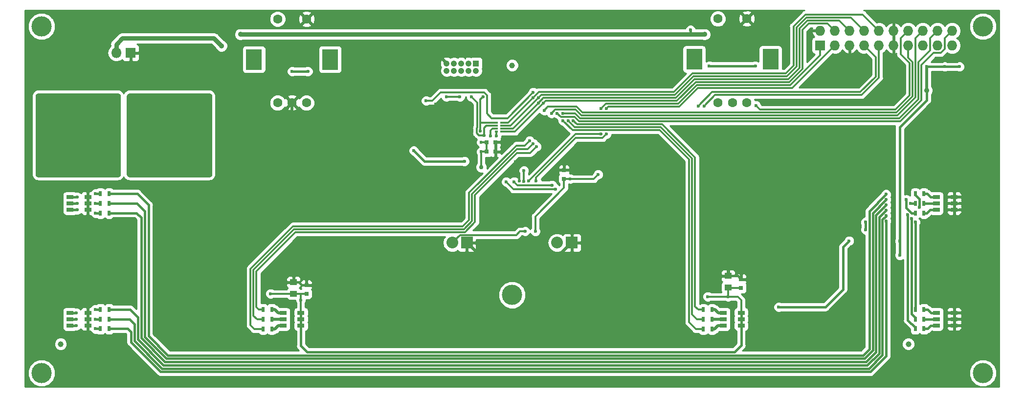
<source format=gbr>
G04 #@! TF.GenerationSoftware,KiCad,Pcbnew,5.0.2-bee76a0~70~ubuntu18.04.1*
G04 #@! TF.CreationDate,2019-04-15T14:09:08+02:00*
G04 #@! TF.ProjectId,top-board,746f702d-626f-4617-9264-2e6b69636164,rev?*
G04 #@! TF.SameCoordinates,PX47b3528PY2897428*
G04 #@! TF.FileFunction,Copper,L2,Bot*
G04 #@! TF.FilePolarity,Positive*
%FSLAX46Y46*%
G04 Gerber Fmt 4.6, Leading zero omitted, Abs format (unit mm)*
G04 Created by KiCad (PCBNEW 5.0.2-bee76a0~70~ubuntu18.04.1) date Mon 15 Apr 2019 02:09:08 PM CEST*
%MOMM*%
%LPD*%
G01*
G04 APERTURE LIST*
G04 #@! TA.AperFunction,SMDPad,CuDef*
%ADD10R,0.750000X0.800000*%
G04 #@! TD*
G04 #@! TA.AperFunction,SMDPad,CuDef*
%ADD11R,1.250000X1.000000*%
G04 #@! TD*
G04 #@! TA.AperFunction,SMDPad,CuDef*
%ADD12R,0.800000X0.750000*%
G04 #@! TD*
G04 #@! TA.AperFunction,SMDPad,CuDef*
%ADD13R,1.300000X0.700000*%
G04 #@! TD*
G04 #@! TA.AperFunction,ComponentPad*
%ADD14C,1.600000*%
G04 #@! TD*
G04 #@! TA.AperFunction,ComponentPad*
%ADD15R,2.800000X3.600000*%
G04 #@! TD*
G04 #@! TA.AperFunction,ComponentPad*
%ADD16R,1.050000X1.050000*%
G04 #@! TD*
G04 #@! TA.AperFunction,ComponentPad*
%ADD17C,1.050000*%
G04 #@! TD*
G04 #@! TA.AperFunction,SMDPad,CuDef*
%ADD18R,0.500000X0.900000*%
G04 #@! TD*
G04 #@! TA.AperFunction,ComponentPad*
%ADD19R,2.032000X2.032000*%
G04 #@! TD*
G04 #@! TA.AperFunction,ComponentPad*
%ADD20O,2.032000X2.032000*%
G04 #@! TD*
G04 #@! TA.AperFunction,ComponentPad*
%ADD21R,1.727200X1.727200*%
G04 #@! TD*
G04 #@! TA.AperFunction,ComponentPad*
%ADD22O,1.727200X1.727200*%
G04 #@! TD*
G04 #@! TA.AperFunction,SMDPad,CuDef*
%ADD23R,0.500000X0.320000*%
G04 #@! TD*
G04 #@! TA.AperFunction,BGAPad,CuDef*
%ADD24C,1.000000*%
G04 #@! TD*
G04 #@! TA.AperFunction,ViaPad*
%ADD25C,3.500000*%
G04 #@! TD*
G04 #@! TA.AperFunction,ComponentPad*
%ADD26O,1.800000X1.800000*%
G04 #@! TD*
G04 #@! TA.AperFunction,ComponentPad*
%ADD27R,1.800000X1.800000*%
G04 #@! TD*
G04 #@! TA.AperFunction,ViaPad*
%ADD28C,0.600000*%
G04 #@! TD*
G04 #@! TA.AperFunction,ViaPad*
%ADD29C,0.900000*%
G04 #@! TD*
G04 #@! TA.AperFunction,ViaPad*
%ADD30C,1.350000*%
G04 #@! TD*
G04 #@! TA.AperFunction,ViaPad*
%ADD31C,0.750000*%
G04 #@! TD*
G04 #@! TA.AperFunction,Conductor*
%ADD32C,0.381000*%
G04 #@! TD*
G04 #@! TA.AperFunction,Conductor*
%ADD33C,0.508000*%
G04 #@! TD*
G04 #@! TA.AperFunction,Conductor*
%ADD34C,0.304800*%
G04 #@! TD*
G04 #@! TA.AperFunction,Conductor*
%ADD35C,0.762000*%
G04 #@! TD*
G04 #@! TA.AperFunction,Conductor*
%ADD36C,0.254000*%
G04 #@! TD*
G04 APERTURE END LIST*
D10*
G04 #@! TO.P,C17,1*
G04 #@! TO.N,GNDD*
X121125700Y-43780000D03*
G04 #@! TO.P,C17,2*
G04 #@! TO.N,+3V3*
X121125700Y-45280000D03*
G04 #@! TD*
D11*
G04 #@! TO.P,C19,1*
G04 #@! TO.N,GNDD*
X118903200Y-43212500D03*
G04 #@! TO.P,C19,2*
G04 #@! TO.N,+3V3*
X118903200Y-45212500D03*
G04 #@! TD*
D10*
G04 #@! TO.P,C18,1*
G04 #@! TO.N,GNDD*
X45878200Y-44796000D03*
G04 #@! TO.P,C18,2*
G04 #@! TO.N,+3V3*
X45878200Y-46296000D03*
G04 #@! TD*
D11*
G04 #@! TO.P,C20,1*
G04 #@! TO.N,GNDD*
X43655700Y-44292000D03*
G04 #@! TO.P,C20,2*
G04 #@! TO.N,+3V3*
X43655700Y-46292000D03*
G04 #@! TD*
D10*
G04 #@! TO.P,C10,1*
G04 #@! TO.N,+3V3*
X90488100Y-26386400D03*
G04 #@! TO.P,C10,2*
G04 #@! TO.N,GNDD*
X90488100Y-24886400D03*
G04 #@! TD*
D12*
G04 #@! TO.P,C15,1*
G04 #@! TO.N,+3V3*
X77101600Y-20048400D03*
G04 #@! TO.P,C15,2*
G04 #@! TO.N,GNDD*
X78601600Y-20048400D03*
G04 #@! TD*
G04 #@! TO.P,C16,1*
G04 #@! TO.N,+3V3*
X77101600Y-21699400D03*
G04 #@! TO.P,C16,2*
G04 #@! TO.N,GNDD*
X78601600Y-21699400D03*
G04 #@! TD*
D13*
G04 #@! TO.P,D4,1*
G04 #@! TO.N,Net-(D4-Pad1)*
X118046500Y-51806200D03*
G04 #@! TO.P,D4,2*
G04 #@! TO.N,Net-(D4-Pad2)*
X118046500Y-50706200D03*
G04 #@! TO.P,D4,3*
G04 #@! TO.N,Net-(D4-Pad3)*
X118046500Y-49606200D03*
G04 #@! TO.P,D4,4*
G04 #@! TO.N,+3V3*
X121146500Y-49606200D03*
G04 #@! TO.P,D4,5*
X121146500Y-50706200D03*
G04 #@! TO.P,D4,6*
X121146500Y-51806200D03*
G04 #@! TD*
G04 #@! TO.P,D6,1*
G04 #@! TO.N,GNDD*
X158040000Y-29540200D03*
G04 #@! TO.P,D6,2*
X158040000Y-30640200D03*
G04 #@! TO.P,D6,3*
X158040000Y-31740200D03*
G04 #@! TO.P,D6,4*
G04 #@! TO.N,Net-(D6-Pad4)*
X154940000Y-31740200D03*
G04 #@! TO.P,D6,5*
G04 #@! TO.N,Net-(D6-Pad5)*
X154940000Y-30640200D03*
G04 #@! TO.P,D6,6*
G04 #@! TO.N,Net-(D6-Pad6)*
X154940000Y-29540200D03*
G04 #@! TD*
G04 #@! TO.P,D5,1*
G04 #@! TO.N,Net-(D5-Pad1)*
X41833800Y-51806200D03*
G04 #@! TO.P,D5,2*
G04 #@! TO.N,Net-(D5-Pad2)*
X41833800Y-50706200D03*
G04 #@! TO.P,D5,3*
G04 #@! TO.N,Net-(D5-Pad3)*
X41833800Y-49606200D03*
G04 #@! TO.P,D5,4*
G04 #@! TO.N,+3V3*
X44933800Y-49606200D03*
G04 #@! TO.P,D5,5*
X44933800Y-50706200D03*
G04 #@! TO.P,D5,6*
X44933800Y-51806200D03*
G04 #@! TD*
G04 #@! TO.P,D7,1*
G04 #@! TO.N,GNDD*
X158040000Y-49593500D03*
G04 #@! TO.P,D7,2*
X158040000Y-50693500D03*
G04 #@! TO.P,D7,3*
X158040000Y-51793500D03*
G04 #@! TO.P,D7,4*
G04 #@! TO.N,Net-(D7-Pad4)*
X154940000Y-51793500D03*
G04 #@! TO.P,D7,5*
G04 #@! TO.N,Net-(D7-Pad5)*
X154940000Y-50693500D03*
G04 #@! TO.P,D7,6*
G04 #@! TO.N,Net-(D7-Pad6)*
X154940000Y-49593500D03*
G04 #@! TD*
G04 #@! TO.P,D8,1*
G04 #@! TO.N,GNDD*
X8053000Y-29540200D03*
G04 #@! TO.P,D8,2*
X8053000Y-30640200D03*
G04 #@! TO.P,D8,3*
X8053000Y-31740200D03*
G04 #@! TO.P,D8,4*
G04 #@! TO.N,Net-(D8-Pad4)*
X4953000Y-31740200D03*
G04 #@! TO.P,D8,5*
G04 #@! TO.N,Net-(D8-Pad5)*
X4953000Y-30640200D03*
G04 #@! TO.P,D8,6*
G04 #@! TO.N,Net-(D8-Pad6)*
X4953000Y-29540200D03*
G04 #@! TD*
G04 #@! TO.P,D9,1*
G04 #@! TO.N,GNDD*
X8040300Y-49593500D03*
G04 #@! TO.P,D9,2*
X8040300Y-50693500D03*
G04 #@! TO.P,D9,3*
X8040300Y-51793500D03*
G04 #@! TO.P,D9,4*
G04 #@! TO.N,Net-(D9-Pad4)*
X4940300Y-51793500D03*
G04 #@! TO.P,D9,5*
G04 #@! TO.N,Net-(D9-Pad5)*
X4940300Y-50693500D03*
G04 #@! TO.P,D9,6*
G04 #@! TO.N,Net-(D9-Pad6)*
X4940300Y-49593500D03*
G04 #@! TD*
D14*
G04 #@! TO.P,E1,5*
G04 #@! TO.N,Net-(E1-Pad5)*
X117123800Y-13165000D03*
G04 #@! TO.P,E1,2*
G04 #@! TO.N,ENC1_SW*
X117123800Y1335000D03*
G04 #@! TO.P,E1,3*
G04 #@! TO.N,Net-(E1-Pad3)*
X122123800Y-13165000D03*
G04 #@! TO.P,E1,1*
G04 #@! TO.N,GNDD*
X122123800Y1335000D03*
G04 #@! TO.P,E1,4*
X119623800Y-13165000D03*
D15*
G04 #@! TO.P,E1,*
G04 #@! TO.N,*
X113023800Y-5665000D03*
X126223800Y-5665000D03*
G04 #@! TD*
D14*
G04 #@! TO.P,E2,5*
G04 #@! TO.N,Net-(E2-Pad5)*
X40898400Y-13215800D03*
G04 #@! TO.P,E2,2*
G04 #@! TO.N,ENC2_SW*
X40898400Y1284200D03*
G04 #@! TO.P,E2,3*
G04 #@! TO.N,Net-(E2-Pad3)*
X45898400Y-13215800D03*
G04 #@! TO.P,E2,1*
G04 #@! TO.N,GNDD*
X45898400Y1284200D03*
G04 #@! TO.P,E2,4*
X43398400Y-13215800D03*
D15*
G04 #@! TO.P,E2,*
G04 #@! TO.N,*
X36798400Y-5715800D03*
X49998400Y-5715800D03*
G04 #@! TD*
D16*
G04 #@! TO.P,P2,1*
G04 #@! TO.N,N/C*
X75248100Y-6395900D03*
D17*
G04 #@! TO.P,P2,3*
G04 #@! TO.N,GNDD*
X73978100Y-6395900D03*
G04 #@! TO.P,P2,5*
X72708100Y-6395900D03*
G04 #@! TO.P,P2,7*
G04 #@! TO.N,N/C*
X71438100Y-6395900D03*
G04 #@! TO.P,P2,9*
G04 #@! TO.N,GNDD*
X70168100Y-6395900D03*
G04 #@! TO.P,P2,4*
G04 #@! TO.N,JTAG_TCK_SWDCLK*
X73978100Y-7665900D03*
G04 #@! TO.P,P2,6*
G04 #@! TO.N,JTAG_TDO_SWO*
X72708100Y-7665900D03*
G04 #@! TO.P,P2,8*
G04 #@! TO.N,JTAG_TDI*
X71438100Y-7665900D03*
G04 #@! TO.P,P2,10*
G04 #@! TO.N,Net-(D2-Pad1)*
X70168100Y-7665900D03*
G04 #@! TO.P,P2,2*
G04 #@! TO.N,JTAG_TMS_SDWIO*
X75248100Y-7665900D03*
G04 #@! TD*
D18*
G04 #@! TO.P,R27,1*
G04 #@! TO.N,Net-(D4-Pad1)*
X116092000Y-52408000D03*
G04 #@! TO.P,R27,2*
G04 #@! TO.N,FS1_LED_B*
X114592000Y-52408000D03*
G04 #@! TD*
G04 #@! TO.P,R33,1*
G04 #@! TO.N,Net-(D6-Pad4)*
X152782300Y-32316600D03*
G04 #@! TO.P,R33,2*
G04 #@! TO.N,Net-(R33-Pad2)*
X151282300Y-32316600D03*
G04 #@! TD*
G04 #@! TO.P,R28,1*
G04 #@! TO.N,Net-(D4-Pad2)*
X116092000Y-50706200D03*
G04 #@! TO.P,R28,2*
G04 #@! TO.N,FS1_LED_R*
X114592000Y-50706200D03*
G04 #@! TD*
G04 #@! TO.P,R34,1*
G04 #@! TO.N,Net-(D6-Pad5)*
X152782300Y-30640200D03*
G04 #@! TO.P,R34,2*
G04 #@! TO.N,Net-(R34-Pad2)*
X151282300Y-30640200D03*
G04 #@! TD*
G04 #@! TO.P,R29,1*
G04 #@! TO.N,Net-(D4-Pad3)*
X116092000Y-49029800D03*
G04 #@! TO.P,R29,2*
G04 #@! TO.N,FS1_LED_G*
X114592000Y-49029800D03*
G04 #@! TD*
G04 #@! TO.P,R35,1*
G04 #@! TO.N,Net-(D6-Pad6)*
X152782300Y-28963800D03*
G04 #@! TO.P,R35,2*
G04 #@! TO.N,Net-(R35-Pad2)*
X151282300Y-28963800D03*
G04 #@! TD*
G04 #@! TO.P,R30,1*
G04 #@! TO.N,Net-(D5-Pad1)*
X39866600Y-52408000D03*
G04 #@! TO.P,R30,2*
G04 #@! TO.N,FS2_LED_B*
X38366600Y-52408000D03*
G04 #@! TD*
G04 #@! TO.P,R36,1*
G04 #@! TO.N,Net-(D7-Pad4)*
X152782300Y-52357200D03*
G04 #@! TO.P,R36,2*
G04 #@! TO.N,Net-(R36-Pad2)*
X151282300Y-52357200D03*
G04 #@! TD*
G04 #@! TO.P,R31,1*
G04 #@! TO.N,Net-(D5-Pad2)*
X39866600Y-50706200D03*
G04 #@! TO.P,R31,2*
G04 #@! TO.N,FS2_LED_R*
X38366600Y-50706200D03*
G04 #@! TD*
G04 #@! TO.P,R37,1*
G04 #@! TO.N,Net-(D7-Pad5)*
X152782300Y-50680800D03*
G04 #@! TO.P,R37,2*
G04 #@! TO.N,Net-(R37-Pad2)*
X151282300Y-50680800D03*
G04 #@! TD*
G04 #@! TO.P,R32,1*
G04 #@! TO.N,Net-(D5-Pad3)*
X39866600Y-49004400D03*
G04 #@! TO.P,R32,2*
G04 #@! TO.N,FS2_LED_G*
X38366600Y-49004400D03*
G04 #@! TD*
G04 #@! TO.P,R38,1*
G04 #@! TO.N,Net-(D7-Pad6)*
X152782300Y-49004400D03*
G04 #@! TO.P,R38,2*
G04 #@! TO.N,Net-(R38-Pad2)*
X151282300Y-49004400D03*
G04 #@! TD*
G04 #@! TO.P,R39,1*
G04 #@! TO.N,Net-(D8-Pad6)*
X10210700Y-28963800D03*
G04 #@! TO.P,R39,2*
G04 #@! TO.N,Net-(R39-Pad2)*
X11710700Y-28963800D03*
G04 #@! TD*
G04 #@! TO.P,R40,1*
G04 #@! TO.N,Net-(D8-Pad5)*
X10210700Y-30640200D03*
G04 #@! TO.P,R40,2*
G04 #@! TO.N,Net-(R40-Pad2)*
X11710700Y-30640200D03*
G04 #@! TD*
G04 #@! TO.P,R41,1*
G04 #@! TO.N,Net-(D8-Pad4)*
X10210700Y-32316600D03*
G04 #@! TO.P,R41,2*
G04 #@! TO.N,Net-(R41-Pad2)*
X11710700Y-32316600D03*
G04 #@! TD*
G04 #@! TO.P,R42,1*
G04 #@! TO.N,Net-(D9-Pad6)*
X10210700Y-49004400D03*
G04 #@! TO.P,R42,2*
G04 #@! TO.N,Net-(R42-Pad2)*
X11710700Y-49004400D03*
G04 #@! TD*
G04 #@! TO.P,R43,1*
G04 #@! TO.N,Net-(D9-Pad5)*
X10210700Y-50680800D03*
G04 #@! TO.P,R43,2*
G04 #@! TO.N,Net-(R43-Pad2)*
X11710700Y-50680800D03*
G04 #@! TD*
G04 #@! TO.P,R44,1*
G04 #@! TO.N,Net-(D9-Pad4)*
X10210700Y-52357200D03*
G04 #@! TO.P,R44,2*
G04 #@! TO.N,Net-(R44-Pad2)*
X11710700Y-52357200D03*
G04 #@! TD*
D19*
G04 #@! TO.P,P7,1*
G04 #@! TO.N,GNDD*
X91827100Y-37447400D03*
D20*
G04 #@! TO.P,P7,2*
G04 #@! TO.N,FS1*
X89287100Y-37447400D03*
G04 #@! TD*
D19*
G04 #@! TO.P,P8,1*
G04 #@! TO.N,GNDD*
X73666100Y-37447400D03*
D20*
G04 #@! TO.P,P8,2*
G04 #@! TO.N,FS2*
X71126100Y-37447400D03*
G04 #@! TD*
D21*
G04 #@! TO.P,P4,1*
G04 #@! TO.N,HMI_RFU_01(RX)*
X134816600Y-3284400D03*
D22*
G04 #@! TO.P,P4,2*
G04 #@! TO.N,GNDD*
X134816600Y-744400D03*
G04 #@! TO.P,P4,3*
G04 #@! TO.N,HMI_RFU_02(TX)*
X137356600Y-3284400D03*
G04 #@! TO.P,P4,4*
G04 #@! TO.N,SPI0_MISO_HMI*
X137356600Y-744400D03*
G04 #@! TO.P,P4,5*
G04 #@! TO.N,GNDD*
X139896600Y-3284400D03*
G04 #@! TO.P,P4,6*
G04 #@! TO.N,SPI0_MOSI_HMI*
X139896600Y-744400D03*
G04 #@! TO.P,P4,7*
G04 #@! TO.N,CLI_UART_TX*
X142436600Y-3284400D03*
G04 #@! TO.P,P4,8*
G04 #@! TO.N,SPI0_CLK_HMI*
X142436600Y-744400D03*
G04 #@! TO.P,P4,9*
G04 #@! TO.N,CLI_UART_RX*
X144976600Y-3284400D03*
G04 #@! TO.P,P4,10*
G04 #@! TO.N,SPI0_CS0_HMI*
X144976600Y-744400D03*
G04 #@! TO.P,P4,11*
G04 #@! TO.N,GNDD*
X147516600Y-3284400D03*
G04 #@! TO.P,P4,12*
X147516600Y-744400D03*
G04 #@! TO.P,P4,13*
G04 #@! TO.N,POWER_BUTTON*
X150056600Y-3284400D03*
G04 #@! TO.P,P4,14*
G04 #@! TO.N,HMI_ISP_ENABLE*
X150056600Y-744400D03*
G04 #@! TO.P,P4,15*
G04 #@! TO.N,PM_LEDS_OE*
X152596600Y-3284400D03*
G04 #@! TO.P,P4,16*
G04 #@! TO.N,HMI_RESET*
X152596600Y-744400D03*
G04 #@! TO.P,P4,17*
G04 #@! TO.N,PM_LEDS_SCL*
X155136600Y-3284400D03*
G04 #@! TO.P,P4,18*
G04 #@! TO.N,HMI_UART_TX*
X155136600Y-744400D03*
G04 #@! TO.P,P4,19*
G04 #@! TO.N,PM_LEDS_SDA*
X157676600Y-3284400D03*
G04 #@! TO.P,P4,20*
G04 #@! TO.N,HMI_UART_RX*
X157676600Y-744400D03*
G04 #@! TD*
D23*
G04 #@! TO.P,RP1,1*
G04 #@! TO.N,SPI0_CS0_HMI*
X79736600Y-16694900D03*
G04 #@! TO.P,RP1,3*
G04 #@! TO.N,SPI0_MOSI_HMI*
X79736600Y-17694900D03*
G04 #@! TO.P,RP1,2*
G04 #@! TO.N,SPI0_CLK_HMI*
X79736600Y-17194900D03*
G04 #@! TO.P,RP1,4*
G04 #@! TO.N,SPI0_MISO_HMI*
X79736600Y-18194900D03*
G04 #@! TO.P,RP1,7*
G04 #@! TO.N,JTAG_TCK_SWDCLK*
X78736600Y-17194900D03*
G04 #@! TO.P,RP1,8*
G04 #@! TO.N,JTAG_TMS_SDWIO*
X78736600Y-16694900D03*
G04 #@! TO.P,RP1,6*
G04 #@! TO.N,JTAG_TDI*
X78736600Y-17694900D03*
G04 #@! TO.P,RP1,5*
G04 #@! TO.N,JTAG_TDO_SWO*
X78736600Y-18194900D03*
G04 #@! TD*
D24*
G04 #@! TO.P,FID4,*
G04 #@! TO.N,*
X3327400Y-55016400D03*
G04 #@! TD*
G04 #@! TO.P,FID5,*
G04 #@! TO.N,*
X81483200Y-6731000D03*
G04 #@! TD*
G04 #@! TO.P,FID6,*
G04 #@! TO.N,*
X150114000Y-55016400D03*
G04 #@! TD*
D25*
G04 #@! TO.N,*
G04 #@! TO.C,H1*
X2540Y-59999880D03*
G04 #@! TD*
G04 #@! TO.N,*
G04 #@! TO.C,H2*
X81483200Y-46507400D03*
G04 #@! TD*
G04 #@! TO.N,*
G04 #@! TO.C,H3*
X162991800Y-59999880D03*
G04 #@! TD*
G04 #@! TO.N,*
G04 #@! TO.C,H4*
X0Y0D03*
G04 #@! TD*
G04 #@! TO.N,*
G04 #@! TO.C,H5*
X162991800Y0D03*
G04 #@! TD*
D26*
G04 #@! TO.P,P1,2*
G04 #@! TO.N,+12V*
X12945740Y-4572000D03*
D27*
G04 #@! TO.P,P1,1*
G04 #@! TO.N,GNDD*
X15445740Y-4572000D03*
G04 #@! TD*
D28*
G04 #@! TO.N,GNDD*
X158041340Y-33197800D03*
D29*
X13690600Y-46253400D03*
X27457400Y-55041800D03*
X34570000Y-55036900D03*
X73662540Y-53263800D03*
X91821000Y-53263800D03*
X101117400Y-53263800D03*
X1549400Y-46253400D03*
X1549400Y-34823400D03*
X1549400Y-27559000D03*
D28*
X79820100Y-20810400D03*
X93587600Y-25318900D03*
X84646100Y-23413900D03*
X82106100Y-23413900D03*
X80772600Y-25001400D03*
X82741100Y-26779400D03*
X82906200Y-33535800D03*
X78486600Y-33535800D03*
X36830600Y-54414600D03*
X68225000Y-13419000D03*
X73305000Y-14282600D03*
D29*
X19989800Y-46202600D03*
X19989800Y-34823400D03*
X19989800Y-27559000D03*
X27457400Y-46253400D03*
X27457400Y-27559000D03*
X27457400Y-34823400D03*
X33655000Y-34823400D03*
X49453800Y-27559000D03*
X37617400Y-27559000D03*
X49453800Y-18008600D03*
X37617400Y-18008600D03*
X57327800Y-27559000D03*
X57327800Y-18008600D03*
X59410600Y-30759400D03*
X82931000Y-9829800D03*
X92430600Y-9829800D03*
X92430600Y-3530600D03*
X73990200Y-3530600D03*
X101219000Y-9829800D03*
X101219000Y-3530600D03*
X101219000Y-26339800D03*
X101219000Y-20040600D03*
X101219000Y-37414200D03*
X136271000Y-13182600D03*
X136271000Y-26339800D03*
X118186200Y-26339800D03*
X139877800Y-6477000D03*
X136271000Y-10083800D03*
X147548600Y-6477000D03*
X147548600Y-13182600D03*
X147548600Y-26339800D03*
X129413000Y-40767000D03*
X118897400Y-40767000D03*
X129413000Y-26339800D03*
X81915000Y-41833800D03*
X129413000Y-18008600D03*
X111379000Y-18008600D03*
D28*
G04 #@! TO.N,+3V3*
X148605240Y-39636700D03*
X148605240Y-37160200D03*
X139829540Y-37134800D03*
X127637540Y-48590200D03*
D30*
X19507800Y-19210200D03*
X24740200Y-19210200D03*
X19507800Y-23375800D03*
X24689400Y-23375800D03*
X19507800Y-21343800D03*
X24740200Y-21343800D03*
X27077000Y-24391800D03*
X16866200Y-24391800D03*
X22200200Y-24391800D03*
X27077000Y-22359800D03*
X16866200Y-22359800D03*
X22200200Y-22359800D03*
X27077000Y-20226200D03*
X27077000Y-15349400D03*
X27077000Y-17381400D03*
X16866200Y-20226200D03*
X22200200Y-20226200D03*
X16866200Y-15298600D03*
X16866200Y-17381400D03*
D28*
X85522400Y-35491600D03*
X83541200Y-26855600D03*
X83541200Y-24976000D03*
X70104600Y-12174400D03*
X72454100Y-12174400D03*
D31*
X76137100Y-24366400D03*
D28*
X115380100Y-46781900D03*
X76137100Y-21699400D03*
X76137100Y-20048400D03*
X44895100Y-47416900D03*
X39688100Y-46273900D03*
X158941100Y-6967400D03*
X156401100Y-6967400D03*
X96393600Y-25636400D03*
X91567600Y-26398400D03*
X118903200Y-46816000D03*
X153264200Y-6967400D03*
X123597000Y-6865800D03*
X115621400Y-6865800D03*
D29*
X153264200Y-11082200D03*
X114808600Y-1379400D03*
X34443000Y-1379400D03*
D28*
X112370200Y-617400D03*
X43383800Y-7780200D03*
X46127000Y-7780200D03*
G04 #@! TO.N,GLCD_SCL*
X89027600Y-28176400D03*
X80455100Y-26906400D03*
G04 #@! TO.N,GLCD_SI*
X88392600Y-27477900D03*
X81852100Y-26906400D03*
G04 #@! TO.N,SPI0_MISO_HMI*
X86932100Y-13253900D03*
G04 #@! TO.N,SPI0_MOSI_HMI*
X86043100Y-13253900D03*
G04 #@! TO.N,SPI0_CLK_HMI*
X86043100Y-12364900D03*
G04 #@! TO.N,SPI0_CS0_HMI*
X85154100Y-12364900D03*
G04 #@! TO.N,POWER_BUTTON*
X87047100Y-14523900D03*
G04 #@! TO.N,PM_LEDS_OE*
X142685100Y-33904100D03*
X142685100Y-35199500D03*
G04 #@! TO.N,HMI_RESET*
X66612100Y-12872900D03*
X85154100Y-11412400D03*
X88317100Y-15031900D03*
G04 #@! TO.N,HMI_ISP_ENABLE*
X123698600Y-13698400D03*
G04 #@! TO.N,JTAG_TCK_SWDCLK*
X74422600Y-12174400D03*
X76633100Y-18841900D03*
G04 #@! TO.N,JTAG_TDO_SWO*
X78728600Y-18968900D03*
G04 #@! TO.N,JTAG_TDI*
X77776100Y-18968900D03*
G04 #@! TO.N,JTAG_TMS_SDWIO*
X75998100Y-18143400D03*
X76454600Y-12174400D03*
G04 #@! TO.N,FS2*
X83757100Y-35478900D03*
G04 #@! TO.N,FS1_LED_R*
X91186600Y-16301900D03*
G04 #@! TO.N,FS1_LED_G*
X92075600Y-16301900D03*
G04 #@! TO.N,FS1_LED_B*
X90297600Y-16301900D03*
G04 #@! TO.N,FS2_LED_R*
X85154100Y-20302400D03*
G04 #@! TO.N,FS2_LED_G*
X85725600Y-20810400D03*
G04 #@! TO.N,Net-(R33-Pad2)*
X149735540Y-29997400D03*
G04 #@! TO.N,FS2_LED_B*
X84519100Y-19794400D03*
G04 #@! TO.N,Net-(R35-Pad2)*
X152034240Y-31305500D03*
G04 #@! TO.N,Net-(R36-Pad2)*
X149989540Y-32600900D03*
G04 #@! TO.N,Net-(R37-Pad2)*
X150637240Y-33248600D03*
G04 #@! TO.N,Net-(R38-Pad2)*
X151284940Y-33896300D03*
G04 #@! TO.N,Net-(R39-Pad2)*
X146253800Y-29065400D03*
G04 #@! TO.N,Net-(R40-Pad2)*
X146253800Y-29979800D03*
G04 #@! TO.N,Net-(R41-Pad2)*
X146253800Y-30894200D03*
G04 #@! TO.N,HMI_RFU_02(TX)*
X97854100Y-14206400D03*
X97790600Y-18651400D03*
X85662100Y-26779400D03*
G04 #@! TO.N,HMI_RFU_01(RX)*
X96901600Y-18651400D03*
X96901600Y-14206400D03*
X84328600Y-26779400D03*
G04 #@! TO.N,CLI_UART_TX*
X113729100Y-13761900D03*
G04 #@! TO.N,CLI_UART_RX*
X114745100Y-13761900D03*
G04 #@! TO.N,HMI_UART_TX*
X90285600Y-15031900D03*
G04 #@! TO.N,HMI_UART_RX*
X89269600Y-15031900D03*
D30*
G04 #@! TO.N,Net-(C2-Pad1)*
X1067400Y-17381400D03*
X1067400Y-15298600D03*
X6401400Y-20226200D03*
X1067400Y-20226200D03*
X11278200Y-17381400D03*
X11278200Y-15349400D03*
X11278200Y-20226200D03*
X6401400Y-22359800D03*
X1067400Y-22359800D03*
X11278200Y-22359800D03*
X6401400Y-24391800D03*
X1067400Y-24391800D03*
X11278200Y-24391800D03*
X8941400Y-21343800D03*
X3709000Y-21343800D03*
X8890600Y-23375800D03*
X3709000Y-23375800D03*
X8941400Y-19210200D03*
X3709000Y-19210200D03*
D28*
G04 #@! TO.N,Net-(R34-Pad2)*
X150484840Y-30657800D03*
G04 #@! TO.N,Net-(R42-Pad2)*
X146253800Y-31808600D03*
G04 #@! TO.N,Net-(R43-Pad2)*
X146253800Y-32773800D03*
G04 #@! TO.N,Net-(R44-Pad2)*
X146253800Y-33688200D03*
G04 #@! TO.N,JTAG_RESET*
X73254200Y-23350400D03*
X64453100Y-21508900D03*
D29*
G04 #@! TO.N,+12V*
X31168340Y-3378200D03*
D28*
G04 #@! TO.N,Net-(D8-Pad4)*
X6200140Y-31737300D03*
X9362440Y-32321500D03*
G04 #@! TO.N,Net-(D8-Pad5)*
X6200140Y-30645100D03*
X9362440Y-30645100D03*
G04 #@! TO.N,Net-(D8-Pad6)*
X6200140Y-29540200D03*
X9362440Y-28968700D03*
G04 #@! TO.N,Net-(D9-Pad4)*
X6047740Y-51790600D03*
X9362440Y-52362100D03*
G04 #@! TO.N,Net-(D9-Pad5)*
X6047740Y-50685700D03*
X9362440Y-50685700D03*
G04 #@! TO.N,Net-(D9-Pad6)*
X6047740Y-49593500D03*
X9362440Y-48996600D03*
G04 #@! TD*
D32*
G04 #@! TO.N,GNDD*
X158041340Y-33197800D02*
X158041340Y-49592160D01*
X158041340Y-49592160D02*
X158040000Y-49593500D01*
X158040000Y-50693500D02*
X158040000Y-49593500D01*
X158040000Y-51793500D02*
X158040000Y-50693500D01*
X158040000Y-30640200D02*
X158040000Y-29540200D01*
X158040000Y-31740200D02*
X158040000Y-30640200D01*
X158040000Y-33196460D02*
X158040000Y-31740200D01*
X158041340Y-33197800D02*
X158040000Y-33196460D01*
D33*
X27457400Y-55041800D02*
X34565100Y-55041800D01*
X34565100Y-55041800D02*
X34570000Y-55036900D01*
X73662540Y-37450960D02*
X73662540Y-53263800D01*
X73662540Y-53263800D02*
X91821000Y-53263800D01*
X73662540Y-37450960D02*
X73666100Y-37447400D01*
X101219000Y-53162200D02*
X101219000Y-37414200D01*
X101117400Y-53263800D02*
X101219000Y-53162200D01*
X1549400Y-46253400D02*
X1549400Y-34823400D01*
X1549400Y-34823400D02*
X1549400Y-27559000D01*
D34*
X79820100Y-21318400D02*
X79820100Y-20810400D01*
X78601600Y-21699400D02*
X79439100Y-21699400D01*
X79439100Y-21699400D02*
X79820100Y-21318400D01*
X79820100Y-20429400D02*
X79439100Y-20048400D01*
X79439100Y-20048400D02*
X78601600Y-20048400D01*
X79820100Y-20810400D02*
X79820100Y-20429400D01*
X91567600Y-24886400D02*
X90488100Y-24886400D01*
X92000100Y-25318900D02*
X91567600Y-24886400D01*
X93587600Y-25318900D02*
X92000100Y-25318900D01*
X84646100Y-23413900D02*
X82106100Y-23413900D01*
X80772600Y-25001400D02*
X82106100Y-23667900D01*
X82106100Y-23667900D02*
X82106100Y-23413900D01*
X82741100Y-26779400D02*
X82741100Y-25382400D01*
X82741100Y-25382400D02*
X82360100Y-25001400D01*
X82360100Y-25001400D02*
X80772600Y-25001400D01*
X82906200Y-33535800D02*
X78486600Y-33535800D01*
D32*
X120558200Y-43212500D02*
X121125700Y-43780000D01*
X118903200Y-43212500D02*
X120558200Y-43212500D01*
X37414800Y-53830400D02*
X36830600Y-54414600D01*
X41859100Y-53830400D02*
X37414800Y-53830400D01*
X44538800Y-44292000D02*
X45042800Y-44796000D01*
X45042800Y-44796000D02*
X45878200Y-44796000D01*
X43655700Y-44292000D02*
X44538800Y-44292000D01*
X69088600Y-14282600D02*
X68225000Y-13419000D01*
X73305000Y-14282600D02*
X69088600Y-14282600D01*
D33*
X19989800Y-34823400D02*
X19989800Y-46202600D01*
X27457400Y-55041800D02*
X27457400Y-46253400D01*
X27457400Y-27559000D02*
X19989800Y-27559000D01*
X19989800Y-34823400D02*
X27457400Y-34823400D01*
X33655000Y-34823400D02*
X27457400Y-34823400D01*
X27457400Y-27559000D02*
X37617400Y-27559000D01*
X43408600Y-18008600D02*
X49453800Y-18008600D01*
X37617400Y-18008600D02*
X43408600Y-18008600D01*
X43408600Y-13226000D02*
X43398400Y-13215800D01*
X43408600Y-18008600D02*
X43408600Y-13226000D01*
X57327800Y-27559000D02*
X49453800Y-27559000D01*
X49453800Y-18008600D02*
X57327800Y-18008600D01*
X59410600Y-29641800D02*
X57327800Y-27559000D01*
X59410600Y-30759400D02*
X59410600Y-29641800D01*
X92430600Y-9829800D02*
X82931000Y-9829800D01*
X73990200Y-3530600D02*
X92430600Y-3530600D01*
X101219000Y-9829800D02*
X92430600Y-9829800D01*
X92430600Y-3530600D02*
X101219000Y-3530600D01*
X101219000Y-20040600D02*
X101219000Y-26339800D01*
X101219000Y-26339800D02*
X101219000Y-37414200D01*
X118186200Y-26339800D02*
X136271000Y-26339800D01*
X136271000Y-10083800D02*
X139877800Y-6477000D01*
X147548600Y-13182600D02*
X147548600Y-6477000D01*
X147548600Y-26339800D02*
X136271000Y-26339800D01*
X118903200Y-40772800D02*
X118903200Y-43212500D01*
X118897400Y-40767000D02*
X118903200Y-40772800D01*
X129413000Y-40767000D02*
X129413000Y-26339800D01*
X78052500Y-41833800D02*
X81915000Y-41833800D01*
X73666100Y-37447400D02*
X78052500Y-41833800D01*
X87440700Y-41833800D02*
X91827100Y-37447400D01*
X81915000Y-41833800D02*
X87440700Y-41833800D01*
X111379000Y-18008600D02*
X129413000Y-18008600D01*
D32*
G04 #@! TO.N,+3V3*
X46022222Y-56377840D02*
X119961660Y-56377840D01*
X121146500Y-55193000D02*
X121146500Y-51806200D01*
X119961660Y-56377840D02*
X121146500Y-55193000D01*
X44933800Y-51806200D02*
X44933800Y-55289418D01*
X44933800Y-55289418D02*
X46022222Y-56377840D01*
X44933800Y-50706200D02*
X44933800Y-51806200D01*
X44933800Y-49606200D02*
X44933800Y-50706200D01*
X121146500Y-50706200D02*
X121146500Y-51806200D01*
X121146500Y-49606200D02*
X121146500Y-50706200D01*
X148605240Y-37160200D02*
X148605240Y-17424400D01*
X153264200Y-12765440D02*
X153264200Y-11082200D01*
X148605240Y-17424400D02*
X153264200Y-12765440D01*
X148605240Y-37160200D02*
X148605240Y-39636700D01*
X139829540Y-37134800D02*
X138788140Y-38176200D01*
X138788140Y-38176200D02*
X138788140Y-45516800D01*
X135714740Y-48590200D02*
X138788140Y-45516800D01*
X127637540Y-48590200D02*
X135714740Y-48590200D01*
D35*
X19507800Y-19210200D02*
X24740200Y-19210200D01*
X19507800Y-23375800D02*
X24689400Y-23375800D01*
X19507800Y-20226200D02*
X19507800Y-21343800D01*
X24740200Y-21343800D02*
X24740200Y-20226200D01*
X24740200Y-20226200D02*
X24740200Y-20277000D01*
X22200200Y-24391800D02*
X27077000Y-24391800D01*
X16866200Y-24391800D02*
X22200200Y-24391800D01*
X22200200Y-22359800D02*
X27077000Y-22359800D01*
X16866200Y-22359800D02*
X22200200Y-22359800D01*
X27077000Y-20226200D02*
X24740200Y-20226200D01*
X24740200Y-20226200D02*
X22200200Y-20226200D01*
X27077000Y-15349400D02*
X27077000Y-17381400D01*
X16866200Y-20226200D02*
X19507800Y-20226200D01*
X19507800Y-20226200D02*
X22200200Y-20226200D01*
X16866200Y-15298600D02*
X16866200Y-17381400D01*
D34*
X90488100Y-26386400D02*
X90488100Y-27960500D01*
X85522400Y-32926200D02*
X85522400Y-35491600D01*
X90488100Y-27960500D02*
X85522400Y-32926200D01*
X83541200Y-24976000D02*
X83541200Y-26855600D01*
X72454100Y-12174400D02*
X70104600Y-12174400D01*
X76137100Y-21699400D02*
X76137100Y-24366400D01*
X118903200Y-46816000D02*
X120557700Y-46816000D01*
X120557700Y-46816000D02*
X121146500Y-47404800D01*
X121146500Y-47404800D02*
X121146500Y-49606200D01*
X44895100Y-47416900D02*
X44895100Y-49567500D01*
D32*
X44895100Y-49567500D02*
X44933800Y-49606200D01*
D34*
X118903200Y-46816000D02*
X115414200Y-46816000D01*
X115414200Y-46816000D02*
X115380100Y-46781900D01*
X77101600Y-20048400D02*
X77101600Y-21699400D01*
X76137100Y-21699400D02*
X77101600Y-21699400D01*
X76137100Y-20048400D02*
X77101600Y-20048400D01*
X44895100Y-46292000D02*
X44895100Y-47416900D01*
X43655700Y-46292000D02*
X39706200Y-46292000D01*
X39706200Y-46292000D02*
X39688100Y-46273900D01*
D32*
X156401100Y-6967400D02*
X158941100Y-6967400D01*
D34*
X91567600Y-26398400D02*
X95631600Y-26398400D01*
X95631600Y-26398400D02*
X96393600Y-25636400D01*
X91555600Y-26386400D02*
X90488100Y-26386400D01*
X91567600Y-26398400D02*
X91555600Y-26386400D01*
X118903200Y-46816000D02*
X118903200Y-45212500D01*
X118970700Y-45280000D02*
X118903200Y-45212500D01*
X121125700Y-45280000D02*
X118970700Y-45280000D01*
X45874200Y-46292000D02*
X45878200Y-46296000D01*
X43655700Y-46292000D02*
X44895100Y-46292000D01*
X44895100Y-46292000D02*
X45874200Y-46292000D01*
D32*
X153264200Y-6967400D02*
X156401100Y-6967400D01*
X123597000Y-6865800D02*
X115621400Y-6865800D01*
D35*
X112370200Y-1379400D02*
X114808600Y-1379400D01*
X34443000Y-1379400D02*
X112370200Y-1379400D01*
D33*
X153264200Y-6967400D02*
X153264200Y-11082200D01*
D32*
X112370200Y-1379400D02*
X112370200Y-617400D01*
X43383800Y-7780200D02*
X46127000Y-7780200D01*
D33*
G04 #@! TO.N,Net-(D4-Pad1)*
X116548500Y-52408000D02*
X117150300Y-51806200D01*
X117150300Y-51806200D02*
X118046500Y-51806200D01*
X116092000Y-52408000D02*
X116548500Y-52408000D01*
G04 #@! TO.N,Net-(D4-Pad2)*
X116092000Y-50706200D02*
X118046500Y-50706200D01*
G04 #@! TO.N,Net-(D4-Pad3)*
X116612000Y-49029800D02*
X117188400Y-49606200D01*
X117188400Y-49606200D02*
X118046500Y-49606200D01*
X116092000Y-49029800D02*
X116612000Y-49029800D01*
G04 #@! TO.N,Net-(D5-Pad1)*
X40412000Y-52408000D02*
X41013800Y-51806200D01*
X41013800Y-51806200D02*
X41833800Y-51806200D01*
X39866600Y-52408000D02*
X40412000Y-52408000D01*
G04 #@! TO.N,Net-(D5-Pad2)*
X39866600Y-50706200D02*
X41833800Y-50706200D01*
G04 #@! TO.N,Net-(D5-Pad3)*
X40386600Y-49004400D02*
X40988400Y-49606200D01*
X40988400Y-49606200D02*
X41833800Y-49606200D01*
X39866600Y-49004400D02*
X40386600Y-49004400D01*
D34*
G04 #@! TO.N,GLCD_SCL*
X81725100Y-28176400D02*
X80455100Y-26906400D01*
X89027600Y-28176400D02*
X81725100Y-28176400D01*
G04 #@! TO.N,GLCD_SI*
X88392600Y-27477900D02*
X82423600Y-27477900D01*
X82423600Y-27477900D02*
X81852100Y-26906400D01*
G04 #@! TO.N,SPI0_MISO_HMI*
X79736600Y-18194900D02*
X81991100Y-18194900D01*
X81991100Y-18194900D02*
X86932100Y-13253900D01*
X129477100Y-9634400D02*
X113284600Y-9634400D01*
X113284600Y-9634400D02*
X110046100Y-12872900D01*
X87313100Y-12872900D02*
X110046100Y-12872900D01*
X86932100Y-13253900D02*
X87313100Y-12872900D01*
X136086600Y525600D02*
X132842600Y525600D01*
X137356600Y-744400D02*
X136086600Y525600D01*
X131763100Y-7348400D02*
X129477100Y-9634400D01*
X131763100Y-553900D02*
X131763100Y-7348400D01*
X132842600Y525600D02*
X131763100Y-553900D01*
X137356600Y-744400D02*
X137356600Y-178400D01*
G04 #@! TO.N,SPI0_MOSI_HMI*
X86043100Y-13253900D02*
X81602100Y-17694900D01*
X81602100Y-17694900D02*
X79736600Y-17694900D01*
X129286600Y-9126400D02*
X113094100Y-9126400D01*
X113094100Y-9126400D02*
X109855600Y-12364900D01*
X109855600Y-12364900D02*
X86932100Y-12364900D01*
X86043100Y-13253900D02*
X86932100Y-12364900D01*
X138118600Y1033600D02*
X132652100Y1033600D01*
X139896600Y-744400D02*
X138118600Y1033600D01*
X129286600Y-9126400D02*
X131255100Y-7157900D01*
X131255100Y-7157900D02*
X131255100Y-363400D01*
X131255100Y-363400D02*
X132652100Y1033600D01*
G04 #@! TO.N,SPI0_CLK_HMI*
X79736600Y-17194900D02*
X81213100Y-17194900D01*
X81213100Y-17194900D02*
X86043100Y-12364900D01*
X129096100Y-8618400D02*
X112903600Y-8618400D01*
X112903600Y-8618400D02*
X109665100Y-11856900D01*
X109665100Y-11856900D02*
X86551100Y-11856900D01*
X142436600Y-744400D02*
X140150600Y1541600D01*
X140150600Y1541600D02*
X132461600Y1541600D01*
X129096100Y-8618400D02*
X130747100Y-6967400D01*
X130747100Y-6967400D02*
X130747100Y-172900D01*
X130747100Y-172900D02*
X132461600Y1541600D01*
X86043100Y-12364900D02*
X86551100Y-11856900D01*
G04 #@! TO.N,SPI0_CS0_HMI*
X85154100Y-12364900D02*
X80824100Y-16694900D01*
X80824100Y-16694900D02*
X79736600Y-16694900D01*
X128905600Y-8110400D02*
X112713100Y-8110400D01*
X112713100Y-8110400D02*
X109474600Y-11348900D01*
X86170100Y-11348900D02*
X109474600Y-11348900D01*
X142182600Y2049600D02*
X132271100Y2049600D01*
X144976600Y-744400D02*
X142182600Y2049600D01*
X128905600Y-8110400D02*
X130239100Y-6776900D01*
X130239100Y-6776900D02*
X130239100Y17600D01*
X130239100Y17600D02*
X132271100Y2049600D01*
X85154100Y-12364900D02*
X86170100Y-11348900D01*
G04 #@! TO.N,POWER_BUTTON*
X87047100Y-14523900D02*
X87682100Y-13888900D01*
X87682100Y-13888900D02*
X92647100Y-13888900D01*
X150056600Y-3284400D02*
X150056600Y-5395702D01*
X93663100Y-14904900D02*
X92647100Y-13888900D01*
X148019100Y-14904900D02*
X93663100Y-14904900D01*
X150813100Y-12110900D02*
X148019100Y-14904900D01*
X150813100Y-6152202D02*
X150813100Y-12110900D01*
X150056600Y-5395702D02*
X150813100Y-6152202D01*
D32*
G04 #@! TO.N,PM_LEDS_OE*
X142685100Y-35199500D02*
X142685100Y-33904100D01*
D34*
G04 #@! TO.N,HMI_RESET*
X69152100Y-11412400D02*
X76639600Y-11412400D01*
X76639600Y-11412400D02*
X77139800Y-11912600D01*
X77139800Y-11912600D02*
X77139800Y-15062200D01*
X77139800Y-15062200D02*
X77952600Y-15875000D01*
X77952600Y-15875000D02*
X80691500Y-15875000D01*
X80691500Y-15875000D02*
X85154100Y-11412400D01*
X66612100Y-12872900D02*
X67691600Y-12872900D01*
X67691600Y-12872900D02*
X69152100Y-11412400D01*
X151321100Y-2019900D02*
X151321100Y-12301400D01*
X151321100Y-2019900D02*
X152596600Y-744400D01*
X92456600Y-14396900D02*
X93472600Y-15412900D01*
X93472600Y-15412900D02*
X148209600Y-15412900D01*
X148209600Y-15412900D02*
X151321100Y-12301400D01*
X88952100Y-14396900D02*
X88317100Y-15031900D01*
X92456600Y-14396900D02*
X88952100Y-14396900D01*
G04 #@! TO.N,HMI_ISP_ENABLE*
X123698600Y-13698400D02*
X124397100Y-14396900D01*
X148781100Y-2019900D02*
X150056600Y-744400D01*
X148781100Y-4808400D02*
X148781100Y-2019900D01*
X150305100Y-6332400D02*
X148781100Y-4808400D01*
X150305100Y-11920400D02*
X150305100Y-6332400D01*
X147828600Y-14396900D02*
X150305100Y-11920400D01*
X124397100Y-14396900D02*
X147828600Y-14396900D01*
G04 #@! TO.N,JTAG_TCK_SWDCLK*
X76633100Y-18841900D02*
X75756100Y-18841900D01*
X75375100Y-18460900D02*
X75375100Y-17600398D01*
X75756100Y-18841900D02*
X75375100Y-18460900D01*
X78736600Y-17194900D02*
X77010100Y-17194900D01*
X76633100Y-17571900D02*
X76633100Y-18841900D01*
X77010100Y-17194900D02*
X76633100Y-17571900D01*
X75375100Y-17600398D02*
X75489400Y-17486098D01*
X75489400Y-17486098D02*
X75489400Y-13241200D01*
X75489400Y-13241200D02*
X74422600Y-12174400D01*
G04 #@! TO.N,JTAG_TDO_SWO*
X78736600Y-18960900D02*
X78736600Y-18194900D01*
X78728600Y-18968900D02*
X78736600Y-18960900D01*
G04 #@! TO.N,JTAG_TDI*
X78097600Y-17694900D02*
X78736600Y-17694900D01*
X77776100Y-18016400D02*
X78097600Y-17694900D01*
X77776100Y-18968900D02*
X77776100Y-18016400D01*
G04 #@! TO.N,JTAG_TMS_SDWIO*
X78736600Y-16694900D02*
X75998100Y-16694900D01*
X75998100Y-16694900D02*
X75998100Y-18143400D01*
X75998100Y-12630900D02*
X76454600Y-12174400D01*
X75998100Y-18143400D02*
X75998100Y-12630900D01*
G04 #@! TO.N,FS2*
X72459600Y-36113900D02*
X82233100Y-36113900D01*
X82233100Y-36113900D02*
X82868100Y-35478900D01*
X82868100Y-35478900D02*
X83757100Y-35478900D01*
X71126100Y-37447400D02*
X72459600Y-36113900D01*
G04 #@! TO.N,FS1_LED_R*
X91186600Y-16301900D02*
X92329600Y-17444900D01*
X113462400Y-50706200D02*
X114592000Y-50706200D01*
X112649600Y-49893400D02*
X113462400Y-50706200D01*
X112649600Y-22842400D02*
X112649600Y-49893400D01*
X107252100Y-17444900D02*
X112649600Y-22842400D01*
X92329600Y-17444900D02*
X107252100Y-17444900D01*
G04 #@! TO.N,FS1_LED_G*
X92075600Y-16301900D02*
X92710600Y-16936900D01*
X107442600Y-16936900D02*
X113157600Y-22651900D01*
X92710600Y-16936900D02*
X107442600Y-16936900D01*
X113691000Y-49029800D02*
X114592000Y-49029800D01*
X113157600Y-22651900D02*
X113157600Y-48496400D01*
X113157600Y-48496400D02*
X113691000Y-49029800D01*
G04 #@! TO.N,FS1_LED_B*
X90297600Y-16301900D02*
X91948600Y-17952900D01*
X113322700Y-52408000D02*
X114592000Y-52408000D01*
X112141600Y-51226900D02*
X113322700Y-52408000D01*
X112141600Y-23032900D02*
X112141600Y-51226900D01*
X107061600Y-17952900D02*
X112141600Y-23032900D01*
X91948600Y-17952900D02*
X107061600Y-17952900D01*
G04 #@! TO.N,FS2_LED_R*
X84201600Y-21254900D02*
X85154100Y-20302400D01*
X73152600Y-35097900D02*
X74549600Y-33700900D01*
X74549600Y-29001900D02*
X82296600Y-21254900D01*
X74549600Y-33700900D02*
X74549600Y-29001900D01*
X38366600Y-50706200D02*
X37325900Y-50706200D01*
X36703600Y-42146400D02*
X43752100Y-35097900D01*
X36703600Y-50083900D02*
X36703600Y-42146400D01*
X37325900Y-50706200D02*
X36703600Y-50083900D01*
X43752100Y-35097900D02*
X73152600Y-35097900D01*
X82296600Y-21254900D02*
X84201600Y-21254900D01*
G04 #@! TO.N,FS2_LED_G*
X37656100Y-49004400D02*
X37211600Y-48559900D01*
X37211600Y-48559900D02*
X37211600Y-42400400D01*
X37211600Y-42400400D02*
X44006100Y-35605900D01*
X38366600Y-49004400D02*
X37656100Y-49004400D01*
X73343100Y-35605900D02*
X75057600Y-33891400D01*
X75057600Y-29192400D02*
X82360100Y-21889900D01*
X82360100Y-21889900D02*
X84646100Y-21889900D01*
X44006100Y-35605900D02*
X73343100Y-35605900D01*
X75057600Y-33891400D02*
X75057600Y-29192400D01*
X84646100Y-21889900D02*
X85725600Y-20810400D01*
D32*
G04 #@! TO.N,Net-(R33-Pad2)*
X150657740Y-32316600D02*
X151282300Y-32316600D01*
X149735540Y-31394400D02*
X150657740Y-32316600D01*
X149735540Y-29997400D02*
X149735540Y-31394400D01*
D34*
G04 #@! TO.N,FS2_LED_B*
X36868700Y-52408000D02*
X36195600Y-51734900D01*
X36195600Y-51734900D02*
X36195600Y-41955900D01*
X36195600Y-41955900D02*
X43561600Y-34589900D01*
X38366600Y-52408000D02*
X36868700Y-52408000D01*
X43561600Y-34589900D02*
X72962100Y-34589900D01*
X72962100Y-34589900D02*
X74041600Y-33510400D01*
X74041600Y-28811400D02*
X82233100Y-20619900D01*
X74041600Y-33510400D02*
X74041600Y-28811400D01*
X84519100Y-19794400D02*
X83693600Y-20619900D01*
X83693600Y-20619900D02*
X82233100Y-20619900D01*
D32*
G04 #@! TO.N,Net-(R35-Pad2)*
X152034240Y-29921200D02*
X151282300Y-29169260D01*
X152034240Y-31305500D02*
X152034240Y-29921200D01*
X151282300Y-29169260D02*
X151282300Y-28963800D01*
G04 #@! TO.N,Net-(R36-Pad2)*
X149989540Y-50850800D02*
X151282300Y-52143560D01*
X149989540Y-32600900D02*
X149989540Y-50850800D01*
X151282300Y-52143560D02*
X151282300Y-52357200D01*
G04 #@! TO.N,Net-(R37-Pad2)*
X150637240Y-49784000D02*
X151282300Y-50429060D01*
X150637240Y-33248600D02*
X150637240Y-49784000D01*
X151282300Y-50429060D02*
X151282300Y-50680800D01*
G04 #@! TO.N,Net-(R38-Pad2)*
X151284940Y-33896300D02*
X151284940Y-49001760D01*
X151284940Y-49001760D02*
X151282300Y-49004400D01*
G04 #@! TO.N,Net-(R39-Pad2)*
X16599500Y-28963800D02*
X18542600Y-30906900D01*
X18542600Y-30906900D02*
X18542600Y-53576400D01*
X21908100Y-56941900D02*
X18542600Y-53576400D01*
X11710700Y-28963800D02*
X16599500Y-28963800D01*
X142253300Y-56941900D02*
X21908100Y-56941900D01*
X143358200Y-55837000D02*
X142253300Y-56941900D01*
X143358200Y-31961000D02*
X143358200Y-55837000D01*
X146253800Y-29065400D02*
X143358200Y-31961000D01*
G04 #@! TO.N,Net-(R40-Pad2)*
X17907600Y-31986400D02*
X16561400Y-30640200D01*
X16561400Y-30640200D02*
X11710700Y-30640200D01*
X17907600Y-53766900D02*
X17907600Y-31986400D01*
X21654100Y-57513400D02*
X17907600Y-53766900D01*
X142484298Y-57513400D02*
X21654100Y-57513400D01*
X143917000Y-56080698D02*
X142484298Y-57513400D01*
X143917000Y-32316600D02*
X143917000Y-56080698D01*
X146253800Y-29979800D02*
X143917000Y-32316600D01*
G04 #@! TO.N,Net-(R41-Pad2)*
X17272600Y-33129400D02*
X17272600Y-53957400D01*
X21400100Y-58084900D02*
X17272600Y-53957400D01*
X17272600Y-33129400D02*
X16459800Y-32316600D01*
X16459800Y-32316600D02*
X11710700Y-32316600D01*
X142735900Y-58084900D02*
X21400100Y-58084900D01*
X144475800Y-56345000D02*
X142735900Y-58084900D01*
X144475800Y-32672200D02*
X144475800Y-56345000D01*
X146253800Y-30894200D02*
X144475800Y-32672200D01*
D34*
G04 #@! TO.N,HMI_RFU_02(TX)*
X85662100Y-26779400D02*
X85662100Y-26144400D01*
X129990600Y-10650400D02*
X137356600Y-3284400D01*
X110427100Y-13888900D02*
X98171600Y-13888900D01*
X113665600Y-10650400D02*
X110427100Y-13888900D01*
X129990600Y-10650400D02*
X113665600Y-10650400D01*
X97854100Y-14206400D02*
X98171600Y-13888900D01*
X97155600Y-19286400D02*
X97790600Y-18651400D01*
X92520100Y-19286400D02*
X97155600Y-19286400D01*
X85662100Y-26144400D02*
X92520100Y-19286400D01*
G04 #@! TO.N,HMI_RFU_01(RX)*
X84328600Y-26779400D02*
X92456600Y-18651400D01*
X92456600Y-18651400D02*
X96901600Y-18651400D01*
X134816600Y-4993400D02*
X129667600Y-10142400D01*
X96901600Y-14206400D02*
X97727100Y-13380900D01*
X97727100Y-13380900D02*
X110236600Y-13380900D01*
X129667600Y-10142400D02*
X113475100Y-10142400D01*
X113475100Y-10142400D02*
X110236600Y-13380900D01*
X134816600Y-4993400D02*
X134816600Y-3284400D01*
G04 #@! TO.N,CLI_UART_TX*
X116142100Y-11348900D02*
X141796100Y-11348900D01*
X113729100Y-13761900D02*
X116142100Y-11348900D01*
X141796100Y-11348900D02*
X144463100Y-8681900D01*
X144463100Y-5310900D02*
X142436600Y-3284400D01*
X144463100Y-8681900D02*
X144463100Y-5310900D01*
G04 #@! TO.N,CLI_UART_RX*
X116650100Y-11856900D02*
X141986600Y-11856900D01*
X114745100Y-13761900D02*
X116650100Y-11856900D01*
X141986600Y-11856900D02*
X144976600Y-8866900D01*
X144976600Y-8866900D02*
X144976600Y-3284400D01*
G04 #@! TO.N,HMI_UART_TX*
X153861100Y-4173400D02*
X151829100Y-6205400D01*
X151829100Y-12618900D02*
X148527100Y-15920900D01*
X151829100Y-6205400D02*
X151829100Y-12618900D01*
X90285600Y-15031900D02*
X92393100Y-15031900D01*
X93282100Y-15920900D02*
X148527100Y-15920900D01*
X92393100Y-15031900D02*
X93282100Y-15920900D01*
X153861100Y-2019900D02*
X155136600Y-744400D01*
X153861100Y-4173400D02*
X153861100Y-2019900D01*
G04 #@! TO.N,HMI_UART_RX*
X89269600Y-15031900D02*
X89904600Y-15666900D01*
X89904600Y-15666900D02*
X92329600Y-15666900D01*
X148717600Y-16428900D02*
X152337100Y-12809400D01*
X154496100Y-4554400D02*
X155702600Y-4554400D01*
X155702600Y-4554400D02*
X156401100Y-3855900D01*
X156401100Y-3855900D02*
X156401100Y-2019900D01*
X156401100Y-2019900D02*
X157676600Y-744400D01*
X92329600Y-15666900D02*
X93091600Y-16428900D01*
X93091600Y-16428900D02*
X148717600Y-16428900D01*
X152337100Y-12809400D02*
X152337100Y-6713400D01*
X152337100Y-6713400D02*
X154496100Y-4554400D01*
D35*
G04 #@! TO.N,Net-(C2-Pad1)*
X1067400Y-15298600D02*
X1067400Y-17381400D01*
X3709000Y-20226200D02*
X6401400Y-20226200D01*
X1067400Y-20226200D02*
X3709000Y-20226200D01*
X11278200Y-15349400D02*
X11278200Y-17381400D01*
X8941400Y-20226200D02*
X6401400Y-20226200D01*
X11278200Y-20226200D02*
X8941400Y-20226200D01*
X1067400Y-22359800D02*
X6401400Y-22359800D01*
X6401400Y-22359800D02*
X11278200Y-22359800D01*
X1067400Y-24391800D02*
X6401400Y-24391800D01*
X6401400Y-24391800D02*
X11278200Y-24391800D01*
X8941400Y-20277000D02*
X8941400Y-20226200D01*
X8941400Y-21343800D02*
X8941400Y-20226200D01*
X3709000Y-20226200D02*
X3709000Y-21343800D01*
X3709000Y-23375800D02*
X8890600Y-23375800D01*
X3709000Y-19210200D02*
X8941400Y-19210200D01*
D32*
G04 #@! TO.N,Net-(R34-Pad2)*
X150502440Y-30640200D02*
X151282300Y-30640200D01*
X150484840Y-30657800D02*
X150502440Y-30640200D01*
X151277400Y-30645100D02*
X151282300Y-30640200D01*
G04 #@! TO.N,Net-(R42-Pad2)*
X21146100Y-58656400D02*
X16701100Y-54211400D01*
X16701100Y-54211400D02*
X16701100Y-50337900D01*
X16701100Y-50337900D02*
X15367600Y-49004400D01*
X15367600Y-49004400D02*
X11710700Y-49004400D01*
X21146100Y-58656400D02*
X142977200Y-58656400D01*
X145034600Y-56599000D02*
X142977200Y-58656400D01*
X145034600Y-33027800D02*
X145034600Y-56599000D01*
X146253800Y-31808600D02*
X145034600Y-33027800D01*
G04 #@! TO.N,Net-(R43-Pad2)*
X20892100Y-59227900D02*
X16129600Y-54465400D01*
X16129600Y-54465400D02*
X16129600Y-51544400D01*
X16129600Y-51544400D02*
X15266000Y-50680800D01*
X15266000Y-50680800D02*
X11710700Y-50680800D01*
X146253800Y-32773800D02*
X146203000Y-32811053D01*
X20892100Y-59227900D02*
X143269300Y-59227900D01*
X145593400Y-56903800D02*
X143269300Y-59227900D01*
X145593400Y-33420653D02*
X145593400Y-56903800D01*
X146203000Y-32811053D02*
X145593400Y-33420653D01*
G04 #@! TO.N,Net-(R44-Pad2)*
X20638100Y-59799400D02*
X15494600Y-54655900D01*
X14910400Y-52357200D02*
X11710700Y-52357200D01*
X15494600Y-52941400D02*
X14910400Y-52357200D01*
X15494600Y-54655900D02*
X15494600Y-52941400D01*
X143510600Y-59799400D02*
X20638100Y-59799400D01*
X146253800Y-57056200D02*
X143510600Y-59799400D01*
X146253800Y-33688200D02*
X146253800Y-57056200D01*
G04 #@! TO.N,JTAG_RESET*
X73254200Y-23350400D02*
X66294600Y-23350400D01*
X66294600Y-23350400D02*
X64453100Y-21508900D01*
D35*
G04 #@! TO.N,+12V*
X12945740Y-4572000D02*
X12945740Y-3109600D01*
X12945740Y-3109600D02*
X14023340Y-2032000D01*
X14023340Y-2032000D02*
X29822140Y-2032000D01*
X29822140Y-2032000D02*
X31168340Y-3378200D01*
D32*
G04 #@! TO.N,Net-(D6-Pad4)*
X152782300Y-32316600D02*
X153283740Y-32316600D01*
X153860140Y-31740200D02*
X154940000Y-31740200D01*
X153283740Y-32316600D02*
X153860140Y-31740200D01*
G04 #@! TO.N,Net-(D6-Pad5)*
X152782300Y-30640200D02*
X154940000Y-30640200D01*
G04 #@! TO.N,Net-(D6-Pad6)*
X152782300Y-28963800D02*
X153375540Y-28963800D01*
X153951940Y-29540200D02*
X154940000Y-29540200D01*
X153375540Y-28963800D02*
X153951940Y-29540200D01*
G04 #@! TO.N,Net-(D7-Pad4)*
X152782300Y-52357200D02*
X153423440Y-52357200D01*
X153987140Y-51793500D02*
X154940000Y-51793500D01*
X153423440Y-52357200D02*
X153987140Y-51793500D01*
G04 #@! TO.N,Net-(D7-Pad5)*
X152782300Y-50680800D02*
X154927300Y-50680800D01*
X154927300Y-50680800D02*
X154940000Y-50693500D01*
G04 #@! TO.N,Net-(D7-Pad6)*
X152782300Y-49004400D02*
X153400940Y-49004400D01*
X153990040Y-49593500D02*
X154940000Y-49593500D01*
X153400940Y-49004400D02*
X153990040Y-49593500D01*
G04 #@! TO.N,Net-(D8-Pad4)*
X10210700Y-32316600D02*
X9367340Y-32316600D01*
X6200140Y-31737300D02*
X4955900Y-31737300D01*
X9367340Y-32316600D02*
X9362440Y-32321500D01*
X4955900Y-31737300D02*
X4953000Y-31740200D01*
D33*
X4996000Y-31783200D02*
X4953000Y-31740200D01*
D32*
G04 #@! TO.N,Net-(D8-Pad5)*
X10210700Y-30640200D02*
X9367340Y-30640200D01*
X6200140Y-30645100D02*
X4957900Y-30645100D01*
X9367340Y-30640200D02*
X9362440Y-30645100D01*
X4957900Y-30645100D02*
X4953000Y-30640200D01*
G04 #@! TO.N,Net-(D8-Pad6)*
X10210700Y-28963800D02*
X9367340Y-28963800D01*
X6200140Y-29540200D02*
X4953000Y-29540200D01*
X9367340Y-28963800D02*
X9362440Y-28968700D01*
G04 #@! TO.N,Net-(D9-Pad4)*
X10210700Y-52357200D02*
X9367340Y-52357200D01*
X6047740Y-51790600D02*
X4943200Y-51790600D01*
X9367340Y-52357200D02*
X9362440Y-52362100D01*
X4943200Y-51790600D02*
X4940300Y-51793500D01*
D33*
X4970600Y-51823800D02*
X4940300Y-51793500D01*
D32*
G04 #@! TO.N,Net-(D9-Pad5)*
X10210700Y-50680800D02*
X9367340Y-50680800D01*
X6047740Y-50685700D02*
X4948100Y-50685700D01*
X9367340Y-50680800D02*
X9362440Y-50685700D01*
X4948100Y-50685700D02*
X4940300Y-50693500D01*
D33*
X4953000Y-50706200D02*
X4940300Y-50693500D01*
D32*
G04 #@! TO.N,Net-(D9-Pad6)*
X10210700Y-49004400D02*
X9370240Y-49004400D01*
X6047740Y-49593500D02*
X4940300Y-49593500D01*
X9370240Y-49004400D02*
X9362440Y-48996600D01*
G04 #@! TD*
D36*
G04 #@! TO.N,GNDD*
G36*
X131963872Y2791315D02*
X131703416Y2617284D01*
X131659486Y2551538D01*
X129737163Y629214D01*
X129671417Y585284D01*
X129597331Y474406D01*
X129497386Y324828D01*
X129436274Y17600D01*
X129451701Y-59956D01*
X129451700Y-6450748D01*
X128579449Y-7323000D01*
X128271240Y-7323000D01*
X128271240Y-3865000D01*
X128221957Y-3617235D01*
X128081609Y-3407191D01*
X127871565Y-3266843D01*
X127623800Y-3217560D01*
X124823800Y-3217560D01*
X124576035Y-3266843D01*
X124365991Y-3407191D01*
X124225643Y-3617235D01*
X124176360Y-3865000D01*
X124176360Y-6122870D01*
X124126635Y-6073145D01*
X123782983Y-5930800D01*
X123411017Y-5930800D01*
X123146660Y-6040300D01*
X116071740Y-6040300D01*
X115807383Y-5930800D01*
X115435417Y-5930800D01*
X115091765Y-6073145D01*
X115071240Y-6093670D01*
X115071240Y-3865000D01*
X115021957Y-3617235D01*
X114881609Y-3407191D01*
X114671565Y-3266843D01*
X114423800Y-3217560D01*
X111623800Y-3217560D01*
X111376035Y-3266843D01*
X111165991Y-3407191D01*
X111025643Y-3617235D01*
X110976360Y-3865000D01*
X110976360Y-7465000D01*
X111025643Y-7712765D01*
X111165991Y-7922809D01*
X111376035Y-8063157D01*
X111601870Y-8108078D01*
X109148449Y-10561500D01*
X86247651Y-10561500D01*
X86170100Y-10546074D01*
X86092549Y-10561500D01*
X86092548Y-10561500D01*
X85862872Y-10607185D01*
X85747958Y-10683968D01*
X85683735Y-10619745D01*
X85340083Y-10477400D01*
X84968117Y-10477400D01*
X84624465Y-10619745D01*
X84361445Y-10882765D01*
X84219100Y-11226417D01*
X84219100Y-11233848D01*
X80365349Y-15087600D01*
X78278752Y-15087600D01*
X77927200Y-14736049D01*
X77927200Y-11990151D01*
X77942626Y-11912600D01*
X77916409Y-11780800D01*
X77881515Y-11605372D01*
X77707484Y-11344916D01*
X77641735Y-11300984D01*
X77251216Y-10910465D01*
X77207284Y-10844716D01*
X76946828Y-10670685D01*
X76717152Y-10625000D01*
X76717151Y-10625000D01*
X76639600Y-10609574D01*
X76562049Y-10625000D01*
X69229651Y-10625000D01*
X69152100Y-10609574D01*
X69074549Y-10625000D01*
X69074548Y-10625000D01*
X68844872Y-10670685D01*
X68584416Y-10844716D01*
X68540486Y-10910462D01*
X67365449Y-12085500D01*
X67146990Y-12085500D01*
X67141735Y-12080245D01*
X66798083Y-11937900D01*
X66426117Y-11937900D01*
X66082465Y-12080245D01*
X65819445Y-12343265D01*
X65677100Y-12686917D01*
X65677100Y-13058883D01*
X65819445Y-13402535D01*
X66082465Y-13665555D01*
X66426117Y-13807900D01*
X66798083Y-13807900D01*
X67141735Y-13665555D01*
X67146990Y-13660300D01*
X67614049Y-13660300D01*
X67691600Y-13675726D01*
X67769151Y-13660300D01*
X67769152Y-13660300D01*
X67998828Y-13614615D01*
X68259284Y-13440584D01*
X68303216Y-13374835D01*
X69212968Y-12465083D01*
X69311945Y-12704035D01*
X69574965Y-12967055D01*
X69918617Y-13109400D01*
X70290583Y-13109400D01*
X70634235Y-12967055D01*
X70639490Y-12961800D01*
X71919210Y-12961800D01*
X71924465Y-12967055D01*
X72268117Y-13109400D01*
X72640083Y-13109400D01*
X72983735Y-12967055D01*
X73246755Y-12704035D01*
X73389100Y-12360383D01*
X73389100Y-12199800D01*
X73487600Y-12199800D01*
X73487600Y-12360383D01*
X73629945Y-12704035D01*
X73892965Y-12967055D01*
X74236617Y-13109400D01*
X74244049Y-13109400D01*
X74702001Y-13567353D01*
X74702000Y-17190482D01*
X74633386Y-17293170D01*
X74593369Y-17494349D01*
X74572274Y-17600398D01*
X74587700Y-17677949D01*
X74587700Y-18383349D01*
X74572274Y-18460900D01*
X74587700Y-18538451D01*
X74633385Y-18768127D01*
X74807416Y-19028584D01*
X74873165Y-19072516D01*
X75144484Y-19343835D01*
X75188416Y-19409584D01*
X75347398Y-19515812D01*
X75344445Y-19518765D01*
X75202100Y-19862417D01*
X75202100Y-20234383D01*
X75344445Y-20578035D01*
X75607465Y-20841055D01*
X75686760Y-20873900D01*
X75607465Y-20906745D01*
X75344445Y-21169765D01*
X75202100Y-21513417D01*
X75202100Y-21885383D01*
X75344445Y-22229035D01*
X75349700Y-22234290D01*
X75349701Y-23725443D01*
X75280863Y-23794281D01*
X75127100Y-24165499D01*
X75127100Y-24567301D01*
X75280863Y-24938519D01*
X75564981Y-25222637D01*
X75936199Y-25376400D01*
X76338001Y-25376400D01*
X76380760Y-25358689D01*
X73539663Y-28199786D01*
X73473917Y-28243716D01*
X73429987Y-28309462D01*
X73299886Y-28504172D01*
X73238774Y-28811400D01*
X73254201Y-28888956D01*
X73254200Y-33184248D01*
X72635949Y-33802500D01*
X43639150Y-33802500D01*
X43561599Y-33787074D01*
X43484048Y-33802500D01*
X43254372Y-33848185D01*
X42993916Y-34022216D01*
X42949986Y-34087962D01*
X35693663Y-41344286D01*
X35627917Y-41388216D01*
X35583987Y-41453962D01*
X35453886Y-41648672D01*
X35392774Y-41955900D01*
X35408201Y-42033456D01*
X35408200Y-51657349D01*
X35392774Y-51734900D01*
X35408200Y-51812451D01*
X35453885Y-52042127D01*
X35627916Y-52302584D01*
X35693665Y-52346516D01*
X36257086Y-52909937D01*
X36301016Y-52975684D01*
X36561472Y-53149715D01*
X36791148Y-53195400D01*
X36868699Y-53210826D01*
X36946250Y-53195400D01*
X37578336Y-53195400D01*
X37658791Y-53315809D01*
X37868835Y-53456157D01*
X38116600Y-53505440D01*
X38616600Y-53505440D01*
X38864365Y-53456157D01*
X39074409Y-53315809D01*
X39116600Y-53252666D01*
X39158791Y-53315809D01*
X39368835Y-53456157D01*
X39616600Y-53505440D01*
X40116600Y-53505440D01*
X40364365Y-53456157D01*
X40574409Y-53315809D01*
X40600377Y-53276945D01*
X40758870Y-53245419D01*
X41052933Y-53048933D01*
X41102531Y-52974704D01*
X41273595Y-52803640D01*
X42483800Y-52803640D01*
X42731565Y-52754357D01*
X42941609Y-52614009D01*
X43081957Y-52403965D01*
X43131240Y-52156200D01*
X43131240Y-51456200D01*
X43091458Y-51256200D01*
X43131240Y-51056200D01*
X43131240Y-50356200D01*
X43091458Y-50156200D01*
X43131240Y-49956200D01*
X43131240Y-49256200D01*
X43081957Y-49008435D01*
X42941609Y-48798391D01*
X42731565Y-48658043D01*
X42483800Y-48608760D01*
X41248195Y-48608760D01*
X41077131Y-48437696D01*
X41027533Y-48363467D01*
X40733470Y-48166981D01*
X40604270Y-48141281D01*
X40574409Y-48096591D01*
X40364365Y-47956243D01*
X40116600Y-47906960D01*
X39616600Y-47906960D01*
X39368835Y-47956243D01*
X39158791Y-48096591D01*
X39116600Y-48159734D01*
X39074409Y-48096591D01*
X38864365Y-47956243D01*
X38616600Y-47906960D01*
X38116600Y-47906960D01*
X37999000Y-47930352D01*
X37999000Y-43665691D01*
X42395700Y-43665691D01*
X42395700Y-44006250D01*
X42554450Y-44165000D01*
X43528700Y-44165000D01*
X43528700Y-43315750D01*
X43369950Y-43157000D01*
X42904390Y-43157000D01*
X42671001Y-43253673D01*
X42492373Y-43432302D01*
X42395700Y-43665691D01*
X37999000Y-43665691D01*
X37999000Y-42726551D01*
X44332252Y-36393300D01*
X69844786Y-36393300D01*
X69570892Y-36803212D01*
X69442755Y-37447400D01*
X69570892Y-38091588D01*
X69935795Y-38637705D01*
X70481912Y-39002608D01*
X70963491Y-39098400D01*
X71288709Y-39098400D01*
X71770288Y-39002608D01*
X72095986Y-38784984D01*
X72111773Y-38823098D01*
X72290401Y-39001727D01*
X72523790Y-39098400D01*
X73380350Y-39098400D01*
X73539100Y-38939650D01*
X73539100Y-37574400D01*
X73793100Y-37574400D01*
X73793100Y-38939650D01*
X73951850Y-39098400D01*
X74808410Y-39098400D01*
X75041799Y-39001727D01*
X75220427Y-38823098D01*
X75317100Y-38589709D01*
X75317100Y-37733150D01*
X75158350Y-37574400D01*
X73793100Y-37574400D01*
X73539100Y-37574400D01*
X73519100Y-37574400D01*
X73519100Y-37447400D01*
X87603755Y-37447400D01*
X87731892Y-38091588D01*
X88096795Y-38637705D01*
X88642912Y-39002608D01*
X89124491Y-39098400D01*
X89449709Y-39098400D01*
X89931288Y-39002608D01*
X90256986Y-38784984D01*
X90272773Y-38823098D01*
X90451401Y-39001727D01*
X90684790Y-39098400D01*
X91541350Y-39098400D01*
X91700100Y-38939650D01*
X91700100Y-37574400D01*
X91954100Y-37574400D01*
X91954100Y-38939650D01*
X92112850Y-39098400D01*
X92969410Y-39098400D01*
X93202799Y-39001727D01*
X93381427Y-38823098D01*
X93478100Y-38589709D01*
X93478100Y-37733150D01*
X93319350Y-37574400D01*
X91954100Y-37574400D01*
X91700100Y-37574400D01*
X91680100Y-37574400D01*
X91680100Y-37320400D01*
X91700100Y-37320400D01*
X91700100Y-35955150D01*
X91954100Y-35955150D01*
X91954100Y-37320400D01*
X93319350Y-37320400D01*
X93478100Y-37161650D01*
X93478100Y-36305091D01*
X93381427Y-36071702D01*
X93202799Y-35893073D01*
X92969410Y-35796400D01*
X92112850Y-35796400D01*
X91954100Y-35955150D01*
X91700100Y-35955150D01*
X91541350Y-35796400D01*
X90684790Y-35796400D01*
X90451401Y-35893073D01*
X90272773Y-36071702D01*
X90256986Y-36109816D01*
X89931288Y-35892192D01*
X89449709Y-35796400D01*
X89124491Y-35796400D01*
X88642912Y-35892192D01*
X88096795Y-36257095D01*
X87731892Y-36803212D01*
X87603755Y-37447400D01*
X73519100Y-37447400D01*
X73519100Y-37320400D01*
X73539100Y-37320400D01*
X73539100Y-37300400D01*
X73793100Y-37300400D01*
X73793100Y-37320400D01*
X75158350Y-37320400D01*
X75317100Y-37161650D01*
X75317100Y-36901300D01*
X82155549Y-36901300D01*
X82233100Y-36916726D01*
X82310651Y-36901300D01*
X82310652Y-36901300D01*
X82540328Y-36855615D01*
X82800784Y-36681584D01*
X82844716Y-36615835D01*
X83194252Y-36266300D01*
X83222210Y-36266300D01*
X83227465Y-36271555D01*
X83571117Y-36413900D01*
X83943083Y-36413900D01*
X84286735Y-36271555D01*
X84549755Y-36008535D01*
X84637120Y-35797617D01*
X84729745Y-36021235D01*
X84992765Y-36284255D01*
X85336417Y-36426600D01*
X85708383Y-36426600D01*
X86052035Y-36284255D01*
X86315055Y-36021235D01*
X86457400Y-35677583D01*
X86457400Y-35305617D01*
X86315055Y-34961965D01*
X86309800Y-34956710D01*
X86309800Y-33252351D01*
X90990038Y-28572114D01*
X91055784Y-28528184D01*
X91229815Y-28267728D01*
X91275500Y-28038052D01*
X91290926Y-27960501D01*
X91275500Y-27882950D01*
X91275500Y-27289445D01*
X91381617Y-27333400D01*
X91753583Y-27333400D01*
X92097235Y-27191055D01*
X92102490Y-27185800D01*
X95554049Y-27185800D01*
X95631600Y-27201226D01*
X95709151Y-27185800D01*
X95709152Y-27185800D01*
X95938828Y-27140115D01*
X96199284Y-26966084D01*
X96243216Y-26900335D01*
X96572152Y-26571400D01*
X96579583Y-26571400D01*
X96923235Y-26429055D01*
X97186255Y-26166035D01*
X97328600Y-25822383D01*
X97328600Y-25450417D01*
X97186255Y-25106765D01*
X96923235Y-24843745D01*
X96579583Y-24701400D01*
X96207617Y-24701400D01*
X95863965Y-24843745D01*
X95600945Y-25106765D01*
X95458600Y-25450417D01*
X95458600Y-25457848D01*
X95305449Y-25611000D01*
X92102490Y-25611000D01*
X92097235Y-25605745D01*
X91753583Y-25463400D01*
X91477103Y-25463400D01*
X91498100Y-25412709D01*
X91498100Y-25172150D01*
X91339350Y-25013400D01*
X90615100Y-25013400D01*
X90615100Y-25033400D01*
X90361100Y-25033400D01*
X90361100Y-25013400D01*
X89636850Y-25013400D01*
X89478100Y-25172150D01*
X89478100Y-25412709D01*
X89574773Y-25646098D01*
X89575973Y-25647298D01*
X89514943Y-25738635D01*
X89465660Y-25986400D01*
X89465660Y-26786400D01*
X89514943Y-27034165D01*
X89655291Y-27244209D01*
X89700701Y-27274551D01*
X89700701Y-27527211D01*
X89557235Y-27383745D01*
X89325955Y-27287946D01*
X89185255Y-26948265D01*
X88922235Y-26685245D01*
X88578583Y-26542900D01*
X88206617Y-26542900D01*
X87862965Y-26685245D01*
X87857710Y-26690500D01*
X86597100Y-26690500D01*
X86597100Y-26593417D01*
X86517882Y-26402169D01*
X88559960Y-24360091D01*
X89478100Y-24360091D01*
X89478100Y-24600650D01*
X89636850Y-24759400D01*
X90361100Y-24759400D01*
X90361100Y-24010150D01*
X90615100Y-24010150D01*
X90615100Y-24759400D01*
X91339350Y-24759400D01*
X91498100Y-24600650D01*
X91498100Y-24360091D01*
X91401427Y-24126702D01*
X91222799Y-23948073D01*
X90989410Y-23851400D01*
X90773850Y-23851400D01*
X90615100Y-24010150D01*
X90361100Y-24010150D01*
X90202350Y-23851400D01*
X89986790Y-23851400D01*
X89753401Y-23948073D01*
X89574773Y-24126702D01*
X89478100Y-24360091D01*
X88559960Y-24360091D01*
X92846252Y-20073800D01*
X97078049Y-20073800D01*
X97155600Y-20089226D01*
X97233151Y-20073800D01*
X97233152Y-20073800D01*
X97462828Y-20028115D01*
X97723284Y-19854084D01*
X97767216Y-19788335D01*
X97969151Y-19586400D01*
X97976583Y-19586400D01*
X98320235Y-19444055D01*
X98583255Y-19181035D01*
X98725600Y-18837383D01*
X98725600Y-18740300D01*
X106735449Y-18740300D01*
X111354200Y-23359052D01*
X111354201Y-51149344D01*
X111338774Y-51226900D01*
X111393358Y-51501309D01*
X111399886Y-51534128D01*
X111573917Y-51794584D01*
X111639663Y-51838514D01*
X112711086Y-52909938D01*
X112755016Y-52975684D01*
X113015472Y-53149715D01*
X113245148Y-53195400D01*
X113245149Y-53195400D01*
X113322700Y-53210826D01*
X113400251Y-53195400D01*
X113803736Y-53195400D01*
X113884191Y-53315809D01*
X114094235Y-53456157D01*
X114342000Y-53505440D01*
X114842000Y-53505440D01*
X115089765Y-53456157D01*
X115299809Y-53315809D01*
X115342000Y-53252666D01*
X115384191Y-53315809D01*
X115594235Y-53456157D01*
X115842000Y-53505440D01*
X116342000Y-53505440D01*
X116589765Y-53456157D01*
X116799809Y-53315809D01*
X116839404Y-53256551D01*
X116895370Y-53245419D01*
X117189433Y-53048933D01*
X117239031Y-52974704D01*
X117410095Y-52803640D01*
X118696500Y-52803640D01*
X118944265Y-52754357D01*
X119154309Y-52614009D01*
X119294657Y-52403965D01*
X119343940Y-52156200D01*
X119343940Y-51456200D01*
X119304158Y-51256200D01*
X119343940Y-51056200D01*
X119343940Y-50356200D01*
X119304158Y-50156200D01*
X119343940Y-49956200D01*
X119343940Y-49256200D01*
X119294657Y-49008435D01*
X119154309Y-48798391D01*
X118944265Y-48658043D01*
X118696500Y-48608760D01*
X117448195Y-48608760D01*
X117302531Y-48463096D01*
X117252933Y-48388867D01*
X116958870Y-48192381D01*
X116829670Y-48166681D01*
X116799809Y-48121991D01*
X116589765Y-47981643D01*
X116342000Y-47932360D01*
X115842000Y-47932360D01*
X115594235Y-47981643D01*
X115384191Y-48121991D01*
X115342000Y-48185134D01*
X115299809Y-48121991D01*
X115089765Y-47981643D01*
X114842000Y-47932360D01*
X114342000Y-47932360D01*
X114094235Y-47981643D01*
X113945000Y-48081359D01*
X113945000Y-42586191D01*
X117643200Y-42586191D01*
X117643200Y-42926750D01*
X117801950Y-43085500D01*
X118776200Y-43085500D01*
X118776200Y-42236250D01*
X118617450Y-42077500D01*
X118151890Y-42077500D01*
X117918501Y-42174173D01*
X117739873Y-42352802D01*
X117643200Y-42586191D01*
X113945000Y-42586191D01*
X113945000Y-22729453D01*
X113960426Y-22651900D01*
X113899315Y-22344671D01*
X113822049Y-22229035D01*
X113725284Y-22084216D01*
X113659535Y-22040284D01*
X108835551Y-17216300D01*
X147804962Y-17216300D01*
X147763568Y-17424400D01*
X147779741Y-17505706D01*
X147779740Y-36709860D01*
X147670240Y-36974217D01*
X147670240Y-37346183D01*
X147779740Y-37610540D01*
X147779741Y-39186358D01*
X147670240Y-39450717D01*
X147670240Y-39822683D01*
X147812585Y-40166335D01*
X148075605Y-40429355D01*
X148419257Y-40571700D01*
X148791223Y-40571700D01*
X149134875Y-40429355D01*
X149164040Y-40400190D01*
X149164041Y-50769494D01*
X149147868Y-50850800D01*
X149203564Y-51130800D01*
X149211937Y-51172894D01*
X149394389Y-51445952D01*
X149463315Y-51492007D01*
X150384860Y-52413553D01*
X150384860Y-52807200D01*
X150434143Y-53054965D01*
X150574491Y-53265009D01*
X150784535Y-53405357D01*
X151032300Y-53454640D01*
X151532300Y-53454640D01*
X151780065Y-53405357D01*
X151990109Y-53265009D01*
X152032300Y-53201866D01*
X152074491Y-53265009D01*
X152284535Y-53405357D01*
X152532300Y-53454640D01*
X153032300Y-53454640D01*
X153280065Y-53405357D01*
X153490109Y-53265009D01*
X153551294Y-53173441D01*
X153745534Y-53134804D01*
X154018592Y-52952352D01*
X154064649Y-52883423D01*
X154179176Y-52768896D01*
X154290000Y-52790940D01*
X155590000Y-52790940D01*
X155837765Y-52741657D01*
X156047809Y-52601309D01*
X156188157Y-52391265D01*
X156237440Y-52143500D01*
X156237440Y-52079250D01*
X156755000Y-52079250D01*
X156755000Y-52269809D01*
X156851673Y-52503198D01*
X157030301Y-52681827D01*
X157263690Y-52778500D01*
X157754250Y-52778500D01*
X157913000Y-52619750D01*
X157913000Y-51920500D01*
X158167000Y-51920500D01*
X158167000Y-52619750D01*
X158325750Y-52778500D01*
X158816310Y-52778500D01*
X159049699Y-52681827D01*
X159228327Y-52503198D01*
X159325000Y-52269809D01*
X159325000Y-52079250D01*
X159166250Y-51920500D01*
X158167000Y-51920500D01*
X157913000Y-51920500D01*
X156913750Y-51920500D01*
X156755000Y-52079250D01*
X156237440Y-52079250D01*
X156237440Y-51443500D01*
X156197658Y-51243500D01*
X156237440Y-51043500D01*
X156237440Y-50979250D01*
X156755000Y-50979250D01*
X156755000Y-51169809D01*
X156785524Y-51243500D01*
X156755000Y-51317191D01*
X156755000Y-51507750D01*
X156913750Y-51666500D01*
X157234719Y-51666500D01*
X157263690Y-51678500D01*
X157754250Y-51678500D01*
X157766250Y-51666500D01*
X157913000Y-51666500D01*
X157913000Y-50820500D01*
X158167000Y-50820500D01*
X158167000Y-51666500D01*
X158313750Y-51666500D01*
X158325750Y-51678500D01*
X158816310Y-51678500D01*
X158845281Y-51666500D01*
X159166250Y-51666500D01*
X159325000Y-51507750D01*
X159325000Y-51317191D01*
X159294476Y-51243500D01*
X159325000Y-51169809D01*
X159325000Y-50979250D01*
X159166250Y-50820500D01*
X158845281Y-50820500D01*
X158816310Y-50808500D01*
X158325750Y-50808500D01*
X158313750Y-50820500D01*
X158167000Y-50820500D01*
X157913000Y-50820500D01*
X157766250Y-50820500D01*
X157754250Y-50808500D01*
X157263690Y-50808500D01*
X157234719Y-50820500D01*
X156913750Y-50820500D01*
X156755000Y-50979250D01*
X156237440Y-50979250D01*
X156237440Y-50343500D01*
X156197658Y-50143500D01*
X156237440Y-49943500D01*
X156237440Y-49879250D01*
X156755000Y-49879250D01*
X156755000Y-50069809D01*
X156785524Y-50143500D01*
X156755000Y-50217191D01*
X156755000Y-50407750D01*
X156913750Y-50566500D01*
X157234719Y-50566500D01*
X157263690Y-50578500D01*
X157754250Y-50578500D01*
X157766250Y-50566500D01*
X157913000Y-50566500D01*
X157913000Y-49720500D01*
X158167000Y-49720500D01*
X158167000Y-50566500D01*
X158313750Y-50566500D01*
X158325750Y-50578500D01*
X158816310Y-50578500D01*
X158845281Y-50566500D01*
X159166250Y-50566500D01*
X159325000Y-50407750D01*
X159325000Y-50217191D01*
X159294476Y-50143500D01*
X159325000Y-50069809D01*
X159325000Y-49879250D01*
X159166250Y-49720500D01*
X158845281Y-49720500D01*
X158816310Y-49708500D01*
X158325750Y-49708500D01*
X158313750Y-49720500D01*
X158167000Y-49720500D01*
X157913000Y-49720500D01*
X157766250Y-49720500D01*
X157754250Y-49708500D01*
X157263690Y-49708500D01*
X157234719Y-49720500D01*
X156913750Y-49720500D01*
X156755000Y-49879250D01*
X156237440Y-49879250D01*
X156237440Y-49243500D01*
X156212316Y-49117191D01*
X156755000Y-49117191D01*
X156755000Y-49307750D01*
X156913750Y-49466500D01*
X157913000Y-49466500D01*
X157913000Y-48767250D01*
X158167000Y-48767250D01*
X158167000Y-49466500D01*
X159166250Y-49466500D01*
X159325000Y-49307750D01*
X159325000Y-49117191D01*
X159228327Y-48883802D01*
X159049699Y-48705173D01*
X158816310Y-48608500D01*
X158325750Y-48608500D01*
X158167000Y-48767250D01*
X157913000Y-48767250D01*
X157754250Y-48608500D01*
X157263690Y-48608500D01*
X157030301Y-48705173D01*
X156851673Y-48883802D01*
X156755000Y-49117191D01*
X156212316Y-49117191D01*
X156188157Y-48995735D01*
X156047809Y-48785691D01*
X155837765Y-48645343D01*
X155590000Y-48596060D01*
X154290000Y-48596060D01*
X154181595Y-48617623D01*
X154042149Y-48478177D01*
X153996092Y-48409248D01*
X153723034Y-48226796D01*
X153554742Y-48193321D01*
X153490109Y-48096591D01*
X153280065Y-47956243D01*
X153032300Y-47906960D01*
X152532300Y-47906960D01*
X152284535Y-47956243D01*
X152110440Y-48072570D01*
X152110440Y-34346640D01*
X152219940Y-34082283D01*
X152219940Y-33710317D01*
X152077595Y-33366665D01*
X151957277Y-33246347D01*
X151990109Y-33224409D01*
X152032300Y-33161266D01*
X152074491Y-33224409D01*
X152284535Y-33364757D01*
X152532300Y-33414040D01*
X153032300Y-33414040D01*
X153280065Y-33364757D01*
X153490109Y-33224409D01*
X153572707Y-33100793D01*
X153605834Y-33094204D01*
X153878892Y-32911752D01*
X153924949Y-32842823D01*
X154073247Y-32694526D01*
X154290000Y-32737640D01*
X155590000Y-32737640D01*
X155837765Y-32688357D01*
X156047809Y-32548009D01*
X156188157Y-32337965D01*
X156237440Y-32090200D01*
X156237440Y-32025950D01*
X156755000Y-32025950D01*
X156755000Y-32216509D01*
X156851673Y-32449898D01*
X157030301Y-32628527D01*
X157263690Y-32725200D01*
X157754250Y-32725200D01*
X157913000Y-32566450D01*
X157913000Y-31867200D01*
X158167000Y-31867200D01*
X158167000Y-32566450D01*
X158325750Y-32725200D01*
X158816310Y-32725200D01*
X159049699Y-32628527D01*
X159228327Y-32449898D01*
X159325000Y-32216509D01*
X159325000Y-32025950D01*
X159166250Y-31867200D01*
X158167000Y-31867200D01*
X157913000Y-31867200D01*
X156913750Y-31867200D01*
X156755000Y-32025950D01*
X156237440Y-32025950D01*
X156237440Y-31390200D01*
X156197658Y-31190200D01*
X156237440Y-30990200D01*
X156237440Y-30925950D01*
X156755000Y-30925950D01*
X156755000Y-31116509D01*
X156785524Y-31190200D01*
X156755000Y-31263891D01*
X156755000Y-31454450D01*
X156913750Y-31613200D01*
X157234719Y-31613200D01*
X157263690Y-31625200D01*
X157754250Y-31625200D01*
X157766250Y-31613200D01*
X157913000Y-31613200D01*
X157913000Y-30767200D01*
X158167000Y-30767200D01*
X158167000Y-31613200D01*
X158313750Y-31613200D01*
X158325750Y-31625200D01*
X158816310Y-31625200D01*
X158845281Y-31613200D01*
X159166250Y-31613200D01*
X159325000Y-31454450D01*
X159325000Y-31263891D01*
X159294476Y-31190200D01*
X159325000Y-31116509D01*
X159325000Y-30925950D01*
X159166250Y-30767200D01*
X158845281Y-30767200D01*
X158816310Y-30755200D01*
X158325750Y-30755200D01*
X158313750Y-30767200D01*
X158167000Y-30767200D01*
X157913000Y-30767200D01*
X157766250Y-30767200D01*
X157754250Y-30755200D01*
X157263690Y-30755200D01*
X157234719Y-30767200D01*
X156913750Y-30767200D01*
X156755000Y-30925950D01*
X156237440Y-30925950D01*
X156237440Y-30290200D01*
X156197658Y-30090200D01*
X156237440Y-29890200D01*
X156237440Y-29825950D01*
X156755000Y-29825950D01*
X156755000Y-30016509D01*
X156785524Y-30090200D01*
X156755000Y-30163891D01*
X156755000Y-30354450D01*
X156913750Y-30513200D01*
X157234719Y-30513200D01*
X157263690Y-30525200D01*
X157754250Y-30525200D01*
X157766250Y-30513200D01*
X157913000Y-30513200D01*
X157913000Y-29667200D01*
X158167000Y-29667200D01*
X158167000Y-30513200D01*
X158313750Y-30513200D01*
X158325750Y-30525200D01*
X158816310Y-30525200D01*
X158845281Y-30513200D01*
X159166250Y-30513200D01*
X159325000Y-30354450D01*
X159325000Y-30163891D01*
X159294476Y-30090200D01*
X159325000Y-30016509D01*
X159325000Y-29825950D01*
X159166250Y-29667200D01*
X158845281Y-29667200D01*
X158816310Y-29655200D01*
X158325750Y-29655200D01*
X158313750Y-29667200D01*
X158167000Y-29667200D01*
X157913000Y-29667200D01*
X157766250Y-29667200D01*
X157754250Y-29655200D01*
X157263690Y-29655200D01*
X157234719Y-29667200D01*
X156913750Y-29667200D01*
X156755000Y-29825950D01*
X156237440Y-29825950D01*
X156237440Y-29190200D01*
X156212316Y-29063891D01*
X156755000Y-29063891D01*
X156755000Y-29254450D01*
X156913750Y-29413200D01*
X157913000Y-29413200D01*
X157913000Y-28713950D01*
X158167000Y-28713950D01*
X158167000Y-29413200D01*
X159166250Y-29413200D01*
X159325000Y-29254450D01*
X159325000Y-29063891D01*
X159228327Y-28830502D01*
X159049699Y-28651873D01*
X158816310Y-28555200D01*
X158325750Y-28555200D01*
X158167000Y-28713950D01*
X157913000Y-28713950D01*
X157754250Y-28555200D01*
X157263690Y-28555200D01*
X157030301Y-28651873D01*
X156851673Y-28830502D01*
X156755000Y-29063891D01*
X156212316Y-29063891D01*
X156188157Y-28942435D01*
X156047809Y-28732391D01*
X155837765Y-28592043D01*
X155590000Y-28542760D01*
X154290000Y-28542760D01*
X154149816Y-28570644D01*
X154016749Y-28437577D01*
X153970692Y-28368648D01*
X153697634Y-28186196D01*
X153558636Y-28158548D01*
X153490109Y-28055991D01*
X153280065Y-27915643D01*
X153032300Y-27866360D01*
X152532300Y-27866360D01*
X152284535Y-27915643D01*
X152074491Y-28055991D01*
X152032300Y-28119134D01*
X151990109Y-28055991D01*
X151780065Y-27915643D01*
X151532300Y-27866360D01*
X151032300Y-27866360D01*
X150784535Y-27915643D01*
X150574491Y-28055991D01*
X150434143Y-28266035D01*
X150384860Y-28513800D01*
X150384860Y-29324430D01*
X150265175Y-29204745D01*
X149921523Y-29062400D01*
X149549557Y-29062400D01*
X149430740Y-29111616D01*
X149430740Y-17766332D01*
X153790429Y-13406645D01*
X153859352Y-13360592D01*
X153918949Y-13271400D01*
X153979934Y-13180129D01*
X154041804Y-13087534D01*
X154089700Y-12846743D01*
X154089700Y-12846739D01*
X154105871Y-12765441D01*
X154089700Y-12684143D01*
X154089700Y-11791121D01*
X154184018Y-11696803D01*
X154349200Y-11298020D01*
X154349200Y-10866380D01*
X154184018Y-10467597D01*
X154153200Y-10436779D01*
X154153200Y-7792900D01*
X155950760Y-7792900D01*
X156215117Y-7902400D01*
X156587083Y-7902400D01*
X156851440Y-7792900D01*
X158490760Y-7792900D01*
X158755117Y-7902400D01*
X159127083Y-7902400D01*
X159470735Y-7760055D01*
X159733755Y-7497035D01*
X159876100Y-7153383D01*
X159876100Y-6781417D01*
X159733755Y-6437765D01*
X159470735Y-6174745D01*
X159127083Y-6032400D01*
X158755117Y-6032400D01*
X158490760Y-6141900D01*
X156851440Y-6141900D01*
X156587083Y-6032400D01*
X156215117Y-6032400D01*
X155950760Y-6141900D01*
X154022152Y-6141900D01*
X154822252Y-5341800D01*
X155625049Y-5341800D01*
X155702600Y-5357226D01*
X155780151Y-5341800D01*
X155780152Y-5341800D01*
X156009828Y-5296115D01*
X156270284Y-5122084D01*
X156314216Y-5056335D01*
X156841678Y-4528874D01*
X157091875Y-4696050D01*
X157529002Y-4783000D01*
X157824198Y-4783000D01*
X158261325Y-4696050D01*
X158757030Y-4364830D01*
X159088250Y-3869125D01*
X159204559Y-3284400D01*
X159088250Y-2699675D01*
X158757030Y-2203970D01*
X158473319Y-2014400D01*
X158757030Y-1824830D01*
X159088250Y-1329125D01*
X159204559Y-744400D01*
X159088250Y-159675D01*
X158757030Y336030D01*
X158549936Y474406D01*
X160606800Y474406D01*
X160606800Y-474406D01*
X160969895Y-1350994D01*
X161640806Y-2021905D01*
X162517394Y-2385000D01*
X163466206Y-2385000D01*
X164342794Y-2021905D01*
X165013705Y-1350994D01*
X165376800Y-474406D01*
X165376800Y474406D01*
X165013705Y1350994D01*
X164342794Y2021905D01*
X163466206Y2385000D01*
X162517394Y2385000D01*
X161640806Y2021905D01*
X160969895Y1350994D01*
X160606800Y474406D01*
X158549936Y474406D01*
X158261325Y667250D01*
X157824198Y754200D01*
X157529002Y754200D01*
X157091875Y667250D01*
X156596170Y336030D01*
X156406600Y52319D01*
X156217030Y336030D01*
X155721325Y667250D01*
X155284198Y754200D01*
X154989002Y754200D01*
X154551875Y667250D01*
X154056170Y336030D01*
X153866600Y52319D01*
X153677030Y336030D01*
X153181325Y667250D01*
X152744198Y754200D01*
X152449002Y754200D01*
X152011875Y667250D01*
X151516170Y336030D01*
X151326600Y52319D01*
X151137030Y336030D01*
X150641325Y667250D01*
X150204198Y754200D01*
X149909002Y754200D01*
X149471875Y667250D01*
X148976170Y336030D01*
X148774746Y34579D01*
X148723421Y144090D01*
X148291547Y538288D01*
X147875626Y710558D01*
X147643600Y589417D01*
X147643600Y-617400D01*
X147663600Y-617400D01*
X147663600Y-871400D01*
X147643600Y-871400D01*
X147643600Y-3157400D01*
X147663600Y-3157400D01*
X147663600Y-3411400D01*
X147643600Y-3411400D01*
X147643600Y-4618217D01*
X147875626Y-4739358D01*
X147993700Y-4690453D01*
X147993700Y-4730849D01*
X147978274Y-4808400D01*
X147993700Y-4885951D01*
X148039385Y-5115627D01*
X148213416Y-5376084D01*
X148279165Y-5420016D01*
X149517701Y-6658553D01*
X149517700Y-11594248D01*
X147502449Y-13609500D01*
X124723252Y-13609500D01*
X124633600Y-13519848D01*
X124633600Y-13512417D01*
X124491255Y-13168765D01*
X124228235Y-12905745D01*
X123884583Y-12763400D01*
X123512617Y-12763400D01*
X123510967Y-12764083D01*
X123461352Y-12644300D01*
X141909049Y-12644300D01*
X141986600Y-12659726D01*
X142064151Y-12644300D01*
X142064152Y-12644300D01*
X142293828Y-12598615D01*
X142554284Y-12424584D01*
X142598216Y-12358835D01*
X145478538Y-9478514D01*
X145544284Y-9434584D01*
X145680974Y-9230013D01*
X145718315Y-9174129D01*
X145779426Y-8866900D01*
X145764000Y-8789347D01*
X145764000Y-4560627D01*
X146057030Y-4364830D01*
X146258454Y-4063379D01*
X146309779Y-4172890D01*
X146741653Y-4567088D01*
X147157574Y-4739358D01*
X147389600Y-4618217D01*
X147389600Y-3411400D01*
X147369600Y-3411400D01*
X147369600Y-3157400D01*
X147389600Y-3157400D01*
X147389600Y-871400D01*
X147369600Y-871400D01*
X147369600Y-617400D01*
X147389600Y-617400D01*
X147389600Y589417D01*
X147157574Y710558D01*
X146741653Y538288D01*
X146309779Y144090D01*
X146258454Y34579D01*
X146057030Y336030D01*
X145561325Y667250D01*
X145124198Y754200D01*
X144829002Y754200D01*
X144630947Y714804D01*
X142794216Y2551535D01*
X142750284Y2617284D01*
X142489828Y2791315D01*
X142346110Y2819902D01*
X165806509Y2819902D01*
X165806508Y-62408707D01*
X-2823494Y-62408707D01*
X-2823494Y-59525474D01*
X-2382460Y-59525474D01*
X-2382460Y-60474286D01*
X-2019365Y-61350874D01*
X-1348454Y-62021785D01*
X-471866Y-62384880D01*
X476946Y-62384880D01*
X1353534Y-62021785D01*
X2024445Y-61350874D01*
X2387540Y-60474286D01*
X2387540Y-59525474D01*
X2024445Y-58648886D01*
X1353534Y-57977975D01*
X476946Y-57614880D01*
X-471866Y-57614880D01*
X-1348454Y-57977975D01*
X-2019365Y-58648886D01*
X-2382460Y-59525474D01*
X-2823494Y-59525474D01*
X-2823494Y-54790634D01*
X2192400Y-54790634D01*
X2192400Y-55242166D01*
X2365193Y-55659326D01*
X2684474Y-55978607D01*
X3101634Y-56151400D01*
X3553166Y-56151400D01*
X3970326Y-55978607D01*
X4289607Y-55659326D01*
X4462400Y-55242166D01*
X4462400Y-54790634D01*
X4289607Y-54373474D01*
X3970326Y-54054193D01*
X3553166Y-53881400D01*
X3101634Y-53881400D01*
X2684474Y-54054193D01*
X2365193Y-54373474D01*
X2192400Y-54790634D01*
X-2823494Y-54790634D01*
X-2823494Y-49243500D01*
X3642860Y-49243500D01*
X3642860Y-49943500D01*
X3682642Y-50143500D01*
X3642860Y-50343500D01*
X3642860Y-51043500D01*
X3682642Y-51243500D01*
X3642860Y-51443500D01*
X3642860Y-52143500D01*
X3692143Y-52391265D01*
X3832491Y-52601309D01*
X4042535Y-52741657D01*
X4290300Y-52790940D01*
X5590300Y-52790940D01*
X5838065Y-52741657D01*
X5862096Y-52725600D01*
X6233723Y-52725600D01*
X6577375Y-52583255D01*
X6794993Y-52365637D01*
X6851973Y-52503198D01*
X7030601Y-52681827D01*
X7263990Y-52778500D01*
X7754550Y-52778500D01*
X7913300Y-52619750D01*
X7913300Y-51920500D01*
X7893300Y-51920500D01*
X7893300Y-51666500D01*
X7913300Y-51666500D01*
X7913300Y-50820500D01*
X7893300Y-50820500D01*
X7893300Y-50566500D01*
X7913300Y-50566500D01*
X7913300Y-49720500D01*
X7893300Y-49720500D01*
X7893300Y-49466500D01*
X7913300Y-49466500D01*
X7913300Y-48767250D01*
X8167300Y-48767250D01*
X8167300Y-49466500D01*
X8187300Y-49466500D01*
X8187300Y-49720500D01*
X8167300Y-49720500D01*
X8167300Y-50566500D01*
X8187300Y-50566500D01*
X8187300Y-50820500D01*
X8167300Y-50820500D01*
X8167300Y-51666500D01*
X8187300Y-51666500D01*
X8187300Y-51920500D01*
X8167300Y-51920500D01*
X8167300Y-52619750D01*
X8326050Y-52778500D01*
X8522882Y-52778500D01*
X8569785Y-52891735D01*
X8832805Y-53154755D01*
X9176457Y-53297100D01*
X9548423Y-53297100D01*
X9549963Y-53296462D01*
X9712935Y-53405357D01*
X9960700Y-53454640D01*
X10460700Y-53454640D01*
X10708465Y-53405357D01*
X10918509Y-53265009D01*
X10960700Y-53201866D01*
X11002891Y-53265009D01*
X11212935Y-53405357D01*
X11460700Y-53454640D01*
X11960700Y-53454640D01*
X12208465Y-53405357D01*
X12418509Y-53265009D01*
X12473507Y-53182700D01*
X14568468Y-53182700D01*
X14669101Y-53283333D01*
X14669100Y-54574598D01*
X14652928Y-54655900D01*
X14669100Y-54737201D01*
X14669100Y-54737202D01*
X14716996Y-54977993D01*
X14899448Y-55251052D01*
X14968377Y-55297109D01*
X19996895Y-60325629D01*
X20042948Y-60394552D01*
X20111871Y-60440605D01*
X20111872Y-60440606D01*
X20162278Y-60474286D01*
X20316006Y-60577004D01*
X20556797Y-60624900D01*
X20556801Y-60624900D01*
X20638099Y-60641071D01*
X20719397Y-60624900D01*
X143429299Y-60624900D01*
X143510600Y-60641072D01*
X143591901Y-60624900D01*
X143591903Y-60624900D01*
X143832694Y-60577004D01*
X144105752Y-60394552D01*
X144151809Y-60325623D01*
X144951958Y-59525474D01*
X160606800Y-59525474D01*
X160606800Y-60474286D01*
X160969895Y-61350874D01*
X161640806Y-62021785D01*
X162517394Y-62384880D01*
X163466206Y-62384880D01*
X164342794Y-62021785D01*
X165013705Y-61350874D01*
X165376800Y-60474286D01*
X165376800Y-59525474D01*
X165013705Y-58648886D01*
X164342794Y-57977975D01*
X163466206Y-57614880D01*
X162517394Y-57614880D01*
X161640806Y-57977975D01*
X160969895Y-58648886D01*
X160606800Y-59525474D01*
X144951958Y-59525474D01*
X146780026Y-57697407D01*
X146848952Y-57651352D01*
X147031404Y-57378294D01*
X147079300Y-57137503D01*
X147095472Y-57056200D01*
X147079300Y-56974897D01*
X147079300Y-54790634D01*
X148979000Y-54790634D01*
X148979000Y-55242166D01*
X149151793Y-55659326D01*
X149471074Y-55978607D01*
X149888234Y-56151400D01*
X150339766Y-56151400D01*
X150756926Y-55978607D01*
X151076207Y-55659326D01*
X151249000Y-55242166D01*
X151249000Y-54790634D01*
X151076207Y-54373474D01*
X150756926Y-54054193D01*
X150339766Y-53881400D01*
X149888234Y-53881400D01*
X149471074Y-54054193D01*
X149151793Y-54373474D01*
X148979000Y-54790634D01*
X147079300Y-54790634D01*
X147079300Y-34138540D01*
X147188800Y-33874183D01*
X147188800Y-33502217D01*
X147076458Y-33231000D01*
X147188800Y-32959783D01*
X147188800Y-32587817D01*
X147065937Y-32291200D01*
X147188800Y-31994583D01*
X147188800Y-31622617D01*
X147076458Y-31351400D01*
X147188800Y-31080183D01*
X147188800Y-30708217D01*
X147076458Y-30437000D01*
X147188800Y-30165783D01*
X147188800Y-29793817D01*
X147076458Y-29522600D01*
X147188800Y-29251383D01*
X147188800Y-28879417D01*
X147046455Y-28535765D01*
X146783435Y-28272745D01*
X146439783Y-28130400D01*
X146067817Y-28130400D01*
X145724165Y-28272745D01*
X145461145Y-28535765D01*
X145351645Y-28800122D01*
X142831977Y-31319791D01*
X142763048Y-31365848D01*
X142580596Y-31638907D01*
X142541564Y-31835135D01*
X142516528Y-31961000D01*
X142532700Y-32042302D01*
X142532700Y-32969100D01*
X142499117Y-32969100D01*
X142155465Y-33111445D01*
X141892445Y-33374465D01*
X141750100Y-33718117D01*
X141750100Y-34090083D01*
X141859601Y-34354442D01*
X141859600Y-34749159D01*
X141750100Y-35013517D01*
X141750100Y-35385483D01*
X141892445Y-35729135D01*
X142155465Y-35992155D01*
X142499117Y-36134500D01*
X142532700Y-36134500D01*
X142532701Y-55495066D01*
X141911368Y-56116400D01*
X121390533Y-56116400D01*
X121672726Y-55834207D01*
X121741652Y-55788152D01*
X121833086Y-55651311D01*
X121924104Y-55515095D01*
X121988172Y-55193000D01*
X121972000Y-55111697D01*
X121972000Y-52768731D01*
X122044265Y-52754357D01*
X122254309Y-52614009D01*
X122394657Y-52403965D01*
X122443940Y-52156200D01*
X122443940Y-51456200D01*
X122404158Y-51256200D01*
X122443940Y-51056200D01*
X122443940Y-50356200D01*
X122404158Y-50156200D01*
X122443940Y-49956200D01*
X122443940Y-49256200D01*
X122394657Y-49008435D01*
X122254309Y-48798391D01*
X122044265Y-48658043D01*
X121933900Y-48636090D01*
X121933900Y-48404217D01*
X126702540Y-48404217D01*
X126702540Y-48776183D01*
X126844885Y-49119835D01*
X127107905Y-49382855D01*
X127451557Y-49525200D01*
X127823523Y-49525200D01*
X128087880Y-49415700D01*
X135633439Y-49415700D01*
X135714740Y-49431872D01*
X135796041Y-49415700D01*
X135796043Y-49415700D01*
X136036834Y-49367804D01*
X136309892Y-49185352D01*
X136355949Y-49116423D01*
X139314366Y-46158007D01*
X139383292Y-46111952D01*
X139565744Y-45838894D01*
X139613640Y-45598103D01*
X139613640Y-45598102D01*
X139629812Y-45516800D01*
X139613640Y-45435499D01*
X139613640Y-38518132D01*
X140094817Y-38036955D01*
X140359175Y-37927455D01*
X140622195Y-37664435D01*
X140764540Y-37320783D01*
X140764540Y-36948817D01*
X140622195Y-36605165D01*
X140359175Y-36342145D01*
X140015523Y-36199800D01*
X139643557Y-36199800D01*
X139299905Y-36342145D01*
X139036885Y-36605165D01*
X138927385Y-36869523D01*
X138261917Y-37534991D01*
X138192988Y-37581048D01*
X138010536Y-37854107D01*
X137962640Y-38094897D01*
X137946468Y-38176200D01*
X137962640Y-38257502D01*
X137962641Y-45174866D01*
X135372808Y-47764700D01*
X128087880Y-47764700D01*
X127823523Y-47655200D01*
X127451557Y-47655200D01*
X127107905Y-47797545D01*
X126844885Y-48060565D01*
X126702540Y-48404217D01*
X121933900Y-48404217D01*
X121933900Y-47482351D01*
X121949326Y-47404800D01*
X121932048Y-47317938D01*
X121888215Y-47097572D01*
X121714184Y-46837116D01*
X121648438Y-46793186D01*
X121182691Y-46327440D01*
X121500700Y-46327440D01*
X121748465Y-46278157D01*
X121958509Y-46137809D01*
X122098857Y-45927765D01*
X122148140Y-45680000D01*
X122148140Y-44880000D01*
X122098857Y-44632235D01*
X122037827Y-44540898D01*
X122039027Y-44539698D01*
X122135700Y-44306309D01*
X122135700Y-44065750D01*
X121976950Y-43907000D01*
X121252700Y-43907000D01*
X121252700Y-43927000D01*
X120998700Y-43927000D01*
X120998700Y-43907000D01*
X120978700Y-43907000D01*
X120978700Y-43653000D01*
X120998700Y-43653000D01*
X120998700Y-42903750D01*
X121252700Y-42903750D01*
X121252700Y-43653000D01*
X121976950Y-43653000D01*
X122135700Y-43494250D01*
X122135700Y-43253691D01*
X122039027Y-43020302D01*
X121860399Y-42841673D01*
X121627010Y-42745000D01*
X121411450Y-42745000D01*
X121252700Y-42903750D01*
X120998700Y-42903750D01*
X120839950Y-42745000D01*
X120624390Y-42745000D01*
X120391001Y-42841673D01*
X120212373Y-43020302D01*
X120163200Y-43139016D01*
X120163200Y-43085498D01*
X120004452Y-43085498D01*
X120163200Y-42926750D01*
X120163200Y-42586191D01*
X120066527Y-42352802D01*
X119887899Y-42174173D01*
X119654510Y-42077500D01*
X119188950Y-42077500D01*
X119030200Y-42236250D01*
X119030200Y-43085500D01*
X119050200Y-43085500D01*
X119050200Y-43339500D01*
X119030200Y-43339500D01*
X119030200Y-43359500D01*
X118776200Y-43359500D01*
X118776200Y-43339500D01*
X117801950Y-43339500D01*
X117643200Y-43498250D01*
X117643200Y-43838809D01*
X117739873Y-44072198D01*
X117881520Y-44213846D01*
X117820391Y-44254691D01*
X117680043Y-44464735D01*
X117630760Y-44712500D01*
X117630760Y-45712500D01*
X117680043Y-45960265D01*
X117725703Y-46028600D01*
X115949090Y-46028600D01*
X115909735Y-45989245D01*
X115566083Y-45846900D01*
X115194117Y-45846900D01*
X114850465Y-45989245D01*
X114587445Y-46252265D01*
X114445100Y-46595917D01*
X114445100Y-46967883D01*
X114587445Y-47311535D01*
X114850465Y-47574555D01*
X115194117Y-47716900D01*
X115566083Y-47716900D01*
X115840097Y-47603400D01*
X118368310Y-47603400D01*
X118373565Y-47608655D01*
X118717217Y-47751000D01*
X119089183Y-47751000D01*
X119432835Y-47608655D01*
X119438090Y-47603400D01*
X120231549Y-47603400D01*
X120359100Y-47730952D01*
X120359101Y-48636090D01*
X120248735Y-48658043D01*
X120038691Y-48798391D01*
X119898343Y-49008435D01*
X119849060Y-49256200D01*
X119849060Y-49956200D01*
X119888842Y-50156200D01*
X119849060Y-50356200D01*
X119849060Y-51056200D01*
X119888842Y-51256200D01*
X119849060Y-51456200D01*
X119849060Y-52156200D01*
X119898343Y-52403965D01*
X120038691Y-52614009D01*
X120248735Y-52754357D01*
X120321001Y-52768731D01*
X120321000Y-54851067D01*
X119619728Y-55552340D01*
X46364155Y-55552340D01*
X45759300Y-54947486D01*
X45759300Y-52768731D01*
X45831565Y-52754357D01*
X46041609Y-52614009D01*
X46181957Y-52403965D01*
X46231240Y-52156200D01*
X46231240Y-51456200D01*
X46191458Y-51256200D01*
X46231240Y-51056200D01*
X46231240Y-50356200D01*
X46191458Y-50156200D01*
X46231240Y-49956200D01*
X46231240Y-49256200D01*
X46181957Y-49008435D01*
X46041609Y-48798391D01*
X45831565Y-48658043D01*
X45682500Y-48628392D01*
X45682500Y-47951790D01*
X45687755Y-47946535D01*
X45830100Y-47602883D01*
X45830100Y-47343440D01*
X46253200Y-47343440D01*
X46500965Y-47294157D01*
X46711009Y-47153809D01*
X46851357Y-46943765D01*
X46900640Y-46696000D01*
X46900640Y-46032994D01*
X79098200Y-46032994D01*
X79098200Y-46981806D01*
X79461295Y-47858394D01*
X80132206Y-48529305D01*
X81008794Y-48892400D01*
X81957606Y-48892400D01*
X82834194Y-48529305D01*
X83505105Y-47858394D01*
X83868200Y-46981806D01*
X83868200Y-46032994D01*
X83505105Y-45156406D01*
X82834194Y-44485495D01*
X81957606Y-44122400D01*
X81008794Y-44122400D01*
X80132206Y-44485495D01*
X79461295Y-45156406D01*
X79098200Y-46032994D01*
X46900640Y-46032994D01*
X46900640Y-45896000D01*
X46851357Y-45648235D01*
X46790327Y-45556898D01*
X46791527Y-45555698D01*
X46888200Y-45322309D01*
X46888200Y-45081750D01*
X46729450Y-44923000D01*
X46005200Y-44923000D01*
X46005200Y-44943000D01*
X45751200Y-44943000D01*
X45751200Y-44923000D01*
X45731200Y-44923000D01*
X45731200Y-44669000D01*
X45751200Y-44669000D01*
X45751200Y-43919750D01*
X46005200Y-43919750D01*
X46005200Y-44669000D01*
X46729450Y-44669000D01*
X46888200Y-44510250D01*
X46888200Y-44269691D01*
X46791527Y-44036302D01*
X46612899Y-43857673D01*
X46379510Y-43761000D01*
X46163950Y-43761000D01*
X46005200Y-43919750D01*
X45751200Y-43919750D01*
X45592450Y-43761000D01*
X45376890Y-43761000D01*
X45143501Y-43857673D01*
X44964873Y-44036302D01*
X44911565Y-44164998D01*
X44756952Y-44164998D01*
X44915700Y-44006250D01*
X44915700Y-43665691D01*
X44819027Y-43432302D01*
X44640399Y-43253673D01*
X44407010Y-43157000D01*
X43941450Y-43157000D01*
X43782700Y-43315750D01*
X43782700Y-44165000D01*
X43802700Y-44165000D01*
X43802700Y-44419000D01*
X43782700Y-44419000D01*
X43782700Y-44439000D01*
X43528700Y-44439000D01*
X43528700Y-44419000D01*
X42554450Y-44419000D01*
X42395700Y-44577750D01*
X42395700Y-44918309D01*
X42492373Y-45151698D01*
X42634020Y-45293346D01*
X42572891Y-45334191D01*
X42459026Y-45504600D01*
X40241090Y-45504600D01*
X40217735Y-45481245D01*
X39874083Y-45338900D01*
X39502117Y-45338900D01*
X39158465Y-45481245D01*
X38895445Y-45744265D01*
X38753100Y-46087917D01*
X38753100Y-46459883D01*
X38895445Y-46803535D01*
X39158465Y-47066555D01*
X39502117Y-47208900D01*
X39874083Y-47208900D01*
X40186724Y-47079400D01*
X42459026Y-47079400D01*
X42572891Y-47249809D01*
X42782935Y-47390157D01*
X43030700Y-47439440D01*
X43960100Y-47439440D01*
X43960100Y-47602883D01*
X44102445Y-47946535D01*
X44107700Y-47951790D01*
X44107701Y-48643788D01*
X44036035Y-48658043D01*
X43825991Y-48798391D01*
X43685643Y-49008435D01*
X43636360Y-49256200D01*
X43636360Y-49956200D01*
X43676142Y-50156200D01*
X43636360Y-50356200D01*
X43636360Y-51056200D01*
X43676142Y-51256200D01*
X43636360Y-51456200D01*
X43636360Y-52156200D01*
X43685643Y-52403965D01*
X43825991Y-52614009D01*
X44036035Y-52754357D01*
X44108300Y-52768731D01*
X44108301Y-55208112D01*
X44092128Y-55289418D01*
X44144427Y-55552340D01*
X44156197Y-55611512D01*
X44338649Y-55884570D01*
X44407575Y-55930625D01*
X44593350Y-56116400D01*
X22250033Y-56116400D01*
X19368100Y-53234468D01*
X19368100Y-30988197D01*
X19384271Y-30906899D01*
X19368100Y-30825601D01*
X19368100Y-30825597D01*
X19320204Y-30584806D01*
X19236221Y-30459117D01*
X19183806Y-30380672D01*
X19183805Y-30380671D01*
X19137752Y-30311748D01*
X19068829Y-30265695D01*
X17240709Y-28437577D01*
X17194652Y-28368648D01*
X16921594Y-28186196D01*
X16680803Y-28138300D01*
X16680801Y-28138300D01*
X16599500Y-28122128D01*
X16518199Y-28138300D01*
X12473507Y-28138300D01*
X12418509Y-28055991D01*
X12208465Y-27915643D01*
X11960700Y-27866360D01*
X11460700Y-27866360D01*
X11212935Y-27915643D01*
X11002891Y-28055991D01*
X10960700Y-28119134D01*
X10918509Y-28055991D01*
X10708465Y-27915643D01*
X10460700Y-27866360D01*
X9960700Y-27866360D01*
X9712935Y-27915643D01*
X9536252Y-28033700D01*
X9176457Y-28033700D01*
X8832805Y-28176045D01*
X8569785Y-28439065D01*
X8521680Y-28555200D01*
X8338750Y-28555200D01*
X8180000Y-28713950D01*
X8180000Y-29413200D01*
X8200000Y-29413200D01*
X8200000Y-29667200D01*
X8180000Y-29667200D01*
X8180000Y-30513200D01*
X8200000Y-30513200D01*
X8200000Y-30767200D01*
X8180000Y-30767200D01*
X8180000Y-31613200D01*
X8200000Y-31613200D01*
X8200000Y-31867200D01*
X8180000Y-31867200D01*
X8180000Y-32566450D01*
X8338750Y-32725200D01*
X8517621Y-32725200D01*
X8569785Y-32851135D01*
X8832805Y-33114155D01*
X9176457Y-33256500D01*
X9548423Y-33256500D01*
X9549963Y-33255862D01*
X9712935Y-33364757D01*
X9960700Y-33414040D01*
X10460700Y-33414040D01*
X10708465Y-33364757D01*
X10918509Y-33224409D01*
X10960700Y-33161266D01*
X11002891Y-33224409D01*
X11212935Y-33364757D01*
X11460700Y-33414040D01*
X11960700Y-33414040D01*
X12208465Y-33364757D01*
X12418509Y-33224409D01*
X12473507Y-33142100D01*
X16117868Y-33142100D01*
X16447100Y-33471333D01*
X16447101Y-48916468D01*
X16008809Y-48478177D01*
X15962752Y-48409248D01*
X15689694Y-48226796D01*
X15448903Y-48178900D01*
X15448901Y-48178900D01*
X15367600Y-48162728D01*
X15286299Y-48178900D01*
X12473507Y-48178900D01*
X12418509Y-48096591D01*
X12208465Y-47956243D01*
X11960700Y-47906960D01*
X11460700Y-47906960D01*
X11212935Y-47956243D01*
X11002891Y-48096591D01*
X10960700Y-48159734D01*
X10918509Y-48096591D01*
X10708465Y-47956243D01*
X10460700Y-47906960D01*
X9960700Y-47906960D01*
X9712935Y-47956243D01*
X9552643Y-48063348D01*
X9548423Y-48061600D01*
X9176457Y-48061600D01*
X8832805Y-48203945D01*
X8569785Y-48466965D01*
X8511159Y-48608500D01*
X8326050Y-48608500D01*
X8167300Y-48767250D01*
X7913300Y-48767250D01*
X7754550Y-48608500D01*
X7263990Y-48608500D01*
X7030601Y-48705173D01*
X6851973Y-48883802D01*
X6795843Y-49019313D01*
X6577375Y-48800845D01*
X6233723Y-48658500D01*
X5861757Y-48658500D01*
X5859287Y-48659523D01*
X5838065Y-48645343D01*
X5590300Y-48596060D01*
X4290300Y-48596060D01*
X4042535Y-48645343D01*
X3832491Y-48785691D01*
X3692143Y-48995735D01*
X3642860Y-49243500D01*
X-2823494Y-49243500D01*
X-2823494Y-29190200D01*
X3655560Y-29190200D01*
X3655560Y-29890200D01*
X3695342Y-30090200D01*
X3655560Y-30290200D01*
X3655560Y-30990200D01*
X3695342Y-31190200D01*
X3655560Y-31390200D01*
X3655560Y-32090200D01*
X3704843Y-32337965D01*
X3845191Y-32548009D01*
X4055235Y-32688357D01*
X4303000Y-32737640D01*
X5603000Y-32737640D01*
X5850765Y-32688357D01*
X5928127Y-32636665D01*
X6014157Y-32672300D01*
X6386123Y-32672300D01*
X6729775Y-32529955D01*
X6848610Y-32411120D01*
X6864673Y-32449898D01*
X7043301Y-32628527D01*
X7276690Y-32725200D01*
X7767250Y-32725200D01*
X7926000Y-32566450D01*
X7926000Y-31867200D01*
X7906000Y-31867200D01*
X7906000Y-31613200D01*
X7926000Y-31613200D01*
X7926000Y-30767200D01*
X7906000Y-30767200D01*
X7906000Y-30513200D01*
X7926000Y-30513200D01*
X7926000Y-29667200D01*
X7906000Y-29667200D01*
X7906000Y-29413200D01*
X7926000Y-29413200D01*
X7926000Y-28713950D01*
X7767250Y-28555200D01*
X7276690Y-28555200D01*
X7043301Y-28651873D01*
X6864673Y-28830502D01*
X6849460Y-28867230D01*
X6729775Y-28747545D01*
X6386123Y-28605200D01*
X6014157Y-28605200D01*
X5925447Y-28641945D01*
X5850765Y-28592043D01*
X5603000Y-28542760D01*
X4303000Y-28542760D01*
X4055235Y-28592043D01*
X3845191Y-28732391D01*
X3704843Y-28942435D01*
X3655560Y-29190200D01*
X-2823494Y-29190200D01*
X-2823494Y-12052100D01*
X-1700500Y-12052100D01*
X-1700500Y-25593600D01*
X-1678863Y-25757949D01*
X-1611876Y-26007949D01*
X-1447526Y-26292613D01*
X-1264513Y-26475626D01*
X-979849Y-26639976D01*
X-729849Y-26706963D01*
X-565500Y-26728600D01*
X13230000Y-26728600D01*
X13394349Y-26706963D01*
X13644349Y-26639976D01*
X13929013Y-26475626D01*
X14112026Y-26292613D01*
X14238000Y-26074419D01*
X14363974Y-26292613D01*
X14546987Y-26475626D01*
X14831651Y-26639976D01*
X15081651Y-26706963D01*
X15246000Y-26728600D01*
X29041500Y-26728600D01*
X29205849Y-26706963D01*
X29455849Y-26639976D01*
X29740513Y-26475626D01*
X29923526Y-26292613D01*
X30087876Y-26007949D01*
X30154863Y-25757949D01*
X30176500Y-25593600D01*
X30176500Y-21322917D01*
X63518100Y-21322917D01*
X63518100Y-21694883D01*
X63660445Y-22038535D01*
X63923465Y-22301555D01*
X64187823Y-22411056D01*
X65653393Y-23876626D01*
X65699448Y-23945552D01*
X65972506Y-24128004D01*
X66213297Y-24175900D01*
X66213301Y-24175900D01*
X66294599Y-24192071D01*
X66375897Y-24175900D01*
X72803860Y-24175900D01*
X73068217Y-24285400D01*
X73440183Y-24285400D01*
X73783835Y-24143055D01*
X74046855Y-23880035D01*
X74189200Y-23536383D01*
X74189200Y-23164417D01*
X74046855Y-22820765D01*
X73783835Y-22557745D01*
X73440183Y-22415400D01*
X73068217Y-22415400D01*
X72803860Y-22524900D01*
X66636533Y-22524900D01*
X65355256Y-21243623D01*
X65245755Y-20979265D01*
X64982735Y-20716245D01*
X64639083Y-20573900D01*
X64267117Y-20573900D01*
X63923465Y-20716245D01*
X63660445Y-20979265D01*
X63518100Y-21322917D01*
X30176500Y-21322917D01*
X30176500Y-12930361D01*
X39463400Y-12930361D01*
X39463400Y-13501239D01*
X39681866Y-14028662D01*
X40085538Y-14432334D01*
X40612961Y-14650800D01*
X41183839Y-14650800D01*
X41711262Y-14432334D01*
X41920051Y-14223545D01*
X42570261Y-14223545D01*
X42644395Y-14469664D01*
X43181623Y-14662765D01*
X43751854Y-14635578D01*
X44152405Y-14469664D01*
X44226539Y-14223545D01*
X43398400Y-13395405D01*
X42570261Y-14223545D01*
X41920051Y-14223545D01*
X42114934Y-14028662D01*
X42141925Y-13963501D01*
X42144536Y-13969805D01*
X42390655Y-14043939D01*
X43218795Y-13215800D01*
X43578005Y-13215800D01*
X44406145Y-14043939D01*
X44652264Y-13969805D01*
X44654690Y-13963054D01*
X44681866Y-14028662D01*
X45085538Y-14432334D01*
X45612961Y-14650800D01*
X46183839Y-14650800D01*
X46711262Y-14432334D01*
X47114934Y-14028662D01*
X47333400Y-13501239D01*
X47333400Y-12930361D01*
X47114934Y-12402938D01*
X46711262Y-11999266D01*
X46183839Y-11780800D01*
X45612961Y-11780800D01*
X45085538Y-11999266D01*
X44681866Y-12402938D01*
X44654875Y-12468099D01*
X44652264Y-12461795D01*
X44406145Y-12387661D01*
X43578005Y-13215800D01*
X43218795Y-13215800D01*
X42390655Y-12387661D01*
X42144536Y-12461795D01*
X42142110Y-12468546D01*
X42114934Y-12402938D01*
X41920051Y-12208055D01*
X42570261Y-12208055D01*
X43398400Y-13036195D01*
X44226539Y-12208055D01*
X44152405Y-11961936D01*
X43615177Y-11768835D01*
X43044946Y-11796022D01*
X42644395Y-11961936D01*
X42570261Y-12208055D01*
X41920051Y-12208055D01*
X41711262Y-11999266D01*
X41183839Y-11780800D01*
X40612961Y-11780800D01*
X40085538Y-11999266D01*
X39681866Y-12402938D01*
X39463400Y-12930361D01*
X30176500Y-12930361D01*
X30176500Y-12052100D01*
X30154863Y-11887751D01*
X30087876Y-11637751D01*
X29923526Y-11353087D01*
X29740513Y-11170074D01*
X29455849Y-11005724D01*
X29205849Y-10938737D01*
X29041500Y-10917100D01*
X15246000Y-10917100D01*
X15081651Y-10938737D01*
X14831651Y-11005724D01*
X14546987Y-11170074D01*
X14363974Y-11353087D01*
X14238000Y-11571281D01*
X14112026Y-11353087D01*
X13929013Y-11170074D01*
X13644349Y-11005724D01*
X13394349Y-10938737D01*
X13230000Y-10917100D01*
X-565500Y-10917100D01*
X-729849Y-10938737D01*
X-979849Y-11005724D01*
X-1264513Y-11170074D01*
X-1447526Y-11353087D01*
X-1611876Y-11637751D01*
X-1678863Y-11887751D01*
X-1700500Y-12052100D01*
X-2823494Y-12052100D01*
X-2823494Y-4572000D01*
X11380668Y-4572000D01*
X11499802Y-5170927D01*
X11839067Y-5678673D01*
X12346813Y-6017938D01*
X12794558Y-6107000D01*
X13096922Y-6107000D01*
X13544667Y-6017938D01*
X13967523Y-5735395D01*
X14007413Y-5831699D01*
X14186042Y-6010327D01*
X14419431Y-6107000D01*
X15159990Y-6107000D01*
X15318740Y-5948250D01*
X15318740Y-4699000D01*
X15572740Y-4699000D01*
X15572740Y-5948250D01*
X15731490Y-6107000D01*
X16472049Y-6107000D01*
X16705438Y-6010327D01*
X16884067Y-5831699D01*
X16980740Y-5598310D01*
X16980740Y-4857750D01*
X16821990Y-4699000D01*
X15572740Y-4699000D01*
X15318740Y-4699000D01*
X15298740Y-4699000D01*
X15298740Y-4445000D01*
X15318740Y-4445000D01*
X15318740Y-4425000D01*
X15572740Y-4425000D01*
X15572740Y-4445000D01*
X16821990Y-4445000D01*
X16980740Y-4286250D01*
X16980740Y-3545690D01*
X16884067Y-3312301D01*
X16705438Y-3133673D01*
X16498605Y-3048000D01*
X29401300Y-3048000D01*
X30179522Y-3826223D01*
X30248522Y-3992803D01*
X30553737Y-4298018D01*
X30952520Y-4463200D01*
X31384160Y-4463200D01*
X31782943Y-4298018D01*
X32088158Y-3992803D01*
X32120053Y-3915800D01*
X34750960Y-3915800D01*
X34750960Y-7515800D01*
X34800243Y-7763565D01*
X34940591Y-7973609D01*
X35150635Y-8113957D01*
X35398400Y-8163240D01*
X38198400Y-8163240D01*
X38446165Y-8113957D01*
X38656209Y-7973609D01*
X38796557Y-7763565D01*
X38830242Y-7594217D01*
X42448800Y-7594217D01*
X42448800Y-7966183D01*
X42591145Y-8309835D01*
X42854165Y-8572855D01*
X43197817Y-8715200D01*
X43569783Y-8715200D01*
X43834140Y-8605700D01*
X45676660Y-8605700D01*
X45941017Y-8715200D01*
X46312983Y-8715200D01*
X46656635Y-8572855D01*
X46919655Y-8309835D01*
X47062000Y-7966183D01*
X47062000Y-7594217D01*
X46919655Y-7250565D01*
X46656635Y-6987545D01*
X46312983Y-6845200D01*
X45941017Y-6845200D01*
X45676660Y-6954700D01*
X43834140Y-6954700D01*
X43569783Y-6845200D01*
X43197817Y-6845200D01*
X42854165Y-6987545D01*
X42591145Y-7250565D01*
X42448800Y-7594217D01*
X38830242Y-7594217D01*
X38845840Y-7515800D01*
X38845840Y-3915800D01*
X47950960Y-3915800D01*
X47950960Y-7515800D01*
X48000243Y-7763565D01*
X48140591Y-7973609D01*
X48350635Y-8113957D01*
X48598400Y-8163240D01*
X51398400Y-8163240D01*
X51646165Y-8113957D01*
X51856209Y-7973609D01*
X51996557Y-7763565D01*
X52045840Y-7515800D01*
X52045840Y-6244885D01*
X68995054Y-6244885D01*
X69026557Y-6705286D01*
X69142138Y-6984325D01*
X69198726Y-6994786D01*
X69184699Y-7008813D01*
X69008100Y-7435162D01*
X69008100Y-7896638D01*
X69184699Y-8322987D01*
X69511013Y-8649301D01*
X69937362Y-8825900D01*
X70398838Y-8825900D01*
X70803100Y-8658450D01*
X71207362Y-8825900D01*
X71668838Y-8825900D01*
X72073100Y-8658450D01*
X72477362Y-8825900D01*
X72938838Y-8825900D01*
X73343100Y-8658450D01*
X73747362Y-8825900D01*
X74208838Y-8825900D01*
X74613100Y-8658450D01*
X75017362Y-8825900D01*
X75478838Y-8825900D01*
X75905187Y-8649301D01*
X76231501Y-8322987D01*
X76408100Y-7896638D01*
X76408100Y-7435162D01*
X76325857Y-7236610D01*
X76371257Y-7168665D01*
X76420540Y-6920900D01*
X76420540Y-6505234D01*
X80348200Y-6505234D01*
X80348200Y-6956766D01*
X80520993Y-7373926D01*
X80840274Y-7693207D01*
X81257434Y-7866000D01*
X81708966Y-7866000D01*
X82126126Y-7693207D01*
X82445407Y-7373926D01*
X82618200Y-6956766D01*
X82618200Y-6505234D01*
X82445407Y-6088074D01*
X82126126Y-5768793D01*
X81708966Y-5596000D01*
X81257434Y-5596000D01*
X80840274Y-5768793D01*
X80520993Y-6088074D01*
X80348200Y-6505234D01*
X76420540Y-6505234D01*
X76420540Y-5870900D01*
X76371257Y-5623135D01*
X76230909Y-5413091D01*
X76020865Y-5272743D01*
X75773100Y-5223460D01*
X74723100Y-5223460D01*
X74475335Y-5272743D01*
X74409098Y-5317001D01*
X74129115Y-5222854D01*
X73668714Y-5254357D01*
X73389675Y-5369938D01*
X73352306Y-5572086D01*
X73343100Y-5581292D01*
X73333894Y-5572086D01*
X73296525Y-5369938D01*
X72859115Y-5222854D01*
X72398714Y-5254357D01*
X72119675Y-5369938D01*
X72109214Y-5426526D01*
X72095187Y-5412499D01*
X71668838Y-5235900D01*
X71207362Y-5235900D01*
X70781013Y-5412499D01*
X70766986Y-5426526D01*
X70756525Y-5369938D01*
X70319115Y-5222854D01*
X69858714Y-5254357D01*
X69579675Y-5369938D01*
X69539433Y-5587627D01*
X70168100Y-6216295D01*
X70182243Y-6202153D01*
X70278100Y-6298010D01*
X70278100Y-6493790D01*
X70265990Y-6505900D01*
X70070210Y-6505900D01*
X69974353Y-6410043D01*
X69988495Y-6395900D01*
X69359827Y-5767233D01*
X69142138Y-5807475D01*
X68995054Y-6244885D01*
X52045840Y-6244885D01*
X52045840Y-3915800D01*
X51996557Y-3668035D01*
X51856209Y-3457991D01*
X51646165Y-3317643D01*
X51398400Y-3268360D01*
X48598400Y-3268360D01*
X48350635Y-3317643D01*
X48140591Y-3457991D01*
X48000243Y-3668035D01*
X47950960Y-3915800D01*
X38845840Y-3915800D01*
X38796557Y-3668035D01*
X38656209Y-3457991D01*
X38446165Y-3317643D01*
X38198400Y-3268360D01*
X35398400Y-3268360D01*
X35150635Y-3317643D01*
X34940591Y-3457991D01*
X34800243Y-3668035D01*
X34750960Y-3915800D01*
X32120053Y-3915800D01*
X32253340Y-3594020D01*
X32253340Y-3162380D01*
X32088158Y-2763597D01*
X31782943Y-2458382D01*
X31616363Y-2389382D01*
X30611320Y-1384339D01*
X30554635Y-1299505D01*
X30351209Y-1163580D01*
X33358000Y-1163580D01*
X33358000Y-1595220D01*
X33523182Y-1994003D01*
X33828397Y-2299218D01*
X34227180Y-2464400D01*
X34658820Y-2464400D01*
X34825400Y-2395400D01*
X114426200Y-2395400D01*
X114592780Y-2464400D01*
X115024420Y-2464400D01*
X115423203Y-2299218D01*
X115728418Y-1994003D01*
X115893600Y-1595220D01*
X115893600Y-1163580D01*
X115728418Y-764797D01*
X115423203Y-459582D01*
X115024420Y-294400D01*
X114592780Y-294400D01*
X114426200Y-363400D01*
X113277026Y-363400D01*
X113162855Y-87765D01*
X112899835Y175255D01*
X112556183Y317600D01*
X112184217Y317600D01*
X111840565Y175255D01*
X111577545Y-87765D01*
X111463374Y-363400D01*
X34825400Y-363400D01*
X34658820Y-294400D01*
X34227180Y-294400D01*
X33828397Y-459582D01*
X33523182Y-764797D01*
X33358000Y-1163580D01*
X30351209Y-1163580D01*
X30218563Y-1074949D01*
X29922205Y-1016000D01*
X29922203Y-1016000D01*
X29822140Y-996096D01*
X29722077Y-1016000D01*
X14123404Y-1016000D01*
X14023340Y-996096D01*
X13923276Y-1016000D01*
X13923275Y-1016000D01*
X13626917Y-1074949D01*
X13290845Y-1299505D01*
X13234162Y-1384337D01*
X12298077Y-2320423D01*
X12213246Y-2377105D01*
X12156563Y-2461937D01*
X11988690Y-2713177D01*
X11909836Y-3109600D01*
X11929741Y-3209668D01*
X11929741Y-3404741D01*
X11839067Y-3465327D01*
X11499802Y-3973073D01*
X11380668Y-4572000D01*
X-2823494Y-4572000D01*
X-2823494Y474406D01*
X-2385000Y474406D01*
X-2385000Y-474406D01*
X-2021905Y-1350994D01*
X-1350994Y-2021905D01*
X-474406Y-2385000D01*
X474406Y-2385000D01*
X1350994Y-2021905D01*
X2021905Y-1350994D01*
X2385000Y-474406D01*
X2385000Y474406D01*
X2021905Y1350994D01*
X1803260Y1569639D01*
X39463400Y1569639D01*
X39463400Y998761D01*
X39681866Y471338D01*
X40085538Y67666D01*
X40612961Y-150800D01*
X41183839Y-150800D01*
X41711262Y67666D01*
X41920051Y276455D01*
X45070261Y276455D01*
X45144395Y30336D01*
X45681623Y-162765D01*
X46251854Y-135578D01*
X46652405Y30336D01*
X46726539Y276455D01*
X45898400Y1104595D01*
X45070261Y276455D01*
X41920051Y276455D01*
X42114934Y471338D01*
X42333400Y998761D01*
X42333400Y1500977D01*
X44451435Y1500977D01*
X44478622Y930746D01*
X44644536Y530195D01*
X44890655Y456061D01*
X45718795Y1284200D01*
X46078005Y1284200D01*
X46906145Y456061D01*
X47152264Y530195D01*
X47345365Y1067423D01*
X47318999Y1620439D01*
X115688800Y1620439D01*
X115688800Y1049561D01*
X115907266Y522138D01*
X116310938Y118466D01*
X116838361Y-100000D01*
X117409239Y-100000D01*
X117936662Y118466D01*
X118145451Y327255D01*
X121295661Y327255D01*
X121369795Y81136D01*
X121907023Y-111965D01*
X122477254Y-84778D01*
X122877805Y81136D01*
X122951939Y327255D01*
X122123800Y1155395D01*
X121295661Y327255D01*
X118145451Y327255D01*
X118340334Y522138D01*
X118558800Y1049561D01*
X118558800Y1551777D01*
X120676835Y1551777D01*
X120704022Y981546D01*
X120869936Y580995D01*
X121116055Y506861D01*
X121944195Y1335000D01*
X122303405Y1335000D01*
X123131545Y506861D01*
X123377664Y580995D01*
X123570765Y1118223D01*
X123543578Y1688454D01*
X123377664Y2089005D01*
X123131545Y2163139D01*
X122303405Y1335000D01*
X121944195Y1335000D01*
X121116055Y2163139D01*
X120869936Y2089005D01*
X120676835Y1551777D01*
X118558800Y1551777D01*
X118558800Y1620439D01*
X118340334Y2147862D01*
X118145451Y2342745D01*
X121295661Y2342745D01*
X122123800Y1514605D01*
X122951939Y2342745D01*
X122877805Y2588864D01*
X122340577Y2781965D01*
X121770346Y2754778D01*
X121369795Y2588864D01*
X121295661Y2342745D01*
X118145451Y2342745D01*
X117936662Y2551534D01*
X117409239Y2770000D01*
X116838361Y2770000D01*
X116310938Y2551534D01*
X115907266Y2147862D01*
X115688800Y1620439D01*
X47318999Y1620439D01*
X47318178Y1637654D01*
X47152264Y2038205D01*
X46906145Y2112339D01*
X46078005Y1284200D01*
X45718795Y1284200D01*
X44890655Y2112339D01*
X44644536Y2038205D01*
X44451435Y1500977D01*
X42333400Y1500977D01*
X42333400Y1569639D01*
X42114934Y2097062D01*
X41920051Y2291945D01*
X45070261Y2291945D01*
X45898400Y1463805D01*
X46726539Y2291945D01*
X46652405Y2538064D01*
X46115177Y2731165D01*
X45544946Y2703978D01*
X45144395Y2538064D01*
X45070261Y2291945D01*
X41920051Y2291945D01*
X41711262Y2500734D01*
X41183839Y2719200D01*
X40612961Y2719200D01*
X40085538Y2500734D01*
X39681866Y2097062D01*
X39463400Y1569639D01*
X1803260Y1569639D01*
X1350994Y2021905D01*
X474406Y2385000D01*
X-474406Y2385000D01*
X-1350994Y2021905D01*
X-2021905Y1350994D01*
X-2385000Y474406D01*
X-2823494Y474406D01*
X-2823494Y2819902D01*
X132107590Y2819902D01*
X131963872Y2791315D01*
X131963872Y2791315D01*
G37*
X131963872Y2791315D02*
X131703416Y2617284D01*
X131659486Y2551538D01*
X129737163Y629214D01*
X129671417Y585284D01*
X129597331Y474406D01*
X129497386Y324828D01*
X129436274Y17600D01*
X129451701Y-59956D01*
X129451700Y-6450748D01*
X128579449Y-7323000D01*
X128271240Y-7323000D01*
X128271240Y-3865000D01*
X128221957Y-3617235D01*
X128081609Y-3407191D01*
X127871565Y-3266843D01*
X127623800Y-3217560D01*
X124823800Y-3217560D01*
X124576035Y-3266843D01*
X124365991Y-3407191D01*
X124225643Y-3617235D01*
X124176360Y-3865000D01*
X124176360Y-6122870D01*
X124126635Y-6073145D01*
X123782983Y-5930800D01*
X123411017Y-5930800D01*
X123146660Y-6040300D01*
X116071740Y-6040300D01*
X115807383Y-5930800D01*
X115435417Y-5930800D01*
X115091765Y-6073145D01*
X115071240Y-6093670D01*
X115071240Y-3865000D01*
X115021957Y-3617235D01*
X114881609Y-3407191D01*
X114671565Y-3266843D01*
X114423800Y-3217560D01*
X111623800Y-3217560D01*
X111376035Y-3266843D01*
X111165991Y-3407191D01*
X111025643Y-3617235D01*
X110976360Y-3865000D01*
X110976360Y-7465000D01*
X111025643Y-7712765D01*
X111165991Y-7922809D01*
X111376035Y-8063157D01*
X111601870Y-8108078D01*
X109148449Y-10561500D01*
X86247651Y-10561500D01*
X86170100Y-10546074D01*
X86092549Y-10561500D01*
X86092548Y-10561500D01*
X85862872Y-10607185D01*
X85747958Y-10683968D01*
X85683735Y-10619745D01*
X85340083Y-10477400D01*
X84968117Y-10477400D01*
X84624465Y-10619745D01*
X84361445Y-10882765D01*
X84219100Y-11226417D01*
X84219100Y-11233848D01*
X80365349Y-15087600D01*
X78278752Y-15087600D01*
X77927200Y-14736049D01*
X77927200Y-11990151D01*
X77942626Y-11912600D01*
X77916409Y-11780800D01*
X77881515Y-11605372D01*
X77707484Y-11344916D01*
X77641735Y-11300984D01*
X77251216Y-10910465D01*
X77207284Y-10844716D01*
X76946828Y-10670685D01*
X76717152Y-10625000D01*
X76717151Y-10625000D01*
X76639600Y-10609574D01*
X76562049Y-10625000D01*
X69229651Y-10625000D01*
X69152100Y-10609574D01*
X69074549Y-10625000D01*
X69074548Y-10625000D01*
X68844872Y-10670685D01*
X68584416Y-10844716D01*
X68540486Y-10910462D01*
X67365449Y-12085500D01*
X67146990Y-12085500D01*
X67141735Y-12080245D01*
X66798083Y-11937900D01*
X66426117Y-11937900D01*
X66082465Y-12080245D01*
X65819445Y-12343265D01*
X65677100Y-12686917D01*
X65677100Y-13058883D01*
X65819445Y-13402535D01*
X66082465Y-13665555D01*
X66426117Y-13807900D01*
X66798083Y-13807900D01*
X67141735Y-13665555D01*
X67146990Y-13660300D01*
X67614049Y-13660300D01*
X67691600Y-13675726D01*
X67769151Y-13660300D01*
X67769152Y-13660300D01*
X67998828Y-13614615D01*
X68259284Y-13440584D01*
X68303216Y-13374835D01*
X69212968Y-12465083D01*
X69311945Y-12704035D01*
X69574965Y-12967055D01*
X69918617Y-13109400D01*
X70290583Y-13109400D01*
X70634235Y-12967055D01*
X70639490Y-12961800D01*
X71919210Y-12961800D01*
X71924465Y-12967055D01*
X72268117Y-13109400D01*
X72640083Y-13109400D01*
X72983735Y-12967055D01*
X73246755Y-12704035D01*
X73389100Y-12360383D01*
X73389100Y-12199800D01*
X73487600Y-12199800D01*
X73487600Y-12360383D01*
X73629945Y-12704035D01*
X73892965Y-12967055D01*
X74236617Y-13109400D01*
X74244049Y-13109400D01*
X74702001Y-13567353D01*
X74702000Y-17190482D01*
X74633386Y-17293170D01*
X74593369Y-17494349D01*
X74572274Y-17600398D01*
X74587700Y-17677949D01*
X74587700Y-18383349D01*
X74572274Y-18460900D01*
X74587700Y-18538451D01*
X74633385Y-18768127D01*
X74807416Y-19028584D01*
X74873165Y-19072516D01*
X75144484Y-19343835D01*
X75188416Y-19409584D01*
X75347398Y-19515812D01*
X75344445Y-19518765D01*
X75202100Y-19862417D01*
X75202100Y-20234383D01*
X75344445Y-20578035D01*
X75607465Y-20841055D01*
X75686760Y-20873900D01*
X75607465Y-20906745D01*
X75344445Y-21169765D01*
X75202100Y-21513417D01*
X75202100Y-21885383D01*
X75344445Y-22229035D01*
X75349700Y-22234290D01*
X75349701Y-23725443D01*
X75280863Y-23794281D01*
X75127100Y-24165499D01*
X75127100Y-24567301D01*
X75280863Y-24938519D01*
X75564981Y-25222637D01*
X75936199Y-25376400D01*
X76338001Y-25376400D01*
X76380760Y-25358689D01*
X73539663Y-28199786D01*
X73473917Y-28243716D01*
X73429987Y-28309462D01*
X73299886Y-28504172D01*
X73238774Y-28811400D01*
X73254201Y-28888956D01*
X73254200Y-33184248D01*
X72635949Y-33802500D01*
X43639150Y-33802500D01*
X43561599Y-33787074D01*
X43484048Y-33802500D01*
X43254372Y-33848185D01*
X42993916Y-34022216D01*
X42949986Y-34087962D01*
X35693663Y-41344286D01*
X35627917Y-41388216D01*
X35583987Y-41453962D01*
X35453886Y-41648672D01*
X35392774Y-41955900D01*
X35408201Y-42033456D01*
X35408200Y-51657349D01*
X35392774Y-51734900D01*
X35408200Y-51812451D01*
X35453885Y-52042127D01*
X35627916Y-52302584D01*
X35693665Y-52346516D01*
X36257086Y-52909937D01*
X36301016Y-52975684D01*
X36561472Y-53149715D01*
X36791148Y-53195400D01*
X36868699Y-53210826D01*
X36946250Y-53195400D01*
X37578336Y-53195400D01*
X37658791Y-53315809D01*
X37868835Y-53456157D01*
X38116600Y-53505440D01*
X38616600Y-53505440D01*
X38864365Y-53456157D01*
X39074409Y-53315809D01*
X39116600Y-53252666D01*
X39158791Y-53315809D01*
X39368835Y-53456157D01*
X39616600Y-53505440D01*
X40116600Y-53505440D01*
X40364365Y-53456157D01*
X40574409Y-53315809D01*
X40600377Y-53276945D01*
X40758870Y-53245419D01*
X41052933Y-53048933D01*
X41102531Y-52974704D01*
X41273595Y-52803640D01*
X42483800Y-52803640D01*
X42731565Y-52754357D01*
X42941609Y-52614009D01*
X43081957Y-52403965D01*
X43131240Y-52156200D01*
X43131240Y-51456200D01*
X43091458Y-51256200D01*
X43131240Y-51056200D01*
X43131240Y-50356200D01*
X43091458Y-50156200D01*
X43131240Y-49956200D01*
X43131240Y-49256200D01*
X43081957Y-49008435D01*
X42941609Y-48798391D01*
X42731565Y-48658043D01*
X42483800Y-48608760D01*
X41248195Y-48608760D01*
X41077131Y-48437696D01*
X41027533Y-48363467D01*
X40733470Y-48166981D01*
X40604270Y-48141281D01*
X40574409Y-48096591D01*
X40364365Y-47956243D01*
X40116600Y-47906960D01*
X39616600Y-47906960D01*
X39368835Y-47956243D01*
X39158791Y-48096591D01*
X39116600Y-48159734D01*
X39074409Y-48096591D01*
X38864365Y-47956243D01*
X38616600Y-47906960D01*
X38116600Y-47906960D01*
X37999000Y-47930352D01*
X37999000Y-43665691D01*
X42395700Y-43665691D01*
X42395700Y-44006250D01*
X42554450Y-44165000D01*
X43528700Y-44165000D01*
X43528700Y-43315750D01*
X43369950Y-43157000D01*
X42904390Y-43157000D01*
X42671001Y-43253673D01*
X42492373Y-43432302D01*
X42395700Y-43665691D01*
X37999000Y-43665691D01*
X37999000Y-42726551D01*
X44332252Y-36393300D01*
X69844786Y-36393300D01*
X69570892Y-36803212D01*
X69442755Y-37447400D01*
X69570892Y-38091588D01*
X69935795Y-38637705D01*
X70481912Y-39002608D01*
X70963491Y-39098400D01*
X71288709Y-39098400D01*
X71770288Y-39002608D01*
X72095986Y-38784984D01*
X72111773Y-38823098D01*
X72290401Y-39001727D01*
X72523790Y-39098400D01*
X73380350Y-39098400D01*
X73539100Y-38939650D01*
X73539100Y-37574400D01*
X73793100Y-37574400D01*
X73793100Y-38939650D01*
X73951850Y-39098400D01*
X74808410Y-39098400D01*
X75041799Y-39001727D01*
X75220427Y-38823098D01*
X75317100Y-38589709D01*
X75317100Y-37733150D01*
X75158350Y-37574400D01*
X73793100Y-37574400D01*
X73539100Y-37574400D01*
X73519100Y-37574400D01*
X73519100Y-37447400D01*
X87603755Y-37447400D01*
X87731892Y-38091588D01*
X88096795Y-38637705D01*
X88642912Y-39002608D01*
X89124491Y-39098400D01*
X89449709Y-39098400D01*
X89931288Y-39002608D01*
X90256986Y-38784984D01*
X90272773Y-38823098D01*
X90451401Y-39001727D01*
X90684790Y-39098400D01*
X91541350Y-39098400D01*
X91700100Y-38939650D01*
X91700100Y-37574400D01*
X91954100Y-37574400D01*
X91954100Y-38939650D01*
X92112850Y-39098400D01*
X92969410Y-39098400D01*
X93202799Y-39001727D01*
X93381427Y-38823098D01*
X93478100Y-38589709D01*
X93478100Y-37733150D01*
X93319350Y-37574400D01*
X91954100Y-37574400D01*
X91700100Y-37574400D01*
X91680100Y-37574400D01*
X91680100Y-37320400D01*
X91700100Y-37320400D01*
X91700100Y-35955150D01*
X91954100Y-35955150D01*
X91954100Y-37320400D01*
X93319350Y-37320400D01*
X93478100Y-37161650D01*
X93478100Y-36305091D01*
X93381427Y-36071702D01*
X93202799Y-35893073D01*
X92969410Y-35796400D01*
X92112850Y-35796400D01*
X91954100Y-35955150D01*
X91700100Y-35955150D01*
X91541350Y-35796400D01*
X90684790Y-35796400D01*
X90451401Y-35893073D01*
X90272773Y-36071702D01*
X90256986Y-36109816D01*
X89931288Y-35892192D01*
X89449709Y-35796400D01*
X89124491Y-35796400D01*
X88642912Y-35892192D01*
X88096795Y-36257095D01*
X87731892Y-36803212D01*
X87603755Y-37447400D01*
X73519100Y-37447400D01*
X73519100Y-37320400D01*
X73539100Y-37320400D01*
X73539100Y-37300400D01*
X73793100Y-37300400D01*
X73793100Y-37320400D01*
X75158350Y-37320400D01*
X75317100Y-37161650D01*
X75317100Y-36901300D01*
X82155549Y-36901300D01*
X82233100Y-36916726D01*
X82310651Y-36901300D01*
X82310652Y-36901300D01*
X82540328Y-36855615D01*
X82800784Y-36681584D01*
X82844716Y-36615835D01*
X83194252Y-36266300D01*
X83222210Y-36266300D01*
X83227465Y-36271555D01*
X83571117Y-36413900D01*
X83943083Y-36413900D01*
X84286735Y-36271555D01*
X84549755Y-36008535D01*
X84637120Y-35797617D01*
X84729745Y-36021235D01*
X84992765Y-36284255D01*
X85336417Y-36426600D01*
X85708383Y-36426600D01*
X86052035Y-36284255D01*
X86315055Y-36021235D01*
X86457400Y-35677583D01*
X86457400Y-35305617D01*
X86315055Y-34961965D01*
X86309800Y-34956710D01*
X86309800Y-33252351D01*
X90990038Y-28572114D01*
X91055784Y-28528184D01*
X91229815Y-28267728D01*
X91275500Y-28038052D01*
X91290926Y-27960501D01*
X91275500Y-27882950D01*
X91275500Y-27289445D01*
X91381617Y-27333400D01*
X91753583Y-27333400D01*
X92097235Y-27191055D01*
X92102490Y-27185800D01*
X95554049Y-27185800D01*
X95631600Y-27201226D01*
X95709151Y-27185800D01*
X95709152Y-27185800D01*
X95938828Y-27140115D01*
X96199284Y-26966084D01*
X96243216Y-26900335D01*
X96572152Y-26571400D01*
X96579583Y-26571400D01*
X96923235Y-26429055D01*
X97186255Y-26166035D01*
X97328600Y-25822383D01*
X97328600Y-25450417D01*
X97186255Y-25106765D01*
X96923235Y-24843745D01*
X96579583Y-24701400D01*
X96207617Y-24701400D01*
X95863965Y-24843745D01*
X95600945Y-25106765D01*
X95458600Y-25450417D01*
X95458600Y-25457848D01*
X95305449Y-25611000D01*
X92102490Y-25611000D01*
X92097235Y-25605745D01*
X91753583Y-25463400D01*
X91477103Y-25463400D01*
X91498100Y-25412709D01*
X91498100Y-25172150D01*
X91339350Y-25013400D01*
X90615100Y-25013400D01*
X90615100Y-25033400D01*
X90361100Y-25033400D01*
X90361100Y-25013400D01*
X89636850Y-25013400D01*
X89478100Y-25172150D01*
X89478100Y-25412709D01*
X89574773Y-25646098D01*
X89575973Y-25647298D01*
X89514943Y-25738635D01*
X89465660Y-25986400D01*
X89465660Y-26786400D01*
X89514943Y-27034165D01*
X89655291Y-27244209D01*
X89700701Y-27274551D01*
X89700701Y-27527211D01*
X89557235Y-27383745D01*
X89325955Y-27287946D01*
X89185255Y-26948265D01*
X88922235Y-26685245D01*
X88578583Y-26542900D01*
X88206617Y-26542900D01*
X87862965Y-26685245D01*
X87857710Y-26690500D01*
X86597100Y-26690500D01*
X86597100Y-26593417D01*
X86517882Y-26402169D01*
X88559960Y-24360091D01*
X89478100Y-24360091D01*
X89478100Y-24600650D01*
X89636850Y-24759400D01*
X90361100Y-24759400D01*
X90361100Y-24010150D01*
X90615100Y-24010150D01*
X90615100Y-24759400D01*
X91339350Y-24759400D01*
X91498100Y-24600650D01*
X91498100Y-24360091D01*
X91401427Y-24126702D01*
X91222799Y-23948073D01*
X90989410Y-23851400D01*
X90773850Y-23851400D01*
X90615100Y-24010150D01*
X90361100Y-24010150D01*
X90202350Y-23851400D01*
X89986790Y-23851400D01*
X89753401Y-23948073D01*
X89574773Y-24126702D01*
X89478100Y-24360091D01*
X88559960Y-24360091D01*
X92846252Y-20073800D01*
X97078049Y-20073800D01*
X97155600Y-20089226D01*
X97233151Y-20073800D01*
X97233152Y-20073800D01*
X97462828Y-20028115D01*
X97723284Y-19854084D01*
X97767216Y-19788335D01*
X97969151Y-19586400D01*
X97976583Y-19586400D01*
X98320235Y-19444055D01*
X98583255Y-19181035D01*
X98725600Y-18837383D01*
X98725600Y-18740300D01*
X106735449Y-18740300D01*
X111354200Y-23359052D01*
X111354201Y-51149344D01*
X111338774Y-51226900D01*
X111393358Y-51501309D01*
X111399886Y-51534128D01*
X111573917Y-51794584D01*
X111639663Y-51838514D01*
X112711086Y-52909938D01*
X112755016Y-52975684D01*
X113015472Y-53149715D01*
X113245148Y-53195400D01*
X113245149Y-53195400D01*
X113322700Y-53210826D01*
X113400251Y-53195400D01*
X113803736Y-53195400D01*
X113884191Y-53315809D01*
X114094235Y-53456157D01*
X114342000Y-53505440D01*
X114842000Y-53505440D01*
X115089765Y-53456157D01*
X115299809Y-53315809D01*
X115342000Y-53252666D01*
X115384191Y-53315809D01*
X115594235Y-53456157D01*
X115842000Y-53505440D01*
X116342000Y-53505440D01*
X116589765Y-53456157D01*
X116799809Y-53315809D01*
X116839404Y-53256551D01*
X116895370Y-53245419D01*
X117189433Y-53048933D01*
X117239031Y-52974704D01*
X117410095Y-52803640D01*
X118696500Y-52803640D01*
X118944265Y-52754357D01*
X119154309Y-52614009D01*
X119294657Y-52403965D01*
X119343940Y-52156200D01*
X119343940Y-51456200D01*
X119304158Y-51256200D01*
X119343940Y-51056200D01*
X119343940Y-50356200D01*
X119304158Y-50156200D01*
X119343940Y-49956200D01*
X119343940Y-49256200D01*
X119294657Y-49008435D01*
X119154309Y-48798391D01*
X118944265Y-48658043D01*
X118696500Y-48608760D01*
X117448195Y-48608760D01*
X117302531Y-48463096D01*
X117252933Y-48388867D01*
X116958870Y-48192381D01*
X116829670Y-48166681D01*
X116799809Y-48121991D01*
X116589765Y-47981643D01*
X116342000Y-47932360D01*
X115842000Y-47932360D01*
X115594235Y-47981643D01*
X115384191Y-48121991D01*
X115342000Y-48185134D01*
X115299809Y-48121991D01*
X115089765Y-47981643D01*
X114842000Y-47932360D01*
X114342000Y-47932360D01*
X114094235Y-47981643D01*
X113945000Y-48081359D01*
X113945000Y-42586191D01*
X117643200Y-42586191D01*
X117643200Y-42926750D01*
X117801950Y-43085500D01*
X118776200Y-43085500D01*
X118776200Y-42236250D01*
X118617450Y-42077500D01*
X118151890Y-42077500D01*
X117918501Y-42174173D01*
X117739873Y-42352802D01*
X117643200Y-42586191D01*
X113945000Y-42586191D01*
X113945000Y-22729453D01*
X113960426Y-22651900D01*
X113899315Y-22344671D01*
X113822049Y-22229035D01*
X113725284Y-22084216D01*
X113659535Y-22040284D01*
X108835551Y-17216300D01*
X147804962Y-17216300D01*
X147763568Y-17424400D01*
X147779741Y-17505706D01*
X147779740Y-36709860D01*
X147670240Y-36974217D01*
X147670240Y-37346183D01*
X147779740Y-37610540D01*
X147779741Y-39186358D01*
X147670240Y-39450717D01*
X147670240Y-39822683D01*
X147812585Y-40166335D01*
X148075605Y-40429355D01*
X148419257Y-40571700D01*
X148791223Y-40571700D01*
X149134875Y-40429355D01*
X149164040Y-40400190D01*
X149164041Y-50769494D01*
X149147868Y-50850800D01*
X149203564Y-51130800D01*
X149211937Y-51172894D01*
X149394389Y-51445952D01*
X149463315Y-51492007D01*
X150384860Y-52413553D01*
X150384860Y-52807200D01*
X150434143Y-53054965D01*
X150574491Y-53265009D01*
X150784535Y-53405357D01*
X151032300Y-53454640D01*
X151532300Y-53454640D01*
X151780065Y-53405357D01*
X151990109Y-53265009D01*
X152032300Y-53201866D01*
X152074491Y-53265009D01*
X152284535Y-53405357D01*
X152532300Y-53454640D01*
X153032300Y-53454640D01*
X153280065Y-53405357D01*
X153490109Y-53265009D01*
X153551294Y-53173441D01*
X153745534Y-53134804D01*
X154018592Y-52952352D01*
X154064649Y-52883423D01*
X154179176Y-52768896D01*
X154290000Y-52790940D01*
X155590000Y-52790940D01*
X155837765Y-52741657D01*
X156047809Y-52601309D01*
X156188157Y-52391265D01*
X156237440Y-52143500D01*
X156237440Y-52079250D01*
X156755000Y-52079250D01*
X156755000Y-52269809D01*
X156851673Y-52503198D01*
X157030301Y-52681827D01*
X157263690Y-52778500D01*
X157754250Y-52778500D01*
X157913000Y-52619750D01*
X157913000Y-51920500D01*
X158167000Y-51920500D01*
X158167000Y-52619750D01*
X158325750Y-52778500D01*
X158816310Y-52778500D01*
X159049699Y-52681827D01*
X159228327Y-52503198D01*
X159325000Y-52269809D01*
X159325000Y-52079250D01*
X159166250Y-51920500D01*
X158167000Y-51920500D01*
X157913000Y-51920500D01*
X156913750Y-51920500D01*
X156755000Y-52079250D01*
X156237440Y-52079250D01*
X156237440Y-51443500D01*
X156197658Y-51243500D01*
X156237440Y-51043500D01*
X156237440Y-50979250D01*
X156755000Y-50979250D01*
X156755000Y-51169809D01*
X156785524Y-51243500D01*
X156755000Y-51317191D01*
X156755000Y-51507750D01*
X156913750Y-51666500D01*
X157234719Y-51666500D01*
X157263690Y-51678500D01*
X157754250Y-51678500D01*
X157766250Y-51666500D01*
X157913000Y-51666500D01*
X157913000Y-50820500D01*
X158167000Y-50820500D01*
X158167000Y-51666500D01*
X158313750Y-51666500D01*
X158325750Y-51678500D01*
X158816310Y-51678500D01*
X158845281Y-51666500D01*
X159166250Y-51666500D01*
X159325000Y-51507750D01*
X159325000Y-51317191D01*
X159294476Y-51243500D01*
X159325000Y-51169809D01*
X159325000Y-50979250D01*
X159166250Y-50820500D01*
X158845281Y-50820500D01*
X158816310Y-50808500D01*
X158325750Y-50808500D01*
X158313750Y-50820500D01*
X158167000Y-50820500D01*
X157913000Y-50820500D01*
X157766250Y-50820500D01*
X157754250Y-50808500D01*
X157263690Y-50808500D01*
X157234719Y-50820500D01*
X156913750Y-50820500D01*
X156755000Y-50979250D01*
X156237440Y-50979250D01*
X156237440Y-50343500D01*
X156197658Y-50143500D01*
X156237440Y-49943500D01*
X156237440Y-49879250D01*
X156755000Y-49879250D01*
X156755000Y-50069809D01*
X156785524Y-50143500D01*
X156755000Y-50217191D01*
X156755000Y-50407750D01*
X156913750Y-50566500D01*
X157234719Y-50566500D01*
X157263690Y-50578500D01*
X157754250Y-50578500D01*
X157766250Y-50566500D01*
X157913000Y-50566500D01*
X157913000Y-49720500D01*
X158167000Y-49720500D01*
X158167000Y-50566500D01*
X158313750Y-50566500D01*
X158325750Y-50578500D01*
X158816310Y-50578500D01*
X158845281Y-50566500D01*
X159166250Y-50566500D01*
X159325000Y-50407750D01*
X159325000Y-50217191D01*
X159294476Y-50143500D01*
X159325000Y-50069809D01*
X159325000Y-49879250D01*
X159166250Y-49720500D01*
X158845281Y-49720500D01*
X158816310Y-49708500D01*
X158325750Y-49708500D01*
X158313750Y-49720500D01*
X158167000Y-49720500D01*
X157913000Y-49720500D01*
X157766250Y-49720500D01*
X157754250Y-49708500D01*
X157263690Y-49708500D01*
X157234719Y-49720500D01*
X156913750Y-49720500D01*
X156755000Y-49879250D01*
X156237440Y-49879250D01*
X156237440Y-49243500D01*
X156212316Y-49117191D01*
X156755000Y-49117191D01*
X156755000Y-49307750D01*
X156913750Y-49466500D01*
X157913000Y-49466500D01*
X157913000Y-48767250D01*
X158167000Y-48767250D01*
X158167000Y-49466500D01*
X159166250Y-49466500D01*
X159325000Y-49307750D01*
X159325000Y-49117191D01*
X159228327Y-48883802D01*
X159049699Y-48705173D01*
X158816310Y-48608500D01*
X158325750Y-48608500D01*
X158167000Y-48767250D01*
X157913000Y-48767250D01*
X157754250Y-48608500D01*
X157263690Y-48608500D01*
X157030301Y-48705173D01*
X156851673Y-48883802D01*
X156755000Y-49117191D01*
X156212316Y-49117191D01*
X156188157Y-48995735D01*
X156047809Y-48785691D01*
X155837765Y-48645343D01*
X155590000Y-48596060D01*
X154290000Y-48596060D01*
X154181595Y-48617623D01*
X154042149Y-48478177D01*
X153996092Y-48409248D01*
X153723034Y-48226796D01*
X153554742Y-48193321D01*
X153490109Y-48096591D01*
X153280065Y-47956243D01*
X153032300Y-47906960D01*
X152532300Y-47906960D01*
X152284535Y-47956243D01*
X152110440Y-48072570D01*
X152110440Y-34346640D01*
X152219940Y-34082283D01*
X152219940Y-33710317D01*
X152077595Y-33366665D01*
X151957277Y-33246347D01*
X151990109Y-33224409D01*
X152032300Y-33161266D01*
X152074491Y-33224409D01*
X152284535Y-33364757D01*
X152532300Y-33414040D01*
X153032300Y-33414040D01*
X153280065Y-33364757D01*
X153490109Y-33224409D01*
X153572707Y-33100793D01*
X153605834Y-33094204D01*
X153878892Y-32911752D01*
X153924949Y-32842823D01*
X154073247Y-32694526D01*
X154290000Y-32737640D01*
X155590000Y-32737640D01*
X155837765Y-32688357D01*
X156047809Y-32548009D01*
X156188157Y-32337965D01*
X156237440Y-32090200D01*
X156237440Y-32025950D01*
X156755000Y-32025950D01*
X156755000Y-32216509D01*
X156851673Y-32449898D01*
X157030301Y-32628527D01*
X157263690Y-32725200D01*
X157754250Y-32725200D01*
X157913000Y-32566450D01*
X157913000Y-31867200D01*
X158167000Y-31867200D01*
X158167000Y-32566450D01*
X158325750Y-32725200D01*
X158816310Y-32725200D01*
X159049699Y-32628527D01*
X159228327Y-32449898D01*
X159325000Y-32216509D01*
X159325000Y-32025950D01*
X159166250Y-31867200D01*
X158167000Y-31867200D01*
X157913000Y-31867200D01*
X156913750Y-31867200D01*
X156755000Y-32025950D01*
X156237440Y-32025950D01*
X156237440Y-31390200D01*
X156197658Y-31190200D01*
X156237440Y-30990200D01*
X156237440Y-30925950D01*
X156755000Y-30925950D01*
X156755000Y-31116509D01*
X156785524Y-31190200D01*
X156755000Y-31263891D01*
X156755000Y-31454450D01*
X156913750Y-31613200D01*
X157234719Y-31613200D01*
X157263690Y-31625200D01*
X157754250Y-31625200D01*
X157766250Y-31613200D01*
X157913000Y-31613200D01*
X157913000Y-30767200D01*
X158167000Y-30767200D01*
X158167000Y-31613200D01*
X158313750Y-31613200D01*
X158325750Y-31625200D01*
X158816310Y-31625200D01*
X158845281Y-31613200D01*
X159166250Y-31613200D01*
X159325000Y-31454450D01*
X159325000Y-31263891D01*
X159294476Y-31190200D01*
X159325000Y-31116509D01*
X159325000Y-30925950D01*
X159166250Y-30767200D01*
X158845281Y-30767200D01*
X158816310Y-30755200D01*
X158325750Y-30755200D01*
X158313750Y-30767200D01*
X158167000Y-30767200D01*
X157913000Y-30767200D01*
X157766250Y-30767200D01*
X157754250Y-30755200D01*
X157263690Y-30755200D01*
X157234719Y-30767200D01*
X156913750Y-30767200D01*
X156755000Y-30925950D01*
X156237440Y-30925950D01*
X156237440Y-30290200D01*
X156197658Y-30090200D01*
X156237440Y-29890200D01*
X156237440Y-29825950D01*
X156755000Y-29825950D01*
X156755000Y-30016509D01*
X156785524Y-30090200D01*
X156755000Y-30163891D01*
X156755000Y-30354450D01*
X156913750Y-30513200D01*
X157234719Y-30513200D01*
X157263690Y-30525200D01*
X157754250Y-30525200D01*
X157766250Y-30513200D01*
X157913000Y-30513200D01*
X157913000Y-29667200D01*
X158167000Y-29667200D01*
X158167000Y-30513200D01*
X158313750Y-30513200D01*
X158325750Y-30525200D01*
X158816310Y-30525200D01*
X158845281Y-30513200D01*
X159166250Y-30513200D01*
X159325000Y-30354450D01*
X159325000Y-30163891D01*
X159294476Y-30090200D01*
X159325000Y-30016509D01*
X159325000Y-29825950D01*
X159166250Y-29667200D01*
X158845281Y-29667200D01*
X158816310Y-29655200D01*
X158325750Y-29655200D01*
X158313750Y-29667200D01*
X158167000Y-29667200D01*
X157913000Y-29667200D01*
X157766250Y-29667200D01*
X157754250Y-29655200D01*
X157263690Y-29655200D01*
X157234719Y-29667200D01*
X156913750Y-29667200D01*
X156755000Y-29825950D01*
X156237440Y-29825950D01*
X156237440Y-29190200D01*
X156212316Y-29063891D01*
X156755000Y-29063891D01*
X156755000Y-29254450D01*
X156913750Y-29413200D01*
X157913000Y-29413200D01*
X157913000Y-28713950D01*
X158167000Y-28713950D01*
X158167000Y-29413200D01*
X159166250Y-29413200D01*
X159325000Y-29254450D01*
X159325000Y-29063891D01*
X159228327Y-28830502D01*
X159049699Y-28651873D01*
X158816310Y-28555200D01*
X158325750Y-28555200D01*
X158167000Y-28713950D01*
X157913000Y-28713950D01*
X157754250Y-28555200D01*
X157263690Y-28555200D01*
X157030301Y-28651873D01*
X156851673Y-28830502D01*
X156755000Y-29063891D01*
X156212316Y-29063891D01*
X156188157Y-28942435D01*
X156047809Y-28732391D01*
X155837765Y-28592043D01*
X155590000Y-28542760D01*
X154290000Y-28542760D01*
X154149816Y-28570644D01*
X154016749Y-28437577D01*
X153970692Y-28368648D01*
X153697634Y-28186196D01*
X153558636Y-28158548D01*
X153490109Y-28055991D01*
X153280065Y-27915643D01*
X153032300Y-27866360D01*
X152532300Y-27866360D01*
X152284535Y-27915643D01*
X152074491Y-28055991D01*
X152032300Y-28119134D01*
X151990109Y-28055991D01*
X151780065Y-27915643D01*
X151532300Y-27866360D01*
X151032300Y-27866360D01*
X150784535Y-27915643D01*
X150574491Y-28055991D01*
X150434143Y-28266035D01*
X150384860Y-28513800D01*
X150384860Y-29324430D01*
X150265175Y-29204745D01*
X149921523Y-29062400D01*
X149549557Y-29062400D01*
X149430740Y-29111616D01*
X149430740Y-17766332D01*
X153790429Y-13406645D01*
X153859352Y-13360592D01*
X153918949Y-13271400D01*
X153979934Y-13180129D01*
X154041804Y-13087534D01*
X154089700Y-12846743D01*
X154089700Y-12846739D01*
X154105871Y-12765441D01*
X154089700Y-12684143D01*
X154089700Y-11791121D01*
X154184018Y-11696803D01*
X154349200Y-11298020D01*
X154349200Y-10866380D01*
X154184018Y-10467597D01*
X154153200Y-10436779D01*
X154153200Y-7792900D01*
X155950760Y-7792900D01*
X156215117Y-7902400D01*
X156587083Y-7902400D01*
X156851440Y-7792900D01*
X158490760Y-7792900D01*
X158755117Y-7902400D01*
X159127083Y-7902400D01*
X159470735Y-7760055D01*
X159733755Y-7497035D01*
X159876100Y-7153383D01*
X159876100Y-6781417D01*
X159733755Y-6437765D01*
X159470735Y-6174745D01*
X159127083Y-6032400D01*
X158755117Y-6032400D01*
X158490760Y-6141900D01*
X156851440Y-6141900D01*
X156587083Y-6032400D01*
X156215117Y-6032400D01*
X155950760Y-6141900D01*
X154022152Y-6141900D01*
X154822252Y-5341800D01*
X155625049Y-5341800D01*
X155702600Y-5357226D01*
X155780151Y-5341800D01*
X155780152Y-5341800D01*
X156009828Y-5296115D01*
X156270284Y-5122084D01*
X156314216Y-5056335D01*
X156841678Y-4528874D01*
X157091875Y-4696050D01*
X157529002Y-4783000D01*
X157824198Y-4783000D01*
X158261325Y-4696050D01*
X158757030Y-4364830D01*
X159088250Y-3869125D01*
X159204559Y-3284400D01*
X159088250Y-2699675D01*
X158757030Y-2203970D01*
X158473319Y-2014400D01*
X158757030Y-1824830D01*
X159088250Y-1329125D01*
X159204559Y-744400D01*
X159088250Y-159675D01*
X158757030Y336030D01*
X158549936Y474406D01*
X160606800Y474406D01*
X160606800Y-474406D01*
X160969895Y-1350994D01*
X161640806Y-2021905D01*
X162517394Y-2385000D01*
X163466206Y-2385000D01*
X164342794Y-2021905D01*
X165013705Y-1350994D01*
X165376800Y-474406D01*
X165376800Y474406D01*
X165013705Y1350994D01*
X164342794Y2021905D01*
X163466206Y2385000D01*
X162517394Y2385000D01*
X161640806Y2021905D01*
X160969895Y1350994D01*
X160606800Y474406D01*
X158549936Y474406D01*
X158261325Y667250D01*
X157824198Y754200D01*
X157529002Y754200D01*
X157091875Y667250D01*
X156596170Y336030D01*
X156406600Y52319D01*
X156217030Y336030D01*
X155721325Y667250D01*
X155284198Y754200D01*
X154989002Y754200D01*
X154551875Y667250D01*
X154056170Y336030D01*
X153866600Y52319D01*
X153677030Y336030D01*
X153181325Y667250D01*
X152744198Y754200D01*
X152449002Y754200D01*
X152011875Y667250D01*
X151516170Y336030D01*
X151326600Y52319D01*
X151137030Y336030D01*
X150641325Y667250D01*
X150204198Y754200D01*
X149909002Y754200D01*
X149471875Y667250D01*
X148976170Y336030D01*
X148774746Y34579D01*
X148723421Y144090D01*
X148291547Y538288D01*
X147875626Y710558D01*
X147643600Y589417D01*
X147643600Y-617400D01*
X147663600Y-617400D01*
X147663600Y-871400D01*
X147643600Y-871400D01*
X147643600Y-3157400D01*
X147663600Y-3157400D01*
X147663600Y-3411400D01*
X147643600Y-3411400D01*
X147643600Y-4618217D01*
X147875626Y-4739358D01*
X147993700Y-4690453D01*
X147993700Y-4730849D01*
X147978274Y-4808400D01*
X147993700Y-4885951D01*
X148039385Y-5115627D01*
X148213416Y-5376084D01*
X148279165Y-5420016D01*
X149517701Y-6658553D01*
X149517700Y-11594248D01*
X147502449Y-13609500D01*
X124723252Y-13609500D01*
X124633600Y-13519848D01*
X124633600Y-13512417D01*
X124491255Y-13168765D01*
X124228235Y-12905745D01*
X123884583Y-12763400D01*
X123512617Y-12763400D01*
X123510967Y-12764083D01*
X123461352Y-12644300D01*
X141909049Y-12644300D01*
X141986600Y-12659726D01*
X142064151Y-12644300D01*
X142064152Y-12644300D01*
X142293828Y-12598615D01*
X142554284Y-12424584D01*
X142598216Y-12358835D01*
X145478538Y-9478514D01*
X145544284Y-9434584D01*
X145680974Y-9230013D01*
X145718315Y-9174129D01*
X145779426Y-8866900D01*
X145764000Y-8789347D01*
X145764000Y-4560627D01*
X146057030Y-4364830D01*
X146258454Y-4063379D01*
X146309779Y-4172890D01*
X146741653Y-4567088D01*
X147157574Y-4739358D01*
X147389600Y-4618217D01*
X147389600Y-3411400D01*
X147369600Y-3411400D01*
X147369600Y-3157400D01*
X147389600Y-3157400D01*
X147389600Y-871400D01*
X147369600Y-871400D01*
X147369600Y-617400D01*
X147389600Y-617400D01*
X147389600Y589417D01*
X147157574Y710558D01*
X146741653Y538288D01*
X146309779Y144090D01*
X146258454Y34579D01*
X146057030Y336030D01*
X145561325Y667250D01*
X145124198Y754200D01*
X144829002Y754200D01*
X144630947Y714804D01*
X142794216Y2551535D01*
X142750284Y2617284D01*
X142489828Y2791315D01*
X142346110Y2819902D01*
X165806509Y2819902D01*
X165806508Y-62408707D01*
X-2823494Y-62408707D01*
X-2823494Y-59525474D01*
X-2382460Y-59525474D01*
X-2382460Y-60474286D01*
X-2019365Y-61350874D01*
X-1348454Y-62021785D01*
X-471866Y-62384880D01*
X476946Y-62384880D01*
X1353534Y-62021785D01*
X2024445Y-61350874D01*
X2387540Y-60474286D01*
X2387540Y-59525474D01*
X2024445Y-58648886D01*
X1353534Y-57977975D01*
X476946Y-57614880D01*
X-471866Y-57614880D01*
X-1348454Y-57977975D01*
X-2019365Y-58648886D01*
X-2382460Y-59525474D01*
X-2823494Y-59525474D01*
X-2823494Y-54790634D01*
X2192400Y-54790634D01*
X2192400Y-55242166D01*
X2365193Y-55659326D01*
X2684474Y-55978607D01*
X3101634Y-56151400D01*
X3553166Y-56151400D01*
X3970326Y-55978607D01*
X4289607Y-55659326D01*
X4462400Y-55242166D01*
X4462400Y-54790634D01*
X4289607Y-54373474D01*
X3970326Y-54054193D01*
X3553166Y-53881400D01*
X3101634Y-53881400D01*
X2684474Y-54054193D01*
X2365193Y-54373474D01*
X2192400Y-54790634D01*
X-2823494Y-54790634D01*
X-2823494Y-49243500D01*
X3642860Y-49243500D01*
X3642860Y-49943500D01*
X3682642Y-50143500D01*
X3642860Y-50343500D01*
X3642860Y-51043500D01*
X3682642Y-51243500D01*
X3642860Y-51443500D01*
X3642860Y-52143500D01*
X3692143Y-52391265D01*
X3832491Y-52601309D01*
X4042535Y-52741657D01*
X4290300Y-52790940D01*
X5590300Y-52790940D01*
X5838065Y-52741657D01*
X5862096Y-52725600D01*
X6233723Y-52725600D01*
X6577375Y-52583255D01*
X6794993Y-52365637D01*
X6851973Y-52503198D01*
X7030601Y-52681827D01*
X7263990Y-52778500D01*
X7754550Y-52778500D01*
X7913300Y-52619750D01*
X7913300Y-51920500D01*
X7893300Y-51920500D01*
X7893300Y-51666500D01*
X7913300Y-51666500D01*
X7913300Y-50820500D01*
X7893300Y-50820500D01*
X7893300Y-50566500D01*
X7913300Y-50566500D01*
X7913300Y-49720500D01*
X7893300Y-49720500D01*
X7893300Y-49466500D01*
X7913300Y-49466500D01*
X7913300Y-48767250D01*
X8167300Y-48767250D01*
X8167300Y-49466500D01*
X8187300Y-49466500D01*
X8187300Y-49720500D01*
X8167300Y-49720500D01*
X8167300Y-50566500D01*
X8187300Y-50566500D01*
X8187300Y-50820500D01*
X8167300Y-50820500D01*
X8167300Y-51666500D01*
X8187300Y-51666500D01*
X8187300Y-51920500D01*
X8167300Y-51920500D01*
X8167300Y-52619750D01*
X8326050Y-52778500D01*
X8522882Y-52778500D01*
X8569785Y-52891735D01*
X8832805Y-53154755D01*
X9176457Y-53297100D01*
X9548423Y-53297100D01*
X9549963Y-53296462D01*
X9712935Y-53405357D01*
X9960700Y-53454640D01*
X10460700Y-53454640D01*
X10708465Y-53405357D01*
X10918509Y-53265009D01*
X10960700Y-53201866D01*
X11002891Y-53265009D01*
X11212935Y-53405357D01*
X11460700Y-53454640D01*
X11960700Y-53454640D01*
X12208465Y-53405357D01*
X12418509Y-53265009D01*
X12473507Y-53182700D01*
X14568468Y-53182700D01*
X14669101Y-53283333D01*
X14669100Y-54574598D01*
X14652928Y-54655900D01*
X14669100Y-54737201D01*
X14669100Y-54737202D01*
X14716996Y-54977993D01*
X14899448Y-55251052D01*
X14968377Y-55297109D01*
X19996895Y-60325629D01*
X20042948Y-60394552D01*
X20111871Y-60440605D01*
X20111872Y-60440606D01*
X20162278Y-60474286D01*
X20316006Y-60577004D01*
X20556797Y-60624900D01*
X20556801Y-60624900D01*
X20638099Y-60641071D01*
X20719397Y-60624900D01*
X143429299Y-60624900D01*
X143510600Y-60641072D01*
X143591901Y-60624900D01*
X143591903Y-60624900D01*
X143832694Y-60577004D01*
X144105752Y-60394552D01*
X144151809Y-60325623D01*
X144951958Y-59525474D01*
X160606800Y-59525474D01*
X160606800Y-60474286D01*
X160969895Y-61350874D01*
X161640806Y-62021785D01*
X162517394Y-62384880D01*
X163466206Y-62384880D01*
X164342794Y-62021785D01*
X165013705Y-61350874D01*
X165376800Y-60474286D01*
X165376800Y-59525474D01*
X165013705Y-58648886D01*
X164342794Y-57977975D01*
X163466206Y-57614880D01*
X162517394Y-57614880D01*
X161640806Y-57977975D01*
X160969895Y-58648886D01*
X160606800Y-59525474D01*
X144951958Y-59525474D01*
X146780026Y-57697407D01*
X146848952Y-57651352D01*
X147031404Y-57378294D01*
X147079300Y-57137503D01*
X147095472Y-57056200D01*
X147079300Y-56974897D01*
X147079300Y-54790634D01*
X148979000Y-54790634D01*
X148979000Y-55242166D01*
X149151793Y-55659326D01*
X149471074Y-55978607D01*
X149888234Y-56151400D01*
X150339766Y-56151400D01*
X150756926Y-55978607D01*
X151076207Y-55659326D01*
X151249000Y-55242166D01*
X151249000Y-54790634D01*
X151076207Y-54373474D01*
X150756926Y-54054193D01*
X150339766Y-53881400D01*
X149888234Y-53881400D01*
X149471074Y-54054193D01*
X149151793Y-54373474D01*
X148979000Y-54790634D01*
X147079300Y-54790634D01*
X147079300Y-34138540D01*
X147188800Y-33874183D01*
X147188800Y-33502217D01*
X147076458Y-33231000D01*
X147188800Y-32959783D01*
X147188800Y-32587817D01*
X147065937Y-32291200D01*
X147188800Y-31994583D01*
X147188800Y-31622617D01*
X147076458Y-31351400D01*
X147188800Y-31080183D01*
X147188800Y-30708217D01*
X147076458Y-30437000D01*
X147188800Y-30165783D01*
X147188800Y-29793817D01*
X147076458Y-29522600D01*
X147188800Y-29251383D01*
X147188800Y-28879417D01*
X147046455Y-28535765D01*
X146783435Y-28272745D01*
X146439783Y-28130400D01*
X146067817Y-28130400D01*
X145724165Y-28272745D01*
X145461145Y-28535765D01*
X145351645Y-28800122D01*
X142831977Y-31319791D01*
X142763048Y-31365848D01*
X142580596Y-31638907D01*
X142541564Y-31835135D01*
X142516528Y-31961000D01*
X142532700Y-32042302D01*
X142532700Y-32969100D01*
X142499117Y-32969100D01*
X142155465Y-33111445D01*
X141892445Y-33374465D01*
X141750100Y-33718117D01*
X141750100Y-34090083D01*
X141859601Y-34354442D01*
X141859600Y-34749159D01*
X141750100Y-35013517D01*
X141750100Y-35385483D01*
X141892445Y-35729135D01*
X142155465Y-35992155D01*
X142499117Y-36134500D01*
X142532700Y-36134500D01*
X142532701Y-55495066D01*
X141911368Y-56116400D01*
X121390533Y-56116400D01*
X121672726Y-55834207D01*
X121741652Y-55788152D01*
X121833086Y-55651311D01*
X121924104Y-55515095D01*
X121988172Y-55193000D01*
X121972000Y-55111697D01*
X121972000Y-52768731D01*
X122044265Y-52754357D01*
X122254309Y-52614009D01*
X122394657Y-52403965D01*
X122443940Y-52156200D01*
X122443940Y-51456200D01*
X122404158Y-51256200D01*
X122443940Y-51056200D01*
X122443940Y-50356200D01*
X122404158Y-50156200D01*
X122443940Y-49956200D01*
X122443940Y-49256200D01*
X122394657Y-49008435D01*
X122254309Y-48798391D01*
X122044265Y-48658043D01*
X121933900Y-48636090D01*
X121933900Y-48404217D01*
X126702540Y-48404217D01*
X126702540Y-48776183D01*
X126844885Y-49119835D01*
X127107905Y-49382855D01*
X127451557Y-49525200D01*
X127823523Y-49525200D01*
X128087880Y-49415700D01*
X135633439Y-49415700D01*
X135714740Y-49431872D01*
X135796041Y-49415700D01*
X135796043Y-49415700D01*
X136036834Y-49367804D01*
X136309892Y-49185352D01*
X136355949Y-49116423D01*
X139314366Y-46158007D01*
X139383292Y-46111952D01*
X139565744Y-45838894D01*
X139613640Y-45598103D01*
X139613640Y-45598102D01*
X139629812Y-45516800D01*
X139613640Y-45435499D01*
X139613640Y-38518132D01*
X140094817Y-38036955D01*
X140359175Y-37927455D01*
X140622195Y-37664435D01*
X140764540Y-37320783D01*
X140764540Y-36948817D01*
X140622195Y-36605165D01*
X140359175Y-36342145D01*
X140015523Y-36199800D01*
X139643557Y-36199800D01*
X139299905Y-36342145D01*
X139036885Y-36605165D01*
X138927385Y-36869523D01*
X138261917Y-37534991D01*
X138192988Y-37581048D01*
X138010536Y-37854107D01*
X137962640Y-38094897D01*
X137946468Y-38176200D01*
X137962640Y-38257502D01*
X137962641Y-45174866D01*
X135372808Y-47764700D01*
X128087880Y-47764700D01*
X127823523Y-47655200D01*
X127451557Y-47655200D01*
X127107905Y-47797545D01*
X126844885Y-48060565D01*
X126702540Y-48404217D01*
X121933900Y-48404217D01*
X121933900Y-47482351D01*
X121949326Y-47404800D01*
X121932048Y-47317938D01*
X121888215Y-47097572D01*
X121714184Y-46837116D01*
X121648438Y-46793186D01*
X121182691Y-46327440D01*
X121500700Y-46327440D01*
X121748465Y-46278157D01*
X121958509Y-46137809D01*
X122098857Y-45927765D01*
X122148140Y-45680000D01*
X122148140Y-44880000D01*
X122098857Y-44632235D01*
X122037827Y-44540898D01*
X122039027Y-44539698D01*
X122135700Y-44306309D01*
X122135700Y-44065750D01*
X121976950Y-43907000D01*
X121252700Y-43907000D01*
X121252700Y-43927000D01*
X120998700Y-43927000D01*
X120998700Y-43907000D01*
X120978700Y-43907000D01*
X120978700Y-43653000D01*
X120998700Y-43653000D01*
X120998700Y-42903750D01*
X121252700Y-42903750D01*
X121252700Y-43653000D01*
X121976950Y-43653000D01*
X122135700Y-43494250D01*
X122135700Y-43253691D01*
X122039027Y-43020302D01*
X121860399Y-42841673D01*
X121627010Y-42745000D01*
X121411450Y-42745000D01*
X121252700Y-42903750D01*
X120998700Y-42903750D01*
X120839950Y-42745000D01*
X120624390Y-42745000D01*
X120391001Y-42841673D01*
X120212373Y-43020302D01*
X120163200Y-43139016D01*
X120163200Y-43085498D01*
X120004452Y-43085498D01*
X120163200Y-42926750D01*
X120163200Y-42586191D01*
X120066527Y-42352802D01*
X119887899Y-42174173D01*
X119654510Y-42077500D01*
X119188950Y-42077500D01*
X119030200Y-42236250D01*
X119030200Y-43085500D01*
X119050200Y-43085500D01*
X119050200Y-43339500D01*
X119030200Y-43339500D01*
X119030200Y-43359500D01*
X118776200Y-43359500D01*
X118776200Y-43339500D01*
X117801950Y-43339500D01*
X117643200Y-43498250D01*
X117643200Y-43838809D01*
X117739873Y-44072198D01*
X117881520Y-44213846D01*
X117820391Y-44254691D01*
X117680043Y-44464735D01*
X117630760Y-44712500D01*
X117630760Y-45712500D01*
X117680043Y-45960265D01*
X117725703Y-46028600D01*
X115949090Y-46028600D01*
X115909735Y-45989245D01*
X115566083Y-45846900D01*
X115194117Y-45846900D01*
X114850465Y-45989245D01*
X114587445Y-46252265D01*
X114445100Y-46595917D01*
X114445100Y-46967883D01*
X114587445Y-47311535D01*
X114850465Y-47574555D01*
X115194117Y-47716900D01*
X115566083Y-47716900D01*
X115840097Y-47603400D01*
X118368310Y-47603400D01*
X118373565Y-47608655D01*
X118717217Y-47751000D01*
X119089183Y-47751000D01*
X119432835Y-47608655D01*
X119438090Y-47603400D01*
X120231549Y-47603400D01*
X120359100Y-47730952D01*
X120359101Y-48636090D01*
X120248735Y-48658043D01*
X120038691Y-48798391D01*
X119898343Y-49008435D01*
X119849060Y-49256200D01*
X119849060Y-49956200D01*
X119888842Y-50156200D01*
X119849060Y-50356200D01*
X119849060Y-51056200D01*
X119888842Y-51256200D01*
X119849060Y-51456200D01*
X119849060Y-52156200D01*
X119898343Y-52403965D01*
X120038691Y-52614009D01*
X120248735Y-52754357D01*
X120321001Y-52768731D01*
X120321000Y-54851067D01*
X119619728Y-55552340D01*
X46364155Y-55552340D01*
X45759300Y-54947486D01*
X45759300Y-52768731D01*
X45831565Y-52754357D01*
X46041609Y-52614009D01*
X46181957Y-52403965D01*
X46231240Y-52156200D01*
X46231240Y-51456200D01*
X46191458Y-51256200D01*
X46231240Y-51056200D01*
X46231240Y-50356200D01*
X46191458Y-50156200D01*
X46231240Y-49956200D01*
X46231240Y-49256200D01*
X46181957Y-49008435D01*
X46041609Y-48798391D01*
X45831565Y-48658043D01*
X45682500Y-48628392D01*
X45682500Y-47951790D01*
X45687755Y-47946535D01*
X45830100Y-47602883D01*
X45830100Y-47343440D01*
X46253200Y-47343440D01*
X46500965Y-47294157D01*
X46711009Y-47153809D01*
X46851357Y-46943765D01*
X46900640Y-46696000D01*
X46900640Y-46032994D01*
X79098200Y-46032994D01*
X79098200Y-46981806D01*
X79461295Y-47858394D01*
X80132206Y-48529305D01*
X81008794Y-48892400D01*
X81957606Y-48892400D01*
X82834194Y-48529305D01*
X83505105Y-47858394D01*
X83868200Y-46981806D01*
X83868200Y-46032994D01*
X83505105Y-45156406D01*
X82834194Y-44485495D01*
X81957606Y-44122400D01*
X81008794Y-44122400D01*
X80132206Y-44485495D01*
X79461295Y-45156406D01*
X79098200Y-46032994D01*
X46900640Y-46032994D01*
X46900640Y-45896000D01*
X46851357Y-45648235D01*
X46790327Y-45556898D01*
X46791527Y-45555698D01*
X46888200Y-45322309D01*
X46888200Y-45081750D01*
X46729450Y-44923000D01*
X46005200Y-44923000D01*
X46005200Y-44943000D01*
X45751200Y-44943000D01*
X45751200Y-44923000D01*
X45731200Y-44923000D01*
X45731200Y-44669000D01*
X45751200Y-44669000D01*
X45751200Y-43919750D01*
X46005200Y-43919750D01*
X46005200Y-44669000D01*
X46729450Y-44669000D01*
X46888200Y-44510250D01*
X46888200Y-44269691D01*
X46791527Y-44036302D01*
X46612899Y-43857673D01*
X46379510Y-43761000D01*
X46163950Y-43761000D01*
X46005200Y-43919750D01*
X45751200Y-43919750D01*
X45592450Y-43761000D01*
X45376890Y-43761000D01*
X45143501Y-43857673D01*
X44964873Y-44036302D01*
X44911565Y-44164998D01*
X44756952Y-44164998D01*
X44915700Y-44006250D01*
X44915700Y-43665691D01*
X44819027Y-43432302D01*
X44640399Y-43253673D01*
X44407010Y-43157000D01*
X43941450Y-43157000D01*
X43782700Y-43315750D01*
X43782700Y-44165000D01*
X43802700Y-44165000D01*
X43802700Y-44419000D01*
X43782700Y-44419000D01*
X43782700Y-44439000D01*
X43528700Y-44439000D01*
X43528700Y-44419000D01*
X42554450Y-44419000D01*
X42395700Y-44577750D01*
X42395700Y-44918309D01*
X42492373Y-45151698D01*
X42634020Y-45293346D01*
X42572891Y-45334191D01*
X42459026Y-45504600D01*
X40241090Y-45504600D01*
X40217735Y-45481245D01*
X39874083Y-45338900D01*
X39502117Y-45338900D01*
X39158465Y-45481245D01*
X38895445Y-45744265D01*
X38753100Y-46087917D01*
X38753100Y-46459883D01*
X38895445Y-46803535D01*
X39158465Y-47066555D01*
X39502117Y-47208900D01*
X39874083Y-47208900D01*
X40186724Y-47079400D01*
X42459026Y-47079400D01*
X42572891Y-47249809D01*
X42782935Y-47390157D01*
X43030700Y-47439440D01*
X43960100Y-47439440D01*
X43960100Y-47602883D01*
X44102445Y-47946535D01*
X44107700Y-47951790D01*
X44107701Y-48643788D01*
X44036035Y-48658043D01*
X43825991Y-48798391D01*
X43685643Y-49008435D01*
X43636360Y-49256200D01*
X43636360Y-49956200D01*
X43676142Y-50156200D01*
X43636360Y-50356200D01*
X43636360Y-51056200D01*
X43676142Y-51256200D01*
X43636360Y-51456200D01*
X43636360Y-52156200D01*
X43685643Y-52403965D01*
X43825991Y-52614009D01*
X44036035Y-52754357D01*
X44108300Y-52768731D01*
X44108301Y-55208112D01*
X44092128Y-55289418D01*
X44144427Y-55552340D01*
X44156197Y-55611512D01*
X44338649Y-55884570D01*
X44407575Y-55930625D01*
X44593350Y-56116400D01*
X22250033Y-56116400D01*
X19368100Y-53234468D01*
X19368100Y-30988197D01*
X19384271Y-30906899D01*
X19368100Y-30825601D01*
X19368100Y-30825597D01*
X19320204Y-30584806D01*
X19236221Y-30459117D01*
X19183806Y-30380672D01*
X19183805Y-30380671D01*
X19137752Y-30311748D01*
X19068829Y-30265695D01*
X17240709Y-28437577D01*
X17194652Y-28368648D01*
X16921594Y-28186196D01*
X16680803Y-28138300D01*
X16680801Y-28138300D01*
X16599500Y-28122128D01*
X16518199Y-28138300D01*
X12473507Y-28138300D01*
X12418509Y-28055991D01*
X12208465Y-27915643D01*
X11960700Y-27866360D01*
X11460700Y-27866360D01*
X11212935Y-27915643D01*
X11002891Y-28055991D01*
X10960700Y-28119134D01*
X10918509Y-28055991D01*
X10708465Y-27915643D01*
X10460700Y-27866360D01*
X9960700Y-27866360D01*
X9712935Y-27915643D01*
X9536252Y-28033700D01*
X9176457Y-28033700D01*
X8832805Y-28176045D01*
X8569785Y-28439065D01*
X8521680Y-28555200D01*
X8338750Y-28555200D01*
X8180000Y-28713950D01*
X8180000Y-29413200D01*
X8200000Y-29413200D01*
X8200000Y-29667200D01*
X8180000Y-29667200D01*
X8180000Y-30513200D01*
X8200000Y-30513200D01*
X8200000Y-30767200D01*
X8180000Y-30767200D01*
X8180000Y-31613200D01*
X8200000Y-31613200D01*
X8200000Y-31867200D01*
X8180000Y-31867200D01*
X8180000Y-32566450D01*
X8338750Y-32725200D01*
X8517621Y-32725200D01*
X8569785Y-32851135D01*
X8832805Y-33114155D01*
X9176457Y-33256500D01*
X9548423Y-33256500D01*
X9549963Y-33255862D01*
X9712935Y-33364757D01*
X9960700Y-33414040D01*
X10460700Y-33414040D01*
X10708465Y-33364757D01*
X10918509Y-33224409D01*
X10960700Y-33161266D01*
X11002891Y-33224409D01*
X11212935Y-33364757D01*
X11460700Y-33414040D01*
X11960700Y-33414040D01*
X12208465Y-33364757D01*
X12418509Y-33224409D01*
X12473507Y-33142100D01*
X16117868Y-33142100D01*
X16447100Y-33471333D01*
X16447101Y-48916468D01*
X16008809Y-48478177D01*
X15962752Y-48409248D01*
X15689694Y-48226796D01*
X15448903Y-48178900D01*
X15448901Y-48178900D01*
X15367600Y-48162728D01*
X15286299Y-48178900D01*
X12473507Y-48178900D01*
X12418509Y-48096591D01*
X12208465Y-47956243D01*
X11960700Y-47906960D01*
X11460700Y-47906960D01*
X11212935Y-47956243D01*
X11002891Y-48096591D01*
X10960700Y-48159734D01*
X10918509Y-48096591D01*
X10708465Y-47956243D01*
X10460700Y-47906960D01*
X9960700Y-47906960D01*
X9712935Y-47956243D01*
X9552643Y-48063348D01*
X9548423Y-48061600D01*
X9176457Y-48061600D01*
X8832805Y-48203945D01*
X8569785Y-48466965D01*
X8511159Y-48608500D01*
X8326050Y-48608500D01*
X8167300Y-48767250D01*
X7913300Y-48767250D01*
X7754550Y-48608500D01*
X7263990Y-48608500D01*
X7030601Y-48705173D01*
X6851973Y-48883802D01*
X6795843Y-49019313D01*
X6577375Y-48800845D01*
X6233723Y-48658500D01*
X5861757Y-48658500D01*
X5859287Y-48659523D01*
X5838065Y-48645343D01*
X5590300Y-48596060D01*
X4290300Y-48596060D01*
X4042535Y-48645343D01*
X3832491Y-48785691D01*
X3692143Y-48995735D01*
X3642860Y-49243500D01*
X-2823494Y-49243500D01*
X-2823494Y-29190200D01*
X3655560Y-29190200D01*
X3655560Y-29890200D01*
X3695342Y-30090200D01*
X3655560Y-30290200D01*
X3655560Y-30990200D01*
X3695342Y-31190200D01*
X3655560Y-31390200D01*
X3655560Y-32090200D01*
X3704843Y-32337965D01*
X3845191Y-32548009D01*
X4055235Y-32688357D01*
X4303000Y-32737640D01*
X5603000Y-32737640D01*
X5850765Y-32688357D01*
X5928127Y-32636665D01*
X6014157Y-32672300D01*
X6386123Y-32672300D01*
X6729775Y-32529955D01*
X6848610Y-32411120D01*
X6864673Y-32449898D01*
X7043301Y-32628527D01*
X7276690Y-32725200D01*
X7767250Y-32725200D01*
X7926000Y-32566450D01*
X7926000Y-31867200D01*
X7906000Y-31867200D01*
X7906000Y-31613200D01*
X7926000Y-31613200D01*
X7926000Y-30767200D01*
X7906000Y-30767200D01*
X7906000Y-30513200D01*
X7926000Y-30513200D01*
X7926000Y-29667200D01*
X7906000Y-29667200D01*
X7906000Y-29413200D01*
X7926000Y-29413200D01*
X7926000Y-28713950D01*
X7767250Y-28555200D01*
X7276690Y-28555200D01*
X7043301Y-28651873D01*
X6864673Y-28830502D01*
X6849460Y-28867230D01*
X6729775Y-28747545D01*
X6386123Y-28605200D01*
X6014157Y-28605200D01*
X5925447Y-28641945D01*
X5850765Y-28592043D01*
X5603000Y-28542760D01*
X4303000Y-28542760D01*
X4055235Y-28592043D01*
X3845191Y-28732391D01*
X3704843Y-28942435D01*
X3655560Y-29190200D01*
X-2823494Y-29190200D01*
X-2823494Y-12052100D01*
X-1700500Y-12052100D01*
X-1700500Y-25593600D01*
X-1678863Y-25757949D01*
X-1611876Y-26007949D01*
X-1447526Y-26292613D01*
X-1264513Y-26475626D01*
X-979849Y-26639976D01*
X-729849Y-26706963D01*
X-565500Y-26728600D01*
X13230000Y-26728600D01*
X13394349Y-26706963D01*
X13644349Y-26639976D01*
X13929013Y-26475626D01*
X14112026Y-26292613D01*
X14238000Y-26074419D01*
X14363974Y-26292613D01*
X14546987Y-26475626D01*
X14831651Y-26639976D01*
X15081651Y-26706963D01*
X15246000Y-26728600D01*
X29041500Y-26728600D01*
X29205849Y-26706963D01*
X29455849Y-26639976D01*
X29740513Y-26475626D01*
X29923526Y-26292613D01*
X30087876Y-26007949D01*
X30154863Y-25757949D01*
X30176500Y-25593600D01*
X30176500Y-21322917D01*
X63518100Y-21322917D01*
X63518100Y-21694883D01*
X63660445Y-22038535D01*
X63923465Y-22301555D01*
X64187823Y-22411056D01*
X65653393Y-23876626D01*
X65699448Y-23945552D01*
X65972506Y-24128004D01*
X66213297Y-24175900D01*
X66213301Y-24175900D01*
X66294599Y-24192071D01*
X66375897Y-24175900D01*
X72803860Y-24175900D01*
X73068217Y-24285400D01*
X73440183Y-24285400D01*
X73783835Y-24143055D01*
X74046855Y-23880035D01*
X74189200Y-23536383D01*
X74189200Y-23164417D01*
X74046855Y-22820765D01*
X73783835Y-22557745D01*
X73440183Y-22415400D01*
X73068217Y-22415400D01*
X72803860Y-22524900D01*
X66636533Y-22524900D01*
X65355256Y-21243623D01*
X65245755Y-20979265D01*
X64982735Y-20716245D01*
X64639083Y-20573900D01*
X64267117Y-20573900D01*
X63923465Y-20716245D01*
X63660445Y-20979265D01*
X63518100Y-21322917D01*
X30176500Y-21322917D01*
X30176500Y-12930361D01*
X39463400Y-12930361D01*
X39463400Y-13501239D01*
X39681866Y-14028662D01*
X40085538Y-14432334D01*
X40612961Y-14650800D01*
X41183839Y-14650800D01*
X41711262Y-14432334D01*
X41920051Y-14223545D01*
X42570261Y-14223545D01*
X42644395Y-14469664D01*
X43181623Y-14662765D01*
X43751854Y-14635578D01*
X44152405Y-14469664D01*
X44226539Y-14223545D01*
X43398400Y-13395405D01*
X42570261Y-14223545D01*
X41920051Y-14223545D01*
X42114934Y-14028662D01*
X42141925Y-13963501D01*
X42144536Y-13969805D01*
X42390655Y-14043939D01*
X43218795Y-13215800D01*
X43578005Y-13215800D01*
X44406145Y-14043939D01*
X44652264Y-13969805D01*
X44654690Y-13963054D01*
X44681866Y-14028662D01*
X45085538Y-14432334D01*
X45612961Y-14650800D01*
X46183839Y-14650800D01*
X46711262Y-14432334D01*
X47114934Y-14028662D01*
X47333400Y-13501239D01*
X47333400Y-12930361D01*
X47114934Y-12402938D01*
X46711262Y-11999266D01*
X46183839Y-11780800D01*
X45612961Y-11780800D01*
X45085538Y-11999266D01*
X44681866Y-12402938D01*
X44654875Y-12468099D01*
X44652264Y-12461795D01*
X44406145Y-12387661D01*
X43578005Y-13215800D01*
X43218795Y-13215800D01*
X42390655Y-12387661D01*
X42144536Y-12461795D01*
X42142110Y-12468546D01*
X42114934Y-12402938D01*
X41920051Y-12208055D01*
X42570261Y-12208055D01*
X43398400Y-13036195D01*
X44226539Y-12208055D01*
X44152405Y-11961936D01*
X43615177Y-11768835D01*
X43044946Y-11796022D01*
X42644395Y-11961936D01*
X42570261Y-12208055D01*
X41920051Y-12208055D01*
X41711262Y-11999266D01*
X41183839Y-11780800D01*
X40612961Y-11780800D01*
X40085538Y-11999266D01*
X39681866Y-12402938D01*
X39463400Y-12930361D01*
X30176500Y-12930361D01*
X30176500Y-12052100D01*
X30154863Y-11887751D01*
X30087876Y-11637751D01*
X29923526Y-11353087D01*
X29740513Y-11170074D01*
X29455849Y-11005724D01*
X29205849Y-10938737D01*
X29041500Y-10917100D01*
X15246000Y-10917100D01*
X15081651Y-10938737D01*
X14831651Y-11005724D01*
X14546987Y-11170074D01*
X14363974Y-11353087D01*
X14238000Y-11571281D01*
X14112026Y-11353087D01*
X13929013Y-11170074D01*
X13644349Y-11005724D01*
X13394349Y-10938737D01*
X13230000Y-10917100D01*
X-565500Y-10917100D01*
X-729849Y-10938737D01*
X-979849Y-11005724D01*
X-1264513Y-11170074D01*
X-1447526Y-11353087D01*
X-1611876Y-11637751D01*
X-1678863Y-11887751D01*
X-1700500Y-12052100D01*
X-2823494Y-12052100D01*
X-2823494Y-4572000D01*
X11380668Y-4572000D01*
X11499802Y-5170927D01*
X11839067Y-5678673D01*
X12346813Y-6017938D01*
X12794558Y-6107000D01*
X13096922Y-6107000D01*
X13544667Y-6017938D01*
X13967523Y-5735395D01*
X14007413Y-5831699D01*
X14186042Y-6010327D01*
X14419431Y-6107000D01*
X15159990Y-6107000D01*
X15318740Y-5948250D01*
X15318740Y-4699000D01*
X15572740Y-4699000D01*
X15572740Y-5948250D01*
X15731490Y-6107000D01*
X16472049Y-6107000D01*
X16705438Y-6010327D01*
X16884067Y-5831699D01*
X16980740Y-5598310D01*
X16980740Y-4857750D01*
X16821990Y-4699000D01*
X15572740Y-4699000D01*
X15318740Y-4699000D01*
X15298740Y-4699000D01*
X15298740Y-4445000D01*
X15318740Y-4445000D01*
X15318740Y-4425000D01*
X15572740Y-4425000D01*
X15572740Y-4445000D01*
X16821990Y-4445000D01*
X16980740Y-4286250D01*
X16980740Y-3545690D01*
X16884067Y-3312301D01*
X16705438Y-3133673D01*
X16498605Y-3048000D01*
X29401300Y-3048000D01*
X30179522Y-3826223D01*
X30248522Y-3992803D01*
X30553737Y-4298018D01*
X30952520Y-4463200D01*
X31384160Y-4463200D01*
X31782943Y-4298018D01*
X32088158Y-3992803D01*
X32120053Y-3915800D01*
X34750960Y-3915800D01*
X34750960Y-7515800D01*
X34800243Y-7763565D01*
X34940591Y-7973609D01*
X35150635Y-8113957D01*
X35398400Y-8163240D01*
X38198400Y-8163240D01*
X38446165Y-8113957D01*
X38656209Y-7973609D01*
X38796557Y-7763565D01*
X38830242Y-7594217D01*
X42448800Y-7594217D01*
X42448800Y-7966183D01*
X42591145Y-8309835D01*
X42854165Y-8572855D01*
X43197817Y-8715200D01*
X43569783Y-8715200D01*
X43834140Y-8605700D01*
X45676660Y-8605700D01*
X45941017Y-8715200D01*
X46312983Y-8715200D01*
X46656635Y-8572855D01*
X46919655Y-8309835D01*
X47062000Y-7966183D01*
X47062000Y-7594217D01*
X46919655Y-7250565D01*
X46656635Y-6987545D01*
X46312983Y-6845200D01*
X45941017Y-6845200D01*
X45676660Y-6954700D01*
X43834140Y-6954700D01*
X43569783Y-6845200D01*
X43197817Y-6845200D01*
X42854165Y-6987545D01*
X42591145Y-7250565D01*
X42448800Y-7594217D01*
X38830242Y-7594217D01*
X38845840Y-7515800D01*
X38845840Y-3915800D01*
X47950960Y-3915800D01*
X47950960Y-7515800D01*
X48000243Y-7763565D01*
X48140591Y-7973609D01*
X48350635Y-8113957D01*
X48598400Y-8163240D01*
X51398400Y-8163240D01*
X51646165Y-8113957D01*
X51856209Y-7973609D01*
X51996557Y-7763565D01*
X52045840Y-7515800D01*
X52045840Y-6244885D01*
X68995054Y-6244885D01*
X69026557Y-6705286D01*
X69142138Y-6984325D01*
X69198726Y-6994786D01*
X69184699Y-7008813D01*
X69008100Y-7435162D01*
X69008100Y-7896638D01*
X69184699Y-8322987D01*
X69511013Y-8649301D01*
X69937362Y-8825900D01*
X70398838Y-8825900D01*
X70803100Y-8658450D01*
X71207362Y-8825900D01*
X71668838Y-8825900D01*
X72073100Y-8658450D01*
X72477362Y-8825900D01*
X72938838Y-8825900D01*
X73343100Y-8658450D01*
X73747362Y-8825900D01*
X74208838Y-8825900D01*
X74613100Y-8658450D01*
X75017362Y-8825900D01*
X75478838Y-8825900D01*
X75905187Y-8649301D01*
X76231501Y-8322987D01*
X76408100Y-7896638D01*
X76408100Y-7435162D01*
X76325857Y-7236610D01*
X76371257Y-7168665D01*
X76420540Y-6920900D01*
X76420540Y-6505234D01*
X80348200Y-6505234D01*
X80348200Y-6956766D01*
X80520993Y-7373926D01*
X80840274Y-7693207D01*
X81257434Y-7866000D01*
X81708966Y-7866000D01*
X82126126Y-7693207D01*
X82445407Y-7373926D01*
X82618200Y-6956766D01*
X82618200Y-6505234D01*
X82445407Y-6088074D01*
X82126126Y-5768793D01*
X81708966Y-5596000D01*
X81257434Y-5596000D01*
X80840274Y-5768793D01*
X80520993Y-6088074D01*
X80348200Y-6505234D01*
X76420540Y-6505234D01*
X76420540Y-5870900D01*
X76371257Y-5623135D01*
X76230909Y-5413091D01*
X76020865Y-5272743D01*
X75773100Y-5223460D01*
X74723100Y-5223460D01*
X74475335Y-5272743D01*
X74409098Y-5317001D01*
X74129115Y-5222854D01*
X73668714Y-5254357D01*
X73389675Y-5369938D01*
X73352306Y-5572086D01*
X73343100Y-5581292D01*
X73333894Y-5572086D01*
X73296525Y-5369938D01*
X72859115Y-5222854D01*
X72398714Y-5254357D01*
X72119675Y-5369938D01*
X72109214Y-5426526D01*
X72095187Y-5412499D01*
X71668838Y-5235900D01*
X71207362Y-5235900D01*
X70781013Y-5412499D01*
X70766986Y-5426526D01*
X70756525Y-5369938D01*
X70319115Y-5222854D01*
X69858714Y-5254357D01*
X69579675Y-5369938D01*
X69539433Y-5587627D01*
X70168100Y-6216295D01*
X70182243Y-6202153D01*
X70278100Y-6298010D01*
X70278100Y-6493790D01*
X70265990Y-6505900D01*
X70070210Y-6505900D01*
X69974353Y-6410043D01*
X69988495Y-6395900D01*
X69359827Y-5767233D01*
X69142138Y-5807475D01*
X68995054Y-6244885D01*
X52045840Y-6244885D01*
X52045840Y-3915800D01*
X51996557Y-3668035D01*
X51856209Y-3457991D01*
X51646165Y-3317643D01*
X51398400Y-3268360D01*
X48598400Y-3268360D01*
X48350635Y-3317643D01*
X48140591Y-3457991D01*
X48000243Y-3668035D01*
X47950960Y-3915800D01*
X38845840Y-3915800D01*
X38796557Y-3668035D01*
X38656209Y-3457991D01*
X38446165Y-3317643D01*
X38198400Y-3268360D01*
X35398400Y-3268360D01*
X35150635Y-3317643D01*
X34940591Y-3457991D01*
X34800243Y-3668035D01*
X34750960Y-3915800D01*
X32120053Y-3915800D01*
X32253340Y-3594020D01*
X32253340Y-3162380D01*
X32088158Y-2763597D01*
X31782943Y-2458382D01*
X31616363Y-2389382D01*
X30611320Y-1384339D01*
X30554635Y-1299505D01*
X30351209Y-1163580D01*
X33358000Y-1163580D01*
X33358000Y-1595220D01*
X33523182Y-1994003D01*
X33828397Y-2299218D01*
X34227180Y-2464400D01*
X34658820Y-2464400D01*
X34825400Y-2395400D01*
X114426200Y-2395400D01*
X114592780Y-2464400D01*
X115024420Y-2464400D01*
X115423203Y-2299218D01*
X115728418Y-1994003D01*
X115893600Y-1595220D01*
X115893600Y-1163580D01*
X115728418Y-764797D01*
X115423203Y-459582D01*
X115024420Y-294400D01*
X114592780Y-294400D01*
X114426200Y-363400D01*
X113277026Y-363400D01*
X113162855Y-87765D01*
X112899835Y175255D01*
X112556183Y317600D01*
X112184217Y317600D01*
X111840565Y175255D01*
X111577545Y-87765D01*
X111463374Y-363400D01*
X34825400Y-363400D01*
X34658820Y-294400D01*
X34227180Y-294400D01*
X33828397Y-459582D01*
X33523182Y-764797D01*
X33358000Y-1163580D01*
X30351209Y-1163580D01*
X30218563Y-1074949D01*
X29922205Y-1016000D01*
X29922203Y-1016000D01*
X29822140Y-996096D01*
X29722077Y-1016000D01*
X14123404Y-1016000D01*
X14023340Y-996096D01*
X13923276Y-1016000D01*
X13923275Y-1016000D01*
X13626917Y-1074949D01*
X13290845Y-1299505D01*
X13234162Y-1384337D01*
X12298077Y-2320423D01*
X12213246Y-2377105D01*
X12156563Y-2461937D01*
X11988690Y-2713177D01*
X11909836Y-3109600D01*
X11929741Y-3209668D01*
X11929741Y-3404741D01*
X11839067Y-3465327D01*
X11499802Y-3973073D01*
X11380668Y-4572000D01*
X-2823494Y-4572000D01*
X-2823494Y474406D01*
X-2385000Y474406D01*
X-2385000Y-474406D01*
X-2021905Y-1350994D01*
X-1350994Y-2021905D01*
X-474406Y-2385000D01*
X474406Y-2385000D01*
X1350994Y-2021905D01*
X2021905Y-1350994D01*
X2385000Y-474406D01*
X2385000Y474406D01*
X2021905Y1350994D01*
X1803260Y1569639D01*
X39463400Y1569639D01*
X39463400Y998761D01*
X39681866Y471338D01*
X40085538Y67666D01*
X40612961Y-150800D01*
X41183839Y-150800D01*
X41711262Y67666D01*
X41920051Y276455D01*
X45070261Y276455D01*
X45144395Y30336D01*
X45681623Y-162765D01*
X46251854Y-135578D01*
X46652405Y30336D01*
X46726539Y276455D01*
X45898400Y1104595D01*
X45070261Y276455D01*
X41920051Y276455D01*
X42114934Y471338D01*
X42333400Y998761D01*
X42333400Y1500977D01*
X44451435Y1500977D01*
X44478622Y930746D01*
X44644536Y530195D01*
X44890655Y456061D01*
X45718795Y1284200D01*
X46078005Y1284200D01*
X46906145Y456061D01*
X47152264Y530195D01*
X47345365Y1067423D01*
X47318999Y1620439D01*
X115688800Y1620439D01*
X115688800Y1049561D01*
X115907266Y522138D01*
X116310938Y118466D01*
X116838361Y-100000D01*
X117409239Y-100000D01*
X117936662Y118466D01*
X118145451Y327255D01*
X121295661Y327255D01*
X121369795Y81136D01*
X121907023Y-111965D01*
X122477254Y-84778D01*
X122877805Y81136D01*
X122951939Y327255D01*
X122123800Y1155395D01*
X121295661Y327255D01*
X118145451Y327255D01*
X118340334Y522138D01*
X118558800Y1049561D01*
X118558800Y1551777D01*
X120676835Y1551777D01*
X120704022Y981546D01*
X120869936Y580995D01*
X121116055Y506861D01*
X121944195Y1335000D01*
X122303405Y1335000D01*
X123131545Y506861D01*
X123377664Y580995D01*
X123570765Y1118223D01*
X123543578Y1688454D01*
X123377664Y2089005D01*
X123131545Y2163139D01*
X122303405Y1335000D01*
X121944195Y1335000D01*
X121116055Y2163139D01*
X120869936Y2089005D01*
X120676835Y1551777D01*
X118558800Y1551777D01*
X118558800Y1620439D01*
X118340334Y2147862D01*
X118145451Y2342745D01*
X121295661Y2342745D01*
X122123800Y1514605D01*
X122951939Y2342745D01*
X122877805Y2588864D01*
X122340577Y2781965D01*
X121770346Y2754778D01*
X121369795Y2588864D01*
X121295661Y2342745D01*
X118145451Y2342745D01*
X117936662Y2551534D01*
X117409239Y2770000D01*
X116838361Y2770000D01*
X116310938Y2551534D01*
X115907266Y2147862D01*
X115688800Y1620439D01*
X47318999Y1620439D01*
X47318178Y1637654D01*
X47152264Y2038205D01*
X46906145Y2112339D01*
X46078005Y1284200D01*
X45718795Y1284200D01*
X44890655Y2112339D01*
X44644536Y2038205D01*
X44451435Y1500977D01*
X42333400Y1500977D01*
X42333400Y1569639D01*
X42114934Y2097062D01*
X41920051Y2291945D01*
X45070261Y2291945D01*
X45898400Y1463805D01*
X46726539Y2291945D01*
X46652405Y2538064D01*
X46115177Y2731165D01*
X45544946Y2703978D01*
X45144395Y2538064D01*
X45070261Y2291945D01*
X41920051Y2291945D01*
X41711262Y2500734D01*
X41183839Y2719200D01*
X40612961Y2719200D01*
X40085538Y2500734D01*
X39681866Y2097062D01*
X39463400Y1569639D01*
X1803260Y1569639D01*
X1350994Y2021905D01*
X474406Y2385000D01*
X-474406Y2385000D01*
X-1350994Y2021905D01*
X-2021905Y1350994D01*
X-2385000Y474406D01*
X-2823494Y474406D01*
X-2823494Y2819902D01*
X132107590Y2819902D01*
X131963872Y2791315D01*
G36*
X44868200Y-45081750D02*
X44868200Y-45322309D01*
X44941109Y-45498326D01*
X44895100Y-45489174D01*
X44848288Y-45498485D01*
X44738509Y-45334191D01*
X44677380Y-45293346D01*
X44819027Y-45151698D01*
X44913756Y-44923002D01*
X45026948Y-44923002D01*
X44868200Y-45081750D01*
X44868200Y-45081750D01*
G37*
X44868200Y-45081750D02*
X44868200Y-45322309D01*
X44941109Y-45498326D01*
X44895100Y-45489174D01*
X44848288Y-45498485D01*
X44738509Y-45334191D01*
X44677380Y-45293346D01*
X44819027Y-45151698D01*
X44913756Y-44923002D01*
X45026948Y-44923002D01*
X44868200Y-45081750D01*
G36*
X44868200Y-44510250D02*
X45026948Y-44668998D01*
X44915700Y-44668998D01*
X44915700Y-44577750D01*
X44756952Y-44419002D01*
X44868200Y-44419002D01*
X44868200Y-44510250D01*
X44868200Y-44510250D01*
G37*
X44868200Y-44510250D02*
X45026948Y-44668998D01*
X44915700Y-44668998D01*
X44915700Y-44577750D01*
X44756952Y-44419002D01*
X44868200Y-44419002D01*
X44868200Y-44510250D01*
G36*
X72807998Y-6287908D02*
X72821830Y-6490060D01*
X72805990Y-6505900D01*
X72610210Y-6505900D01*
X72598100Y-6493790D01*
X72598100Y-6298010D01*
X72693958Y-6202153D01*
X72708100Y-6216295D01*
X72722243Y-6202153D01*
X72807998Y-6287908D01*
X72807998Y-6287908D01*
G37*
X72807998Y-6287908D02*
X72821830Y-6490060D01*
X72805990Y-6505900D01*
X72610210Y-6505900D01*
X72598100Y-6493790D01*
X72598100Y-6298010D01*
X72693958Y-6202153D01*
X72708100Y-6216295D01*
X72722243Y-6202153D01*
X72807998Y-6287908D01*
G36*
X74075660Y-6285570D02*
X74075660Y-6505900D01*
X73880210Y-6505900D01*
X73878203Y-6503893D01*
X73864370Y-6301740D01*
X73963958Y-6202153D01*
X73978100Y-6216295D01*
X73992243Y-6202153D01*
X74075660Y-6285570D01*
X74075660Y-6285570D01*
G37*
X74075660Y-6285570D02*
X74075660Y-6505900D01*
X73880210Y-6505900D01*
X73878203Y-6503893D01*
X73864370Y-6301740D01*
X73963958Y-6202153D01*
X73978100Y-6216295D01*
X73992243Y-6202153D01*
X74075660Y-6285570D01*
G36*
X86254445Y-15053535D02*
X86517465Y-15316555D01*
X86861117Y-15458900D01*
X87233083Y-15458900D01*
X87445489Y-15370919D01*
X87524445Y-15561535D01*
X87787465Y-15824555D01*
X88131117Y-15966900D01*
X88503083Y-15966900D01*
X88793350Y-15846668D01*
X89083617Y-15966900D01*
X89091048Y-15966900D01*
X89292986Y-16168837D01*
X89336916Y-16234584D01*
X89362600Y-16251745D01*
X89362600Y-16487883D01*
X89504945Y-16831535D01*
X89767965Y-17094555D01*
X90111617Y-17236900D01*
X90119049Y-17236900D01*
X91336986Y-18454838D01*
X91380916Y-18520584D01*
X91436634Y-18557814D01*
X84328600Y-25665849D01*
X84328600Y-25510890D01*
X84333855Y-25505635D01*
X84476200Y-25161983D01*
X84476200Y-24790017D01*
X84333855Y-24446365D01*
X84070835Y-24183345D01*
X83727183Y-24041000D01*
X83355217Y-24041000D01*
X83011565Y-24183345D01*
X82748545Y-24446365D01*
X82606200Y-24790017D01*
X82606200Y-25161983D01*
X82748545Y-25505635D01*
X82753800Y-25510890D01*
X82753801Y-26320709D01*
X82748545Y-26325965D01*
X82686129Y-26476651D01*
X82644755Y-26376765D01*
X82381735Y-26113745D01*
X82038083Y-25971400D01*
X81666117Y-25971400D01*
X81322465Y-26113745D01*
X81153600Y-26282610D01*
X80984735Y-26113745D01*
X80641083Y-25971400D01*
X80269117Y-25971400D01*
X79925465Y-26113745D01*
X79662445Y-26376765D01*
X79520100Y-26720417D01*
X79520100Y-27092383D01*
X79662445Y-27436035D01*
X79925465Y-27699055D01*
X80269117Y-27841400D01*
X80276549Y-27841400D01*
X81113486Y-28678338D01*
X81157416Y-28744084D01*
X81417872Y-28918115D01*
X81647548Y-28963800D01*
X81725099Y-28979226D01*
X81802650Y-28963800D01*
X88371248Y-28963800D01*
X85020465Y-32314584D01*
X84954716Y-32358516D01*
X84780685Y-32618973D01*
X84742478Y-32811053D01*
X84719574Y-32926200D01*
X84735000Y-33003751D01*
X84735001Y-34956709D01*
X84729745Y-34961965D01*
X84642380Y-35172883D01*
X84549755Y-34949265D01*
X84286735Y-34686245D01*
X83943083Y-34543900D01*
X83571117Y-34543900D01*
X83227465Y-34686245D01*
X83222210Y-34691500D01*
X82945651Y-34691500D01*
X82868100Y-34676074D01*
X82790549Y-34691500D01*
X82790548Y-34691500D01*
X82560872Y-34737185D01*
X82300416Y-34911216D01*
X82256486Y-34976963D01*
X81906949Y-35326500D01*
X74736051Y-35326500D01*
X75559538Y-34503014D01*
X75625284Y-34459084D01*
X75799315Y-34198628D01*
X75845000Y-33968952D01*
X75845000Y-33968951D01*
X75860426Y-33891401D01*
X75845000Y-33813850D01*
X75845000Y-29518551D01*
X82686252Y-22677300D01*
X84568549Y-22677300D01*
X84646100Y-22692726D01*
X84723651Y-22677300D01*
X84723652Y-22677300D01*
X84953328Y-22631615D01*
X85213784Y-22457584D01*
X85257716Y-22391835D01*
X85904152Y-21745400D01*
X85911583Y-21745400D01*
X86255235Y-21603055D01*
X86518255Y-21340035D01*
X86660600Y-20996383D01*
X86660600Y-20624417D01*
X86518255Y-20280765D01*
X86255235Y-20017745D01*
X86005357Y-19914242D01*
X85946755Y-19772765D01*
X85683735Y-19509745D01*
X85357205Y-19374492D01*
X85311755Y-19264765D01*
X85048735Y-19001745D01*
X84705083Y-18859400D01*
X84333117Y-18859400D01*
X83989465Y-19001745D01*
X83726445Y-19264765D01*
X83584100Y-19608417D01*
X83584100Y-19615848D01*
X83367449Y-19832500D01*
X82310650Y-19832500D01*
X82233099Y-19817074D01*
X82155548Y-19832500D01*
X81925872Y-19878185D01*
X81665416Y-20052216D01*
X81621486Y-20117962D01*
X79636600Y-22102848D01*
X79636600Y-21985150D01*
X79477850Y-21826400D01*
X78728600Y-21826400D01*
X78728600Y-22550650D01*
X78887350Y-22709400D01*
X79030048Y-22709400D01*
X77129389Y-24610060D01*
X77147100Y-24567301D01*
X77147100Y-24165499D01*
X76993337Y-23794281D01*
X76924500Y-23725444D01*
X76924500Y-22721840D01*
X77501600Y-22721840D01*
X77749365Y-22672557D01*
X77840702Y-22611527D01*
X77841902Y-22612727D01*
X78075291Y-22709400D01*
X78315850Y-22709400D01*
X78474600Y-22550650D01*
X78474600Y-21826400D01*
X78454600Y-21826400D01*
X78454600Y-21572400D01*
X78474600Y-21572400D01*
X78474600Y-20175400D01*
X78728600Y-20175400D01*
X78728600Y-21572400D01*
X79477850Y-21572400D01*
X79636600Y-21413650D01*
X79636600Y-21198090D01*
X79539927Y-20964701D01*
X79449125Y-20873900D01*
X79539927Y-20783099D01*
X79636600Y-20549710D01*
X79636600Y-20334150D01*
X79477850Y-20175400D01*
X78728600Y-20175400D01*
X78474600Y-20175400D01*
X78454600Y-20175400D01*
X78454600Y-19921400D01*
X78474600Y-19921400D01*
X78474600Y-19901400D01*
X78536582Y-19901400D01*
X78542617Y-19903900D01*
X78728600Y-19903900D01*
X78728600Y-19921400D01*
X79477850Y-19921400D01*
X79636600Y-19762650D01*
X79636600Y-19547090D01*
X79568871Y-19383579D01*
X79663600Y-19154883D01*
X79663600Y-19002340D01*
X79986600Y-19002340D01*
X80087349Y-18982300D01*
X81913549Y-18982300D01*
X81991100Y-18997726D01*
X82068651Y-18982300D01*
X82068652Y-18982300D01*
X82298328Y-18936615D01*
X82558784Y-18762584D01*
X82602716Y-18696835D01*
X86251976Y-15047575D01*
X86254445Y-15053535D01*
X86254445Y-15053535D01*
G37*
X86254445Y-15053535D02*
X86517465Y-15316555D01*
X86861117Y-15458900D01*
X87233083Y-15458900D01*
X87445489Y-15370919D01*
X87524445Y-15561535D01*
X87787465Y-15824555D01*
X88131117Y-15966900D01*
X88503083Y-15966900D01*
X88793350Y-15846668D01*
X89083617Y-15966900D01*
X89091048Y-15966900D01*
X89292986Y-16168837D01*
X89336916Y-16234584D01*
X89362600Y-16251745D01*
X89362600Y-16487883D01*
X89504945Y-16831535D01*
X89767965Y-17094555D01*
X90111617Y-17236900D01*
X90119049Y-17236900D01*
X91336986Y-18454838D01*
X91380916Y-18520584D01*
X91436634Y-18557814D01*
X84328600Y-25665849D01*
X84328600Y-25510890D01*
X84333855Y-25505635D01*
X84476200Y-25161983D01*
X84476200Y-24790017D01*
X84333855Y-24446365D01*
X84070835Y-24183345D01*
X83727183Y-24041000D01*
X83355217Y-24041000D01*
X83011565Y-24183345D01*
X82748545Y-24446365D01*
X82606200Y-24790017D01*
X82606200Y-25161983D01*
X82748545Y-25505635D01*
X82753800Y-25510890D01*
X82753801Y-26320709D01*
X82748545Y-26325965D01*
X82686129Y-26476651D01*
X82644755Y-26376765D01*
X82381735Y-26113745D01*
X82038083Y-25971400D01*
X81666117Y-25971400D01*
X81322465Y-26113745D01*
X81153600Y-26282610D01*
X80984735Y-26113745D01*
X80641083Y-25971400D01*
X80269117Y-25971400D01*
X79925465Y-26113745D01*
X79662445Y-26376765D01*
X79520100Y-26720417D01*
X79520100Y-27092383D01*
X79662445Y-27436035D01*
X79925465Y-27699055D01*
X80269117Y-27841400D01*
X80276549Y-27841400D01*
X81113486Y-28678338D01*
X81157416Y-28744084D01*
X81417872Y-28918115D01*
X81647548Y-28963800D01*
X81725099Y-28979226D01*
X81802650Y-28963800D01*
X88371248Y-28963800D01*
X85020465Y-32314584D01*
X84954716Y-32358516D01*
X84780685Y-32618973D01*
X84742478Y-32811053D01*
X84719574Y-32926200D01*
X84735000Y-33003751D01*
X84735001Y-34956709D01*
X84729745Y-34961965D01*
X84642380Y-35172883D01*
X84549755Y-34949265D01*
X84286735Y-34686245D01*
X83943083Y-34543900D01*
X83571117Y-34543900D01*
X83227465Y-34686245D01*
X83222210Y-34691500D01*
X82945651Y-34691500D01*
X82868100Y-34676074D01*
X82790549Y-34691500D01*
X82790548Y-34691500D01*
X82560872Y-34737185D01*
X82300416Y-34911216D01*
X82256486Y-34976963D01*
X81906949Y-35326500D01*
X74736051Y-35326500D01*
X75559538Y-34503014D01*
X75625284Y-34459084D01*
X75799315Y-34198628D01*
X75845000Y-33968952D01*
X75845000Y-33968951D01*
X75860426Y-33891401D01*
X75845000Y-33813850D01*
X75845000Y-29518551D01*
X82686252Y-22677300D01*
X84568549Y-22677300D01*
X84646100Y-22692726D01*
X84723651Y-22677300D01*
X84723652Y-22677300D01*
X84953328Y-22631615D01*
X85213784Y-22457584D01*
X85257716Y-22391835D01*
X85904152Y-21745400D01*
X85911583Y-21745400D01*
X86255235Y-21603055D01*
X86518255Y-21340035D01*
X86660600Y-20996383D01*
X86660600Y-20624417D01*
X86518255Y-20280765D01*
X86255235Y-20017745D01*
X86005357Y-19914242D01*
X85946755Y-19772765D01*
X85683735Y-19509745D01*
X85357205Y-19374492D01*
X85311755Y-19264765D01*
X85048735Y-19001745D01*
X84705083Y-18859400D01*
X84333117Y-18859400D01*
X83989465Y-19001745D01*
X83726445Y-19264765D01*
X83584100Y-19608417D01*
X83584100Y-19615848D01*
X83367449Y-19832500D01*
X82310650Y-19832500D01*
X82233099Y-19817074D01*
X82155548Y-19832500D01*
X81925872Y-19878185D01*
X81665416Y-20052216D01*
X81621486Y-20117962D01*
X79636600Y-22102848D01*
X79636600Y-21985150D01*
X79477850Y-21826400D01*
X78728600Y-21826400D01*
X78728600Y-22550650D01*
X78887350Y-22709400D01*
X79030048Y-22709400D01*
X77129389Y-24610060D01*
X77147100Y-24567301D01*
X77147100Y-24165499D01*
X76993337Y-23794281D01*
X76924500Y-23725444D01*
X76924500Y-22721840D01*
X77501600Y-22721840D01*
X77749365Y-22672557D01*
X77840702Y-22611527D01*
X77841902Y-22612727D01*
X78075291Y-22709400D01*
X78315850Y-22709400D01*
X78474600Y-22550650D01*
X78474600Y-21826400D01*
X78454600Y-21826400D01*
X78454600Y-21572400D01*
X78474600Y-21572400D01*
X78474600Y-20175400D01*
X78728600Y-20175400D01*
X78728600Y-21572400D01*
X79477850Y-21572400D01*
X79636600Y-21413650D01*
X79636600Y-21198090D01*
X79539927Y-20964701D01*
X79449125Y-20873900D01*
X79539927Y-20783099D01*
X79636600Y-20549710D01*
X79636600Y-20334150D01*
X79477850Y-20175400D01*
X78728600Y-20175400D01*
X78474600Y-20175400D01*
X78454600Y-20175400D01*
X78454600Y-19921400D01*
X78474600Y-19921400D01*
X78474600Y-19901400D01*
X78536582Y-19901400D01*
X78542617Y-19903900D01*
X78728600Y-19903900D01*
X78728600Y-19921400D01*
X79477850Y-19921400D01*
X79636600Y-19762650D01*
X79636600Y-19547090D01*
X79568871Y-19383579D01*
X79663600Y-19154883D01*
X79663600Y-19002340D01*
X79986600Y-19002340D01*
X80087349Y-18982300D01*
X81913549Y-18982300D01*
X81991100Y-18997726D01*
X82068651Y-18982300D01*
X82068652Y-18982300D01*
X82298328Y-18936615D01*
X82558784Y-18762584D01*
X82602716Y-18696835D01*
X86251976Y-15047575D01*
X86254445Y-15053535D01*
G36*
X119817548Y-13150858D02*
X119803405Y-13165000D01*
X119817548Y-13179142D01*
X119637942Y-13358748D01*
X119623800Y-13344605D01*
X119609658Y-13358748D01*
X119430052Y-13179142D01*
X119444195Y-13165000D01*
X119430052Y-13150858D01*
X119609658Y-12971253D01*
X119623800Y-12985395D01*
X119637943Y-12971253D01*
X119817548Y-13150858D01*
X119817548Y-13150858D01*
G37*
X119817548Y-13150858D02*
X119803405Y-13165000D01*
X119817548Y-13179142D01*
X119637942Y-13358748D01*
X119623800Y-13344605D01*
X119609658Y-13358748D01*
X119430052Y-13179142D01*
X119444195Y-13165000D01*
X119430052Y-13150858D01*
X119609658Y-12971253D01*
X119623800Y-12985395D01*
X119637943Y-12971253D01*
X119817548Y-13150858D01*
G36*
X140023600Y-3157400D02*
X140043600Y-3157400D01*
X140043600Y-3411400D01*
X140023600Y-3411400D01*
X140023600Y-4618217D01*
X140255626Y-4739358D01*
X140671547Y-4567088D01*
X141103421Y-4172890D01*
X141154746Y-4063379D01*
X141356170Y-4364830D01*
X141851875Y-4696050D01*
X142289002Y-4783000D01*
X142584198Y-4783000D01*
X142782253Y-4743604D01*
X143675701Y-5637053D01*
X143675700Y-8355748D01*
X141469949Y-10561500D01*
X131193051Y-10561500D01*
X137010947Y-4743604D01*
X137209002Y-4783000D01*
X137504198Y-4783000D01*
X137941325Y-4696050D01*
X138437030Y-4364830D01*
X138638454Y-4063379D01*
X138689779Y-4172890D01*
X139121653Y-4567088D01*
X139537574Y-4739358D01*
X139769600Y-4618217D01*
X139769600Y-3411400D01*
X139749600Y-3411400D01*
X139749600Y-3157400D01*
X139769600Y-3157400D01*
X139769600Y-3137400D01*
X140023600Y-3137400D01*
X140023600Y-3157400D01*
X140023600Y-3157400D01*
G37*
X140023600Y-3157400D02*
X140043600Y-3157400D01*
X140043600Y-3411400D01*
X140023600Y-3411400D01*
X140023600Y-4618217D01*
X140255626Y-4739358D01*
X140671547Y-4567088D01*
X141103421Y-4172890D01*
X141154746Y-4063379D01*
X141356170Y-4364830D01*
X141851875Y-4696050D01*
X142289002Y-4783000D01*
X142584198Y-4783000D01*
X142782253Y-4743604D01*
X143675701Y-5637053D01*
X143675700Y-8355748D01*
X141469949Y-10561500D01*
X131193051Y-10561500D01*
X137010947Y-4743604D01*
X137209002Y-4783000D01*
X137504198Y-4783000D01*
X137941325Y-4696050D01*
X138437030Y-4364830D01*
X138638454Y-4063379D01*
X138689779Y-4172890D01*
X139121653Y-4567088D01*
X139537574Y-4739358D01*
X139769600Y-4618217D01*
X139769600Y-3411400D01*
X139749600Y-3411400D01*
X139749600Y-3157400D01*
X139769600Y-3157400D01*
X139769600Y-3137400D01*
X140023600Y-3137400D01*
X140023600Y-3157400D01*
G36*
X133361632Y-385373D02*
X133482131Y-617400D01*
X134689600Y-617400D01*
X134689600Y-597400D01*
X134943600Y-597400D01*
X134943600Y-617400D01*
X134963600Y-617400D01*
X134963600Y-871400D01*
X134943600Y-871400D01*
X134943600Y-891400D01*
X134689600Y-891400D01*
X134689600Y-871400D01*
X133482131Y-871400D01*
X133361632Y-1103427D01*
X133609779Y-1632890D01*
X133797550Y-1804281D01*
X133705235Y-1822643D01*
X133495191Y-1962991D01*
X133354843Y-2173035D01*
X133305560Y-2420800D01*
X133305560Y-4148000D01*
X133354843Y-4395765D01*
X133495191Y-4605809D01*
X133705235Y-4746157D01*
X133909634Y-4786814D01*
X132550500Y-6145948D01*
X132550500Y-880051D01*
X133168752Y-261800D01*
X133419548Y-261800D01*
X133361632Y-385373D01*
X133361632Y-385373D01*
G37*
X133361632Y-385373D02*
X133482131Y-617400D01*
X134689600Y-617400D01*
X134689600Y-597400D01*
X134943600Y-597400D01*
X134943600Y-617400D01*
X134963600Y-617400D01*
X134963600Y-871400D01*
X134943600Y-871400D01*
X134943600Y-891400D01*
X134689600Y-891400D01*
X134689600Y-871400D01*
X133482131Y-871400D01*
X133361632Y-1103427D01*
X133609779Y-1632890D01*
X133797550Y-1804281D01*
X133705235Y-1822643D01*
X133495191Y-1962991D01*
X133354843Y-2173035D01*
X133305560Y-2420800D01*
X133305560Y-4148000D01*
X133354843Y-4395765D01*
X133495191Y-4605809D01*
X133705235Y-4746157D01*
X133909634Y-4786814D01*
X132550500Y-6145948D01*
X132550500Y-880051D01*
X133168752Y-261800D01*
X133419548Y-261800D01*
X133361632Y-385373D01*
G04 #@! TO.N,Net-(C2-Pad1)*
G36*
X13414259Y-11732952D02*
X13549148Y-11867841D01*
X13603000Y-12068821D01*
X13603000Y-25576879D01*
X13549148Y-25777859D01*
X13414259Y-25912748D01*
X13213279Y-25966600D01*
X-548779Y-25966600D01*
X-749759Y-25912748D01*
X-884648Y-25777859D01*
X-938500Y-25576879D01*
X-938500Y-12068821D01*
X-884648Y-11867841D01*
X-749759Y-11732952D01*
X-548779Y-11679100D01*
X13213279Y-11679100D01*
X13414259Y-11732952D01*
X13414259Y-11732952D01*
G37*
X13414259Y-11732952D02*
X13549148Y-11867841D01*
X13603000Y-12068821D01*
X13603000Y-25576879D01*
X13549148Y-25777859D01*
X13414259Y-25912748D01*
X13213279Y-25966600D01*
X-548779Y-25966600D01*
X-749759Y-25912748D01*
X-884648Y-25777859D01*
X-938500Y-25576879D01*
X-938500Y-12068821D01*
X-884648Y-11867841D01*
X-749759Y-11732952D01*
X-548779Y-11679100D01*
X13213279Y-11679100D01*
X13414259Y-11732952D01*
G04 #@! TO.N,+3V3*
G36*
X29225759Y-11732952D02*
X29360648Y-11867841D01*
X29414500Y-12068821D01*
X29414500Y-25576879D01*
X29360648Y-25777859D01*
X29225759Y-25912748D01*
X29024779Y-25966600D01*
X15262721Y-25966600D01*
X15061741Y-25912748D01*
X14926852Y-25777859D01*
X14873000Y-25576879D01*
X14873000Y-12068821D01*
X14926852Y-11867841D01*
X15061741Y-11732952D01*
X15262721Y-11679100D01*
X29024779Y-11679100D01*
X29225759Y-11732952D01*
X29225759Y-11732952D01*
G37*
X29225759Y-11732952D02*
X29360648Y-11867841D01*
X29414500Y-12068821D01*
X29414500Y-25576879D01*
X29360648Y-25777859D01*
X29225759Y-25912748D01*
X29024779Y-25966600D01*
X15262721Y-25966600D01*
X15061741Y-25912748D01*
X14926852Y-25777859D01*
X14873000Y-25576879D01*
X14873000Y-12068821D01*
X14926852Y-11867841D01*
X15061741Y-11732952D01*
X15262721Y-11679100D01*
X29024779Y-11679100D01*
X29225759Y-11732952D01*
G04 #@! TD*
M02*

</source>
